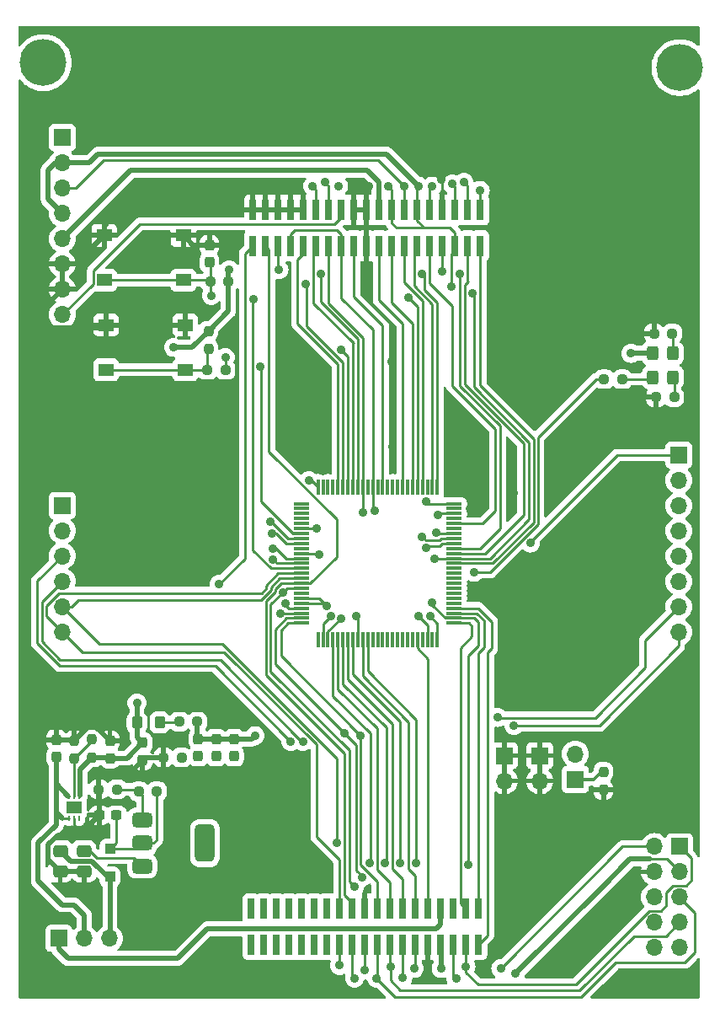
<source format=gbr>
%TF.GenerationSoftware,KiCad,Pcbnew,8.0.0*%
%TF.CreationDate,2024-11-20T18:05:04+03:00*%
%TF.ProjectId,box_side_MCU_green,626f785f-7369-4646-955f-4d43555f6772,rev?*%
%TF.SameCoordinates,Original*%
%TF.FileFunction,Copper,L1,Top*%
%TF.FilePolarity,Positive*%
%FSLAX46Y46*%
G04 Gerber Fmt 4.6, Leading zero omitted, Abs format (unit mm)*
G04 Created by KiCad (PCBNEW 8.0.0) date 2024-11-20 18:05:04*
%MOMM*%
%LPD*%
G01*
G04 APERTURE LIST*
G04 Aperture macros list*
%AMRoundRect*
0 Rectangle with rounded corners*
0 $1 Rounding radius*
0 $2 $3 $4 $5 $6 $7 $8 $9 X,Y pos of 4 corners*
0 Add a 4 corners polygon primitive as box body*
4,1,4,$2,$3,$4,$5,$6,$7,$8,$9,$2,$3,0*
0 Add four circle primitives for the rounded corners*
1,1,$1+$1,$2,$3*
1,1,$1+$1,$4,$5*
1,1,$1+$1,$6,$7*
1,1,$1+$1,$8,$9*
0 Add four rect primitives between the rounded corners*
20,1,$1+$1,$2,$3,$4,$5,0*
20,1,$1+$1,$4,$5,$6,$7,0*
20,1,$1+$1,$6,$7,$8,$9,0*
20,1,$1+$1,$8,$9,$2,$3,0*%
G04 Aperture macros list end*
%TA.AperFunction,SMDPad,CuDef*%
%ADD10RoundRect,0.250000X-0.475000X0.337500X-0.475000X-0.337500X0.475000X-0.337500X0.475000X0.337500X0*%
%TD*%
%TA.AperFunction,ComponentPad*%
%ADD11R,1.700000X1.700000*%
%TD*%
%TA.AperFunction,ComponentPad*%
%ADD12O,1.700000X1.700000*%
%TD*%
%TA.AperFunction,SMDPad,CuDef*%
%ADD13RoundRect,0.237500X0.237500X-0.250000X0.237500X0.250000X-0.237500X0.250000X-0.237500X-0.250000X0*%
%TD*%
%TA.AperFunction,SMDPad,CuDef*%
%ADD14RoundRect,0.075000X-0.725000X-0.075000X0.725000X-0.075000X0.725000X0.075000X-0.725000X0.075000X0*%
%TD*%
%TA.AperFunction,SMDPad,CuDef*%
%ADD15RoundRect,0.075000X-0.075000X-0.725000X0.075000X-0.725000X0.075000X0.725000X-0.075000X0.725000X0*%
%TD*%
%TA.AperFunction,SMDPad,CuDef*%
%ADD16RoundRect,0.237500X0.250000X0.237500X-0.250000X0.237500X-0.250000X-0.237500X0.250000X-0.237500X0*%
%TD*%
%TA.AperFunction,SMDPad,CuDef*%
%ADD17RoundRect,0.237500X-0.237500X0.250000X-0.237500X-0.250000X0.237500X-0.250000X0.237500X0.250000X0*%
%TD*%
%TA.AperFunction,SMDPad,CuDef*%
%ADD18RoundRect,0.250000X0.300000X-0.300000X0.300000X0.300000X-0.300000X0.300000X-0.300000X-0.300000X0*%
%TD*%
%TA.AperFunction,SMDPad,CuDef*%
%ADD19RoundRect,0.050000X0.050000X-0.225000X0.050000X0.225000X-0.050000X0.225000X-0.050000X-0.225000X0*%
%TD*%
%TA.AperFunction,HeatsinkPad*%
%ADD20R,1.600000X1.200000*%
%TD*%
%TA.AperFunction,SMDPad,CuDef*%
%ADD21RoundRect,0.237500X-0.250000X-0.237500X0.250000X-0.237500X0.250000X0.237500X-0.250000X0.237500X0*%
%TD*%
%TA.AperFunction,SMDPad,CuDef*%
%ADD22R,1.550000X1.300000*%
%TD*%
%TA.AperFunction,SMDPad,CuDef*%
%ADD23RoundRect,0.237500X-0.237500X0.300000X-0.237500X-0.300000X0.237500X-0.300000X0.237500X0.300000X0*%
%TD*%
%TA.AperFunction,SMDPad,CuDef*%
%ADD24RoundRect,0.237500X0.237500X-0.300000X0.237500X0.300000X-0.237500X0.300000X-0.237500X-0.300000X0*%
%TD*%
%TA.AperFunction,SMDPad,CuDef*%
%ADD25RoundRect,0.250000X0.325000X0.450000X-0.325000X0.450000X-0.325000X-0.450000X0.325000X-0.450000X0*%
%TD*%
%TA.AperFunction,SMDPad,CuDef*%
%ADD26R,0.750000X2.100000*%
%TD*%
%TA.AperFunction,SMDPad,CuDef*%
%ADD27RoundRect,0.237500X0.300000X0.237500X-0.300000X0.237500X-0.300000X-0.237500X0.300000X-0.237500X0*%
%TD*%
%TA.AperFunction,SMDPad,CuDef*%
%ADD28RoundRect,0.250000X-0.275000X-0.350000X0.275000X-0.350000X0.275000X0.350000X-0.275000X0.350000X0*%
%TD*%
%TA.AperFunction,SMDPad,CuDef*%
%ADD29RoundRect,0.375000X-0.625000X-0.375000X0.625000X-0.375000X0.625000X0.375000X-0.625000X0.375000X0*%
%TD*%
%TA.AperFunction,SMDPad,CuDef*%
%ADD30RoundRect,0.500000X-0.500000X-1.400000X0.500000X-1.400000X0.500000X1.400000X-0.500000X1.400000X0*%
%TD*%
%TA.AperFunction,ComponentPad*%
%ADD31C,3.100000*%
%TD*%
%TA.AperFunction,ConnectorPad*%
%ADD32C,4.700000*%
%TD*%
%TA.AperFunction,ViaPad*%
%ADD33C,0.900000*%
%TD*%
%TA.AperFunction,Conductor*%
%ADD34C,0.500000*%
%TD*%
%TA.AperFunction,Conductor*%
%ADD35C,0.250000*%
%TD*%
%TA.AperFunction,Conductor*%
%ADD36C,0.300000*%
%TD*%
G04 APERTURE END LIST*
D10*
%TO.P,C8,1,C1*%
%TO.N,VIN*%
X130606590Y-118178410D03*
%TO.P,C8,2,C2*%
%TO.N,PGND*%
X130606590Y-120253410D03*
%TD*%
D11*
%TO.P,X3,1*%
%TO.N,BOOT0*%
X180000000Y-111000000D03*
D12*
%TO.P,X3,2*%
%TO.N,VDD*%
X180000000Y-108460000D03*
%TD*%
D10*
%TO.P,C12,1,C1*%
%TO.N,E5V*%
X128206589Y-118178410D03*
%TO.P,C12,2,C2*%
%TO.N,PGND*%
X128206589Y-120253410D03*
%TD*%
D11*
%TO.P,X6,1*%
%TO.N,/PA0*%
X128400000Y-83475000D03*
D12*
%TO.P,X6,2*%
%TO.N,/PA1*%
X128400000Y-86015000D03*
%TO.P,X6,3*%
%TO.N,/PA4*%
X128400000Y-88554999D03*
%TO.P,X6,4*%
%TO.N,/PB0*%
X128400000Y-91095000D03*
%TO.P,X6,5*%
%TO.N,/PC1*%
X128400000Y-93635000D03*
%TO.P,X6,6*%
%TO.N,/PC0*%
X128400000Y-96175000D03*
%TD*%
D13*
%TO.P,R9,1,R1*%
%TO.N,Net-(R8-R2)*%
X129600000Y-108912500D03*
%TO.P,R9,2,R2*%
%TO.N,PGND*%
X129600000Y-107087500D03*
%TD*%
D14*
%TO.P,U1,1,PE2*%
%TO.N,unconnected-(U1-PE2-Pad1)*%
X152450000Y-83300000D03*
%TO.P,U1,2,PE3*%
%TO.N,unconnected-(U1-PE3-Pad2)*%
X152450000Y-83800000D03*
%TO.P,U1,3,PE4*%
%TO.N,unconnected-(U1-PE4-Pad3)*%
X152450000Y-84300001D03*
%TO.P,U1,4,PE5*%
%TO.N,unconnected-(U1-PE5-Pad4)*%
X152450000Y-84800000D03*
%TO.P,U1,5,PE6*%
%TO.N,unconnected-(U1-PE6-Pad5)*%
X152450000Y-85299999D03*
%TO.P,U1,6,VBAT*%
%TO.N,VBAT*%
X152450000Y-85800000D03*
%TO.P,U1,7,PC13*%
%TO.N,/PC13*%
X152450000Y-86300000D03*
%TO.P,U1,8,OSC32I/PC14*%
%TO.N,/PC14*%
X152450000Y-86800001D03*
%TO.P,U1,9,OSC32O/PC15*%
%TO.N,/PC15*%
X152450000Y-87300000D03*
%TO.P,U1,10,VSS*%
%TO.N,PGND*%
X152450000Y-87800000D03*
%TO.P,U1,11,VDD*%
%TO.N,VDD*%
X152450000Y-88300000D03*
%TO.P,U1,12,XI/PH0*%
%TO.N,/PH0*%
X152450000Y-88800000D03*
%TO.P,U1,13,XO/PH1*%
%TO.N,/PH1*%
X152449999Y-89300000D03*
%TO.P,U1,14,nRST*%
%TO.N,/nRST*%
X152450000Y-89800000D03*
%TO.P,U1,15,PC0*%
%TO.N,/PC0*%
X152450000Y-90300000D03*
%TO.P,U1,16,PC1*%
%TO.N,/PC1*%
X152450000Y-90800000D03*
%TO.P,U1,17,PC2_C*%
%TO.N,/PC2*%
X152450000Y-91300000D03*
%TO.P,U1,18,PC3_C*%
%TO.N,/PC3*%
X152450000Y-91799999D03*
%TO.P,U1,19,VSSA*%
%TO.N,AGND*%
X152450000Y-92300000D03*
%TO.P,U1,20,VREF+*%
%TO.N,VDDA*%
X152450000Y-92800000D03*
%TO.P,U1,21,VDDA*%
X152450000Y-93300001D03*
%TO.P,U1,22,PA0*%
%TO.N,/PA0*%
X152450000Y-93800000D03*
%TO.P,U1,23,PA1*%
%TO.N,/PA1*%
X152450000Y-94299999D03*
%TO.P,U1,24,PA2*%
%TO.N,/PA2*%
X152450000Y-94800000D03*
%TO.P,U1,25,PA3*%
%TO.N,/PA3*%
X152450000Y-95300000D03*
D15*
%TO.P,U1,26,VSS*%
%TO.N,PGND*%
X154125000Y-96975000D03*
%TO.P,U1,27,VDD*%
%TO.N,VDD*%
X154625000Y-96975000D03*
%TO.P,U1,28,PA4*%
%TO.N,/PA4*%
X155125001Y-96975000D03*
%TO.P,U1,29,PA5*%
%TO.N,/PA5*%
X155625000Y-96975000D03*
%TO.P,U1,30,PA6*%
%TO.N,/PA6*%
X156124999Y-96975000D03*
%TO.P,U1,31,PA7*%
%TO.N,/PA7*%
X156625000Y-96975000D03*
%TO.P,U1,32,PC4*%
%TO.N,/PC4*%
X157125000Y-96975000D03*
%TO.P,U1,33,PC5*%
%TO.N,/PC5*%
X157625001Y-96975000D03*
%TO.P,U1,34,PB0*%
%TO.N,/PB0*%
X158125000Y-96975000D03*
%TO.P,U1,35,PB1*%
%TO.N,/PB1*%
X158625000Y-96975000D03*
%TO.P,U1,36,PB2*%
%TO.N,/PB2*%
X159125000Y-96975000D03*
%TO.P,U1,37,PE7*%
%TO.N,unconnected-(U1-PE7-Pad37)*%
X159625000Y-96975000D03*
%TO.P,U1,38,PE8*%
%TO.N,unconnected-(U1-PE8-Pad38)*%
X160125000Y-96975001D03*
%TO.P,U1,39,PE9*%
%TO.N,unconnected-(U1-PE9-Pad39)*%
X160625000Y-96975000D03*
%TO.P,U1,40,PE10*%
%TO.N,unconnected-(U1-PE10-Pad40)*%
X161125000Y-96975000D03*
%TO.P,U1,41,PE11*%
%TO.N,unconnected-(U1-PE11-Pad41)*%
X161625000Y-96975000D03*
%TO.P,U1,42,PE12*%
%TO.N,unconnected-(U1-PE12-Pad42)*%
X162125000Y-96975000D03*
%TO.P,U1,43,PE13*%
%TO.N,unconnected-(U1-PE13-Pad43)*%
X162624999Y-96975000D03*
%TO.P,U1,44,PE14*%
%TO.N,unconnected-(U1-PE14-Pad44)*%
X163125000Y-96975000D03*
%TO.P,U1,45,PE15*%
%TO.N,unconnected-(U1-PE15-Pad45)*%
X163625000Y-96975000D03*
%TO.P,U1,46,PB10*%
%TO.N,/PB10*%
X164125001Y-96975000D03*
%TO.P,U1,47,PB11*%
%TO.N,/PB11*%
X164625000Y-96975000D03*
%TO.P,U1,48,VCAP*%
%TO.N,Net-(C6-C1)*%
X165124999Y-96975000D03*
%TO.P,U1,49,VSS*%
%TO.N,PGND*%
X165625000Y-96975000D03*
%TO.P,U1,50,VDD*%
%TO.N,VDD*%
X166125000Y-96975000D03*
D14*
%TO.P,U1,51,PB12*%
%TO.N,/PB12*%
X167800000Y-95300000D03*
%TO.P,U1,52,PB13*%
%TO.N,PB13*%
X167800000Y-94800000D03*
%TO.P,U1,53,PB14*%
%TO.N,/PB14*%
X167800000Y-94299999D03*
%TO.P,U1,54,PB15*%
%TO.N,/PB15*%
X167800000Y-93800000D03*
%TO.P,U1,55,PD8*%
%TO.N,unconnected-(U1-PD8-Pad55)*%
X167800000Y-93300001D03*
%TO.P,U1,56,PD9*%
%TO.N,unconnected-(U1-PD9-Pad56)*%
X167800000Y-92800000D03*
%TO.P,U1,57,PD10*%
%TO.N,unconnected-(U1-PD10-Pad57)*%
X167800000Y-92300000D03*
%TO.P,U1,58,PD11*%
%TO.N,unconnected-(U1-PD11-Pad58)*%
X167800000Y-91799999D03*
%TO.P,U1,59,PD12*%
%TO.N,unconnected-(U1-PD12-Pad59)*%
X167800000Y-91300000D03*
%TO.P,U1,60,PD13*%
%TO.N,unconnected-(U1-PD13-Pad60)*%
X167800000Y-90800000D03*
%TO.P,U1,61,PD14*%
%TO.N,unconnected-(U1-PD14-Pad61)*%
X167800000Y-90300000D03*
%TO.P,U1,62,PD15*%
%TO.N,unconnected-(U1-PD15-Pad62)*%
X167800000Y-89800000D03*
%TO.P,U1,63,PC6*%
%TO.N,/PC6*%
X167800001Y-89300000D03*
%TO.P,U1,64,PC7*%
%TO.N,/PC7*%
X167800000Y-88800000D03*
%TO.P,U1,65,PC8*%
%TO.N,/PC8*%
X167800000Y-88300000D03*
%TO.P,U1,66,PC9*%
%TO.N,/PC9*%
X167800000Y-87800000D03*
%TO.P,U1,67,PA8*%
%TO.N,/PA8*%
X167800000Y-87300000D03*
%TO.P,U1,68,PA9*%
%TO.N,/PA9*%
X167800000Y-86800001D03*
%TO.P,U1,69,PA10*%
%TO.N,/PA10*%
X167800000Y-86300000D03*
%TO.P,U1,70,PA11*%
%TO.N,/PA11*%
X167800000Y-85800000D03*
%TO.P,U1,71,PA12*%
%TO.N,/PA12*%
X167800000Y-85299999D03*
%TO.P,U1,72,PA13/SWDIO*%
%TO.N,/PA13*%
X167800000Y-84800000D03*
%TO.P,U1,73,VCAP*%
%TO.N,Net-(C7-C1)*%
X167800000Y-84300001D03*
%TO.P,U1,74,VSS*%
%TO.N,PGND*%
X167800000Y-83800000D03*
%TO.P,U1,75,VDD*%
%TO.N,VDD*%
X167800000Y-83300000D03*
D15*
%TO.P,U1,76,PA14/SWCLK*%
%TO.N,/PA14*%
X166125000Y-81625000D03*
%TO.P,U1,77,PA15/JTDI*%
%TO.N,/PA15*%
X165625000Y-81625000D03*
%TO.P,U1,78,PC10*%
%TO.N,/PC10*%
X165124999Y-81625000D03*
%TO.P,U1,79,PC11*%
%TO.N,/PC11*%
X164625000Y-81625000D03*
%TO.P,U1,80,PC12*%
%TO.N,/PC12*%
X164125001Y-81625000D03*
%TO.P,U1,81,PD0*%
%TO.N,/PD0*%
X163625000Y-81625000D03*
%TO.P,U1,82,PD1*%
%TO.N,/PD1*%
X163125000Y-81625000D03*
%TO.P,U1,83,PD2*%
%TO.N,/PD2*%
X162624999Y-81625000D03*
%TO.P,U1,84,PD3*%
%TO.N,/PD3*%
X162125000Y-81625000D03*
%TO.P,U1,85,PD4*%
%TO.N,/PD4*%
X161625000Y-81625000D03*
%TO.P,U1,86,PD5*%
%TO.N,/PD5*%
X161125000Y-81625000D03*
%TO.P,U1,87,PD6*%
%TO.N,/PD6*%
X160625000Y-81625000D03*
%TO.P,U1,88,PD7*%
%TO.N,/PD7*%
X160125000Y-81624999D03*
%TO.P,U1,89,PB3/JTDO*%
%TO.N,/PB3*%
X159625000Y-81625000D03*
%TO.P,U1,90,PB4/JTRST*%
%TO.N,/PB4*%
X159125000Y-81625000D03*
%TO.P,U1,91,PB5*%
%TO.N,/PB5*%
X158625000Y-81625000D03*
%TO.P,U1,92,PB6*%
%TO.N,/PB6*%
X158125000Y-81625000D03*
%TO.P,U1,93,PB7*%
%TO.N,/PB7*%
X157625001Y-81625000D03*
%TO.P,U1,94,BOOT0*%
%TO.N,BOOT0*%
X157125000Y-81625000D03*
%TO.P,U1,95,PB8*%
%TO.N,/PB8*%
X156625000Y-81625000D03*
%TO.P,U1,96,PB9*%
%TO.N,/PB9*%
X156124999Y-81625000D03*
%TO.P,U1,97,PE0*%
%TO.N,unconnected-(U1-PE0-Pad97)*%
X155625000Y-81625000D03*
%TO.P,U1,98,PE1*%
%TO.N,unconnected-(U1-PE1-Pad98)*%
X155125001Y-81625000D03*
%TO.P,U1,99,VSS*%
%TO.N,PGND*%
X154625000Y-81625000D03*
%TO.P,U1,100,VDD*%
%TO.N,VDD*%
X154125000Y-81625000D03*
%TD*%
D16*
%TO.P,R7,1,R1*%
%TO.N,Net-(R6-R2)*%
X133912500Y-111999999D03*
%TO.P,R7,2,R2*%
%TO.N,PGND*%
X132087500Y-111999999D03*
%TD*%
D17*
%TO.P,R4,1,R1*%
%TO.N,VDD*%
X143105000Y-65947500D03*
%TO.P,R4,2,R2*%
%TO.N,Net-(R4-R2)*%
X143105000Y-67772500D03*
%TD*%
D18*
%TO.P,D3,1,K*%
%TO.N,E5V*%
X133200000Y-120799999D03*
%TO.P,D3,2,A*%
%TO.N,Net-(C10-C1)*%
X133200000Y-118000001D03*
%TD*%
D19*
%TO.P,U3,1,EN*%
%TO.N,C5V*%
X129099999Y-114875000D03*
%TO.P,U3,2,GND*%
%TO.N,PGND*%
X129599999Y-114875000D03*
%TO.P,U3,3,PG*%
%TO.N,unconnected-(U3-PG-Pad3)*%
X130099999Y-114875000D03*
%TO.P,U3,4,VOUT*%
%TO.N,VDD*%
X130099999Y-112725000D03*
%TO.P,U3,5,ADJ/NC*%
%TO.N,Net-(R8-R2)*%
X129599999Y-112725000D03*
%TO.P,U3,6,VIN*%
%TO.N,C5V*%
X129099999Y-112725000D03*
D20*
%TO.P,U3,7*%
%TO.N,N/C*%
X129599999Y-113800000D03*
%TD*%
D21*
%TO.P,SB17,1,J1*%
%TO.N,Net-(L1-R2)*%
X140175000Y-105200000D03*
%TO.P,SB17,2,J2*%
%TO.N,VDDA*%
X142000000Y-105200000D03*
%TD*%
D22*
%TO.P,SW2,1,CMN*%
%TO.N,Net-(R4-R2)*%
X140780000Y-69850000D03*
X132820000Y-69850000D03*
%TO.P,SW2,2,NO*%
%TO.N,PGND*%
X140780000Y-65350000D03*
X132820000Y-65350000D03*
%TD*%
D23*
%TO.P,C16,1,C1*%
%TO.N,VDD*%
X136487499Y-107337499D03*
%TO.P,C16,2,C2*%
%TO.N,PGND*%
X136487499Y-109062501D03*
%TD*%
D24*
%TO.P,C3,1,C1*%
%TO.N,/nRST*%
X143200000Y-59062501D03*
%TO.P,C3,2,C2*%
%TO.N,PGND*%
X143200000Y-57337499D03*
%TD*%
%TO.P,C21,1,C1*%
%TO.N,VDD*%
X133200000Y-108862501D03*
%TO.P,C21,2,C2*%
%TO.N,PGND*%
X133200000Y-107137499D03*
%TD*%
D16*
%TO.P,SB1,1,J1*%
%TO.N,Net-(D1-A)*%
X184712500Y-70800000D03*
%TO.P,SB1,2,J2*%
%TO.N,PB13*%
X182887500Y-70800000D03*
%TD*%
D23*
%TO.P,C19,1,C1*%
%TO.N,VDDA*%
X143887500Y-106937499D03*
%TO.P,C19,2,C2*%
%TO.N,AGND*%
X143887500Y-108662501D03*
%TD*%
D25*
%TO.P,D2,1,K*%
%TO.N,Net-(D2-K)*%
X189792749Y-68205073D03*
%TO.P,D2,2,A*%
%TO.N,VDD*%
X187742751Y-68205073D03*
%TD*%
%TO.P,D1,1,K*%
%TO.N,Net-(D1-K)*%
X189824999Y-70600000D03*
%TO.P,D1,2,A*%
%TO.N,Net-(D1-A)*%
X187775001Y-70600000D03*
%TD*%
D16*
%TO.P,R6,1,R1*%
%TO.N,Net-(C10-C1)*%
X137912500Y-112200000D03*
%TO.P,R6,2,R2*%
%TO.N,Net-(R6-R2)*%
X136087500Y-112200000D03*
%TD*%
D26*
%TO.P,X10,1,PC9*%
%TO.N,/PB15*%
X170260000Y-127600000D03*
%TO.P,X10,2,PC8*%
%TO.N,/PB14*%
X170260000Y-124000000D03*
%TO.P,X10,3,PB8*%
%TO.N,PB13*%
X168990000Y-127600000D03*
%TO.P,X10,4,PC6*%
%TO.N,/PB12*%
X168990000Y-124000000D03*
%TO.P,X10,5,PB9*%
%TO.N,Net-(X10-PB9)*%
X167720000Y-127600000D03*
%TO.P,X10,6,PC5*%
%TO.N,/PC5*%
X167720000Y-124000000D03*
%TO.P,X10,7,AVDD*%
%TO.N,VDDA*%
X166450000Y-127600000D03*
%TO.P,X10,8,U5V*%
%TO.N,U5V*%
X166450000Y-124000000D03*
%TO.P,X10,9,GND*%
%TO.N,PGND*%
X165180000Y-127600000D03*
%TO.P,X10,10,10*%
%TO.N,/PB10*%
X165180000Y-124000000D03*
%TO.P,X10,11,PA5*%
%TO.N,/PB2*%
X163910000Y-127600000D03*
%TO.P,X10,12,PA12*%
%TO.N,/PB1*%
X163910000Y-124000000D03*
%TO.P,X10,13,PA6*%
%TO.N,/PC5*%
X162640000Y-127600000D03*
%TO.P,X10,14,PA11*%
%TO.N,/PC4*%
X162640000Y-124000000D03*
%TO.P,X10,15,PA7*%
%TO.N,/PA7*%
X161370000Y-127600000D03*
%TO.P,X10,16,PB12*%
%TO.N,/PA6*%
X161370000Y-124000000D03*
%TO.P,X10,17,PB6*%
%TO.N,/PA5*%
X160100000Y-127600000D03*
%TO.P,X10,18,18*%
%TO.N,/PA3*%
X160100000Y-124000000D03*
%TO.P,X10,19,PC7*%
%TO.N,/PA2*%
X158830000Y-127600000D03*
%TO.P,X10,20,GND*%
%TO.N,PGND*%
X158830000Y-124000000D03*
%TO.P,X10,21,PA9*%
%TO.N,/PC3*%
X157560000Y-127600000D03*
%TO.P,X10,22,PB2*%
%TO.N,/PC2*%
X157560000Y-124000000D03*
%TO.P,X10,23,PA8*%
%TO.N,/PC1*%
X156290000Y-127600000D03*
%TO.P,X10,24,PB1*%
%TO.N,/PC0*%
X156290000Y-124000000D03*
%TO.P,X10,25,PB10*%
%TO.N,unconnected-(X10-PB10-Pad25)*%
X155020000Y-127600000D03*
%TO.P,X10,26,PB15*%
%TO.N,unconnected-(X10-PB15-Pad26)*%
X155020000Y-124000000D03*
%TO.P,X10,27,PB4*%
%TO.N,unconnected-(X10-PB4-Pad27)*%
X153750000Y-127600000D03*
%TO.P,X10,28,PB14*%
%TO.N,unconnected-(X10-PB14-Pad28)*%
X153750000Y-124000000D03*
%TO.P,X10,29,PB5*%
%TO.N,unconnected-(X10-PB5-Pad29)*%
X152480000Y-127600000D03*
%TO.P,X10,30,PB13*%
%TO.N,unconnected-(X10-PB13-Pad30)*%
X152480000Y-124000000D03*
%TO.P,X10,31,PB3*%
%TO.N,unconnected-(X10-PB3-Pad31)*%
X151210000Y-127600000D03*
%TO.P,X10,32,AGND*%
%TO.N,AGND*%
X151210000Y-124000000D03*
%TO.P,X10,33,PA10*%
%TO.N,unconnected-(X10-PA10-Pad33)*%
X149940000Y-127600000D03*
%TO.P,X10,34,PC4*%
%TO.N,unconnected-(X10-PC4-Pad34)*%
X149940000Y-124000000D03*
%TO.P,X10,35,PA2*%
%TO.N,unconnected-(X10-PA2-Pad35)*%
X148670000Y-127600000D03*
%TO.P,X10,36,36*%
%TO.N,unconnected-(X10-Pad36)*%
X148670000Y-124000000D03*
%TO.P,X10,37,PA3*%
%TO.N,unconnected-(X10-PA3-Pad37)*%
X147400000Y-127600000D03*
%TO.P,X10,38,38*%
%TO.N,unconnected-(X10-Pad38)*%
X147400000Y-124000000D03*
%TD*%
D27*
%TO.P,C10,1,C1*%
%TO.N,Net-(C10-C1)*%
X133862501Y-114600000D03*
%TO.P,C10,2,C2*%
%TO.N,PGND*%
X132137499Y-114600000D03*
%TD*%
D11*
%TO.P,X8,1*%
%TO.N,PB13*%
X190489999Y-117749999D03*
D12*
%TO.P,X8,2*%
%TO.N,Net-(X10-PB9)*%
X187949999Y-117749999D03*
%TO.P,X8,3*%
%TO.N,VDDA*%
X190489999Y-120289999D03*
%TO.P,X8,4*%
%TO.N,PGND*%
X187949999Y-120289999D03*
%TO.P,X8,5*%
%TO.N,/PA5*%
X190489999Y-122829998D03*
%TO.P,X8,6*%
%TO.N,/PA6*%
X187949999Y-122829999D03*
%TO.P,X8,7*%
%TO.N,/PA7*%
X190489999Y-125369999D03*
%TO.P,X8,8*%
%TO.N,/PB6*%
X187949999Y-125369999D03*
%TO.P,X8,9*%
%TO.N,/PC7*%
X190489999Y-127909999D03*
%TO.P,X8,10*%
%TO.N,/PA9*%
X187949999Y-127909999D03*
%TD*%
D28*
%TO.P,L1,1,R1*%
%TO.N,VDD*%
X135912499Y-105289999D03*
%TO.P,L1,2,R2*%
%TO.N,Net-(L1-R2)*%
X138212499Y-105289999D03*
%TD*%
D29*
%TO.P,U2,1,ADJ*%
%TO.N,Net-(R6-R2)*%
X136450000Y-115100000D03*
%TO.P,U2,2,VOUT*%
%TO.N,Net-(C10-C1)*%
X136450001Y-117400000D03*
%TO.P,U2,3,VIN*%
%TO.N,VIN*%
X136450000Y-119700000D03*
D30*
%TO.P,U2,4*%
%TO.N,N/C*%
X142749999Y-117400000D03*
%TD*%
D31*
%TO.P,REF\u002A\u002A,1*%
%TO.N,PGND*%
X126500000Y-39000000D03*
D32*
%TO.N,N/C*%
X126500000Y-39000000D03*
%TD*%
D17*
%TO.P,R5,1,R1*%
%TO.N,BOOT0*%
X182825000Y-110237500D03*
%TO.P,R5,2,R2*%
%TO.N,PGND*%
X182825000Y-112062500D03*
%TD*%
D11*
%TO.P,X9,1*%
%TO.N,/PA8*%
X190400000Y-78420000D03*
D12*
%TO.P,X9,2*%
%TO.N,/PB10*%
X190400000Y-80960000D03*
%TO.P,X9,3*%
%TO.N,/PB4*%
X190400000Y-83500000D03*
%TO.P,X9,4*%
%TO.N,/PB5*%
X190400000Y-86040000D03*
%TO.P,X9,5*%
%TO.N,/PB3*%
X190400000Y-88580000D03*
%TO.P,X9,6*%
%TO.N,/PA10*%
X190400000Y-91120000D03*
%TO.P,X9,7*%
%TO.N,/PA2*%
X190400000Y-93660000D03*
%TO.P,X9,8*%
%TO.N,/PA3*%
X190400000Y-96200000D03*
%TD*%
D13*
%TO.P,R8,1,R1*%
%TO.N,VDD*%
X131400000Y-108800000D03*
%TO.P,R8,2,R2*%
%TO.N,Net-(R8-R2)*%
X131400000Y-106975000D03*
%TD*%
D26*
%TO.P,X4,1,PC10*%
%TO.N,/PC6*%
X170430000Y-57385000D03*
%TO.P,X4,2,PC11*%
%TO.N,/PC7*%
X170430000Y-53785000D03*
%TO.P,X4,3,PC12*%
%TO.N,/PC8*%
X169160000Y-57385000D03*
%TO.P,X4,4,PD2*%
%TO.N,/PC9*%
X169160000Y-53785000D03*
%TO.P,X4,5,VDD*%
%TO.N,VDD*%
X167890000Y-57385000D03*
%TO.P,X4,6,E5V*%
%TO.N,E5V*%
X167890000Y-53785000D03*
%TO.P,X4,7,BOOT0*%
%TO.N,BOOT0*%
X166620000Y-57385000D03*
%TO.P,X4,8,GND*%
%TO.N,PGND*%
X166620000Y-53785000D03*
%TO.P,X4,9,9*%
%TO.N,/PA12*%
X165350000Y-57385000D03*
%TO.P,X4,10,10*%
%TO.N,/PA14*%
X165350000Y-53785000D03*
%TO.P,X4,11,11*%
%TO.N,/PA15*%
X164080000Y-57385000D03*
%TO.P,X4,12,IOREF*%
%TO.N,VDD*%
X164080000Y-53785000D03*
%TO.P,X4,13,PA13*%
%TO.N,/PC11*%
X162810000Y-57385000D03*
%TO.P,X4,14,RESET*%
%TO.N,/PC12*%
X162810000Y-53785000D03*
%TO.P,X4,15,PA14*%
%TO.N,/PD0*%
X161540000Y-57385000D03*
%TO.P,X4,16,+3V3*%
%TO.N,VDD*%
X161540000Y-53785000D03*
%TO.P,X4,17,PA15*%
%TO.N,/PD2*%
X160270000Y-57385000D03*
%TO.P,X4,18,+5V*%
%TO.N,C5V*%
X160270000Y-53785000D03*
%TO.P,X4,19,GND*%
%TO.N,PGND*%
X159000000Y-57385000D03*
%TO.P,X4,20,GND*%
X159000000Y-53785000D03*
%TO.P,X4,21,PB7*%
%TO.N,/PD6*%
X157730000Y-57385000D03*
%TO.P,X4,22,GND*%
%TO.N,PGND*%
X157730000Y-53785000D03*
%TO.P,X4,23,PC13*%
%TO.N,/PB3*%
X156460000Y-57385000D03*
%TO.P,X4,24,VIN*%
%TO.N,VIN*%
X156460000Y-53785000D03*
%TO.P,X4,25,PC14*%
%TO.N,/PB5*%
X155190000Y-57385000D03*
%TO.P,X4,26,26*%
%TO.N,/PB6*%
X155190000Y-53785000D03*
%TO.P,X4,27,PC15*%
%TO.N,/PB7*%
X153920000Y-57385000D03*
%TO.P,X4,28,PA0*%
%TO.N,/PB8*%
X153920000Y-53785000D03*
%TO.P,X4,29,PH0*%
%TO.N,/PB9*%
X152650000Y-57385000D03*
%TO.P,X4,30,PA1*%
%TO.N,PGND*%
X152650000Y-53785000D03*
%TO.P,X4,31,PH1*%
%TO.N,/PB3*%
X151380000Y-57385000D03*
%TO.P,X4,32,PA4*%
%TO.N,PGND*%
X151380000Y-53785000D03*
%TO.P,X4,33,VBAT*%
%TO.N,VBAT*%
X150110000Y-57385000D03*
%TO.P,X4,34,PB0*%
%TO.N,PGND*%
X150110000Y-53785000D03*
%TO.P,X4,35,PC2*%
%TO.N,/PC2*%
X148840000Y-57385000D03*
%TO.P,X4,36,PC1/PB9*%
%TO.N,PGND*%
X148840000Y-53785000D03*
%TO.P,X4,37,PC3*%
%TO.N,/PC3*%
X147570000Y-57385000D03*
%TO.P,X4,38,PC0/PB8*%
%TO.N,PGND*%
X147570000Y-53785000D03*
%TD*%
D11*
%TO.P,X1,1*%
%TO.N,PGND*%
X172850000Y-108610000D03*
D12*
%TO.P,X1,2*%
X172850000Y-111150000D03*
%TD*%
D11*
%TO.P,X5,1*%
%TO.N,unconnected-(X5-Pad1)*%
X128425000Y-46525000D03*
D12*
%TO.P,X5,2*%
%TO.N,VDD*%
X128425000Y-49065000D03*
%TO.P,X5,3*%
%TO.N,/PC12*%
X128425000Y-51605000D03*
%TO.P,X5,4*%
%TO.N,VDD*%
X128425000Y-54145000D03*
%TO.P,X5,5*%
%TO.N,C5V*%
X128425000Y-56685000D03*
%TO.P,X5,6*%
%TO.N,PGND*%
X128425000Y-59225000D03*
%TO.P,X5,7*%
X128425000Y-61765000D03*
%TO.P,X5,8*%
%TO.N,VIN*%
X128425000Y-64305000D03*
%TD*%
D21*
%TO.P,SB10,1,J1*%
%TO.N,Net-(R4-R2)*%
X142992500Y-69860000D03*
%TO.P,SB10,2,J2*%
%TO.N,/PC13*%
X144817500Y-69860000D03*
%TD*%
D16*
%TO.P,R1,1,R1*%
%TO.N,Net-(D1-K)*%
X189937499Y-72600000D03*
%TO.P,R1,2,R2*%
%TO.N,PGND*%
X188112499Y-72600000D03*
%TD*%
D11*
%TO.P,X7,1*%
%TO.N,U5V*%
X128075000Y-126975000D03*
D12*
%TO.P,X7,2*%
%TO.N,C5V*%
X130615000Y-126975000D03*
%TO.P,X7,3*%
%TO.N,E5V*%
X133154999Y-126975000D03*
%TD*%
D24*
%TO.P,C14,1,C1*%
%TO.N,C5V*%
X127799999Y-108750001D03*
%TO.P,C14,2,C2*%
%TO.N,PGND*%
X127799999Y-107024999D03*
%TD*%
D22*
%TO.P,SW1,1,CMN*%
%TO.N,/nRST*%
X140580000Y-60850000D03*
X132620000Y-60850000D03*
%TO.P,SW1,2,NO*%
%TO.N,PGND*%
X140580000Y-56350000D03*
X132620000Y-56350000D03*
%TD*%
D23*
%TO.P,C18,1,C1*%
%TO.N,VDDA*%
X142087500Y-106937499D03*
%TO.P,C18,2,C2*%
%TO.N,AGND*%
X142087500Y-108662501D03*
%TD*%
D21*
%TO.P,SB16,1,J1*%
%TO.N,PGND*%
X138575000Y-108800000D03*
%TO.P,SB16,2,J2*%
%TO.N,AGND*%
X140400000Y-108800000D03*
%TD*%
D31*
%TO.P,REF\u002A\u002A,1*%
%TO.N,PGND*%
X190500000Y-39500000D03*
D32*
%TO.N,N/C*%
X190500000Y-39500000D03*
%TD*%
D23*
%TO.P,C20,1,C1*%
%TO.N,VDDA*%
X145687499Y-106937498D03*
%TO.P,C20,2,C2*%
%TO.N,AGND*%
X145687499Y-108662500D03*
%TD*%
D16*
%TO.P,R2,1,R1*%
%TO.N,Net-(D2-K)*%
X189737499Y-66200000D03*
%TO.P,R2,2,R2*%
%TO.N,PGND*%
X187912499Y-66200000D03*
%TD*%
%TO.P,R3,1,R1*%
%TO.N,VDD*%
X145112500Y-61000000D03*
%TO.P,R3,2,R2*%
%TO.N,/nRST*%
X143287500Y-61000000D03*
%TD*%
D11*
%TO.P,X2,1*%
%TO.N,PGND*%
X176425000Y-108610000D03*
D12*
%TO.P,X2,2*%
X176425000Y-111150000D03*
%TD*%
D33*
%TO.N,PGND*%
X161600000Y-77600000D03*
X151800000Y-77600000D03*
X152000000Y-51400000D03*
X166480002Y-50739998D03*
X189000000Y-131500000D03*
X169000000Y-77400000D03*
X169000000Y-79500000D03*
X157600000Y-51400000D03*
X150000000Y-51400000D03*
X183800000Y-52400000D03*
X159200000Y-51400000D03*
X141000000Y-125000000D03*
X133600000Y-54400000D03*
X173800000Y-82200000D03*
X183500000Y-94000000D03*
X140780000Y-63420000D03*
X188200000Y-74200000D03*
X132500000Y-79500000D03*
X161500000Y-69000000D03*
X179500000Y-98500000D03*
X132820000Y-63620000D03*
X148000000Y-51400000D03*
X141000000Y-130000000D03*
X175800000Y-37600000D03*
X173600000Y-84000000D03*
X177000000Y-57000000D03*
X185600000Y-66200000D03*
X138400000Y-56400000D03*
X187000000Y-111000000D03*
X180500000Y-119000000D03*
X149500000Y-116000000D03*
X186000000Y-131500000D03*
X128200000Y-76000000D03*
X138400000Y-78800000D03*
%TO.N,/nRST*%
X143400000Y-62400000D03*
X147600000Y-62800000D03*
%TO.N,Net-(C6-C1)*%
X164200000Y-94600000D03*
%TO.N,Net-(C7-C1)*%
X166200000Y-84400000D03*
%TO.N,VIN*%
X156200000Y-51400000D03*
%TO.N,VDD*%
X161200000Y-51400000D03*
X153200000Y-81000000D03*
X164200000Y-51400000D03*
X135912499Y-103312499D03*
X145200000Y-59800000D03*
X164982664Y-83072230D03*
X139600000Y-67600000D03*
X185600000Y-68200000D03*
X155400000Y-94600000D03*
X154200000Y-88400000D03*
X165400000Y-94600000D03*
X167500000Y-61500000D03*
%TO.N,E5V*%
X167600000Y-51200000D03*
%TO.N,VBAT*%
X150200000Y-59800000D03*
X154000000Y-85800000D03*
%TO.N,VDDA*%
X147800000Y-106600000D03*
X154991469Y-93578673D03*
X166500000Y-130000000D03*
X174000000Y-130500000D03*
%TO.N,BOOT0*%
X156400000Y-67800000D03*
X166600000Y-60000000D03*
%TO.N,PB13*%
X165600000Y-93200000D03*
X169800000Y-90200000D03*
X169200000Y-119600000D03*
X169000000Y-129800000D03*
%TO.N,/PC14*%
X149293110Y-85106890D03*
%TO.N,/PC15*%
X149498883Y-86298883D03*
%TO.N,/PH0*%
X149600000Y-87800000D03*
%TO.N,/PH1*%
X149600000Y-88900003D03*
%TO.N,/PC13*%
X148344246Y-69559737D03*
X144800000Y-68600000D03*
%TO.N,/PA14*%
X164575000Y-60200000D03*
X165600000Y-51400000D03*
%TO.N,/PB5*%
X158600000Y-84200000D03*
%TO.N,/PC5*%
X162400000Y-119400000D03*
X162640000Y-130960000D03*
%TO.N,/PB6*%
X154400000Y-60200000D03*
X154800000Y-51000000D03*
%TO.N,/PB3*%
X159800000Y-84000000D03*
%TO.N,/PB0*%
X158000000Y-94600000D03*
X152600000Y-107200000D03*
%TO.N,/PA1*%
X150333794Y-94333794D03*
%TO.N,/PC3*%
X150600000Y-92200000D03*
X157800000Y-121800000D03*
X157800000Y-131000000D03*
X144200000Y-91400000D03*
%TO.N,/PA10*%
X166000000Y-86200000D03*
%TO.N,/PA5*%
X160000000Y-131000000D03*
X159300000Y-119400000D03*
%TO.N,/PB2*%
X163800000Y-130000000D03*
X164000000Y-119400000D03*
%TO.N,/PB8*%
X152850000Y-61200000D03*
X153600000Y-51400000D03*
%TO.N,/PC7*%
X165800000Y-88800000D03*
X169655000Y-62200000D03*
X170430000Y-51830000D03*
%TO.N,/PC1*%
X156000000Y-117400000D03*
X156290000Y-129690000D03*
%TO.N,/PA0*%
X150825147Y-93349631D03*
%TO.N,/PA4*%
X151400000Y-107200000D03*
X156478642Y-94815728D03*
%TO.N,/PA2*%
X158830000Y-130170000D03*
X158551992Y-120848008D03*
X172191469Y-104778673D03*
X156800000Y-106400000D03*
%TO.N,/PC9*%
X168800000Y-51000000D03*
X168385000Y-60200000D03*
%TO.N,/PA8*%
X165000000Y-87750000D03*
X175466206Y-87266206D03*
%TO.N,/PA9*%
X164600000Y-86600000D03*
%TO.N,/PA7*%
X160850000Y-119400000D03*
X161400000Y-129800000D03*
%TO.N,/PC12*%
X162800000Y-51400000D03*
X163200000Y-62600000D03*
%TO.N,/PA3*%
X173825000Y-105600000D03*
X158400000Y-106600000D03*
%TO.N,Net-(X10-PB9)*%
X168000000Y-131000000D03*
X172500000Y-130000000D03*
%TD*%
D34*
%TO.N,PGND*%
X128425000Y-61765000D02*
X126600000Y-63590000D01*
X127799999Y-107024999D02*
X129537499Y-107024999D01*
X126600000Y-65200000D02*
X127005000Y-65605000D01*
X130137499Y-116600000D02*
X132137499Y-114600000D01*
X141567499Y-57337499D02*
X140580000Y-56350000D01*
X138575000Y-108800000D02*
X136750000Y-108800000D01*
X127005000Y-65605000D02*
X132565000Y-65605000D01*
X140780000Y-65350000D02*
X140780000Y-63420000D01*
X138450000Y-56350000D02*
X138400000Y-56400000D01*
D35*
X159000000Y-57385000D02*
X159000000Y-53785000D01*
D34*
X188200000Y-74200000D02*
X188112499Y-74112499D01*
X127000000Y-117575621D02*
X127975621Y-116600000D01*
X188112499Y-74112499D02*
X188112499Y-72600000D01*
X132087500Y-110712500D02*
X132087500Y-111999999D01*
X128206589Y-120253410D02*
X127000000Y-119046821D01*
X129745000Y-59225000D02*
X132620000Y-56350000D01*
X128425000Y-61765000D02*
X128425000Y-59225000D01*
X128206589Y-120253410D02*
X130606590Y-120253410D01*
X132820000Y-65350000D02*
X140780000Y-65350000D01*
X132620000Y-55380000D02*
X133600000Y-54400000D01*
X135150000Y-110400000D02*
X132400000Y-110400000D01*
X132137499Y-112049998D02*
X132087500Y-111999999D01*
X131662501Y-105600000D02*
X133200000Y-107137499D01*
X187912499Y-66200000D02*
X185600000Y-66200000D01*
X136750000Y-108800000D02*
X136487499Y-109062501D01*
X140800000Y-63400000D02*
X140780000Y-63420000D01*
X143200000Y-57337499D02*
X141567499Y-57337499D01*
X127000000Y-119046821D02*
X127000000Y-117575621D01*
X132820000Y-65350000D02*
X132820000Y-63620000D01*
D35*
X159000000Y-53785000D02*
X157730000Y-53785000D01*
D34*
X140580000Y-56350000D02*
X138450000Y-56350000D01*
X132565000Y-65605000D02*
X132820000Y-65350000D01*
D35*
X166460002Y-50739998D02*
X166480002Y-50739998D01*
D34*
X129600000Y-107087500D02*
X131087500Y-105600000D01*
X132620000Y-56350000D02*
X132620000Y-55380000D01*
D35*
X147570000Y-53785000D02*
X152650000Y-53785000D01*
X166400000Y-50800000D02*
X166460002Y-50739998D01*
X166620000Y-53785000D02*
X166620000Y-51020000D01*
D34*
X127975621Y-116600000D02*
X129600000Y-116600000D01*
D35*
X129599999Y-114875000D02*
X129600000Y-116600000D01*
D34*
X129537499Y-107024999D02*
X129600000Y-107087500D01*
X129600000Y-116600000D02*
X130137499Y-116600000D01*
X126600000Y-63590000D02*
X126600000Y-65200000D01*
X128425000Y-59225000D02*
X129745000Y-59225000D01*
X131087500Y-105600000D02*
X131662501Y-105600000D01*
X132400000Y-110400000D02*
X132087500Y-110712500D01*
X136487499Y-109062501D02*
X135150000Y-110400000D01*
D35*
X166620000Y-51020000D02*
X166400000Y-50800000D01*
D34*
X132800000Y-63600000D02*
X132820000Y-63620000D01*
X132137499Y-114600000D02*
X132137499Y-112049998D01*
D35*
%TO.N,/nRST*%
X143287500Y-62287500D02*
X143400000Y-62400000D01*
X140580000Y-60850000D02*
X143137500Y-60850000D01*
X149403981Y-89800000D02*
X147569246Y-87965265D01*
X147569246Y-62830754D02*
X147600000Y-62800000D01*
X143287500Y-59150001D02*
X143200000Y-59062501D01*
X143287500Y-61000000D02*
X143287500Y-62287500D01*
X143137500Y-60850000D02*
X143287500Y-61000000D01*
X132620000Y-60850000D02*
X140580000Y-60850000D01*
X147569246Y-87965265D02*
X147569246Y-62830754D01*
X152450000Y-89800000D02*
X149403981Y-89800000D01*
X143287500Y-61000000D02*
X143287500Y-59150001D01*
%TO.N,Net-(C6-C1)*%
X165124999Y-96975000D02*
X165124999Y-95524999D01*
X165124999Y-95524999D02*
X164200000Y-94600000D01*
%TO.N,Net-(C7-C1)*%
X166299999Y-84300001D02*
X166200000Y-84400000D01*
X167800000Y-84300001D02*
X166299999Y-84300001D01*
%TO.N,VIN*%
X130606590Y-118178410D02*
X131178410Y-118178410D01*
X156460000Y-54540000D02*
X156460000Y-53785000D01*
X131875001Y-118875001D02*
X135625001Y-118875001D01*
X131520000Y-61210000D02*
X131520000Y-59875000D01*
X131520000Y-59875000D02*
X136195000Y-55200000D01*
X131178410Y-118178410D02*
X131875001Y-118875001D01*
X128425000Y-64305000D02*
X131520000Y-61210000D01*
X135625001Y-118875001D02*
X136450000Y-119700000D01*
X155800000Y-55200000D02*
X156460000Y-54540000D01*
X136195000Y-55200000D02*
X155800000Y-55200000D01*
D34*
%TO.N,VDD*%
X133200000Y-108862501D02*
X134962497Y-108862501D01*
D35*
X166125000Y-96975000D02*
X166125000Y-95325000D01*
D34*
X135912499Y-105289999D02*
X135912499Y-103312499D01*
D35*
X164080000Y-51520000D02*
X164200000Y-51400000D01*
X164080000Y-54880000D02*
X164080000Y-53785000D01*
X161540000Y-55140000D02*
X162000000Y-55600000D01*
X167890000Y-57890000D02*
X167500000Y-58280000D01*
X166125000Y-95325000D02*
X165400000Y-94600000D01*
X164982664Y-83072230D02*
X165210434Y-83300000D01*
D34*
X185605073Y-68205073D02*
X185600000Y-68200000D01*
X135912499Y-105289999D02*
X135912499Y-106762499D01*
X127000000Y-49800000D02*
X127000000Y-52720000D01*
D35*
X167890000Y-57385000D02*
X167890000Y-57890000D01*
X164080000Y-53785000D02*
X164080000Y-51520000D01*
X164800000Y-55600000D02*
X164080000Y-54880000D01*
X161540000Y-53785000D02*
X161540000Y-55140000D01*
D34*
X143105000Y-65947500D02*
X141452500Y-67600000D01*
D35*
X161540000Y-51740000D02*
X161200000Y-51400000D01*
D34*
X131135000Y-49065000D02*
X132000000Y-48200000D01*
X135912499Y-106762499D02*
X136487499Y-107337499D01*
X145112500Y-59887500D02*
X145200000Y-59800000D01*
X127735000Y-49065000D02*
X127000000Y-49800000D01*
D35*
X167500000Y-58280000D02*
X167500000Y-61500000D01*
D34*
X134962497Y-108862501D02*
X136487499Y-107337499D01*
X143105000Y-65947500D02*
X145112500Y-63940000D01*
X187742751Y-68205073D02*
X185605073Y-68205073D01*
D35*
X167890000Y-57385000D02*
X167890000Y-56090000D01*
X162000000Y-55600000D02*
X164800000Y-55600000D01*
X153500000Y-81000000D02*
X153200000Y-81000000D01*
X154100000Y-88300000D02*
X154200000Y-88400000D01*
D34*
X127000000Y-52720000D02*
X128425000Y-54145000D01*
X145112500Y-63940000D02*
X145112500Y-61000000D01*
X161000000Y-48200000D02*
X164200000Y-51400000D01*
D35*
X167890000Y-56090000D02*
X167400000Y-55600000D01*
D34*
X128425000Y-49065000D02*
X131135000Y-49065000D01*
D35*
X161540000Y-53785000D02*
X161540000Y-51740000D01*
D34*
X141452500Y-67600000D02*
X139600000Y-67600000D01*
X128425000Y-49065000D02*
X127735000Y-49065000D01*
X131400000Y-108800000D02*
X133137499Y-108800000D01*
D35*
X154125000Y-81625000D02*
X153500000Y-81000000D01*
X165210434Y-83300000D02*
X167800000Y-83300000D01*
D34*
X131400000Y-108800000D02*
X130199999Y-110000001D01*
X145112500Y-61000000D02*
X145112500Y-59887500D01*
X135800000Y-103200000D02*
X135912499Y-103312499D01*
X130199999Y-110000001D02*
X130199999Y-112625000D01*
D35*
X167400000Y-55600000D02*
X164800000Y-55600000D01*
D34*
X133137499Y-108800000D02*
X133200000Y-108862501D01*
D35*
X154625000Y-96975000D02*
X154625000Y-95375000D01*
X154625000Y-95375000D02*
X155400000Y-94600000D01*
X152450000Y-88300000D02*
X154100000Y-88300000D01*
D34*
X132000000Y-48200000D02*
X161000000Y-48200000D01*
D35*
%TO.N,Net-(C10-C1)*%
X135850000Y-118000001D02*
X136450001Y-117400000D01*
X133200000Y-118000001D02*
X135850000Y-118000001D01*
X133862501Y-114600000D02*
X133862501Y-114537499D01*
X136450001Y-117400000D02*
X137600000Y-117400000D01*
X133862501Y-114600000D02*
X133862501Y-117337500D01*
X133862501Y-117337500D02*
X133200000Y-118000001D01*
X137912500Y-117087500D02*
X137912500Y-112200000D01*
X137600000Y-117400000D02*
X137912500Y-117087500D01*
D34*
%TO.N,E5V*%
X133200000Y-126929999D02*
X133154999Y-126975000D01*
X133200000Y-120799999D02*
X133200000Y-126929999D01*
X131612559Y-119450001D02*
X131378468Y-119215910D01*
D35*
X167890000Y-51490000D02*
X167600000Y-51200000D01*
D34*
X131378468Y-119215910D02*
X129244089Y-119215910D01*
X129244089Y-119215910D02*
X128206589Y-118178410D01*
X131650001Y-119450001D02*
X131612559Y-119450001D01*
D35*
X167890000Y-53785000D02*
X167890000Y-51490000D01*
D34*
X132999999Y-120799999D02*
X131650001Y-119450001D01*
X133200000Y-120799999D02*
X132999999Y-120799999D01*
%TO.N,C5V*%
X127799999Y-115600001D02*
X126000000Y-117400000D01*
D35*
X129099999Y-114875000D02*
X128374999Y-114875000D01*
D34*
X126000000Y-121200000D02*
X128400000Y-123600000D01*
X127799999Y-109400000D02*
X127799999Y-115600001D01*
X135310000Y-49800000D02*
X159072793Y-49800000D01*
X159072793Y-49800000D02*
X160270000Y-50997207D01*
X128400000Y-123600000D02*
X129600000Y-123600000D01*
X130615000Y-124615000D02*
X130615000Y-126975000D01*
X128425000Y-56685000D02*
X135310000Y-49800000D01*
X126000000Y-117400000D02*
X126000000Y-121200000D01*
X127799999Y-109400000D02*
X127799999Y-114300000D01*
X127799999Y-108750001D02*
X127799999Y-111475000D01*
X127799999Y-108750001D02*
X127799999Y-109400000D01*
X129600000Y-123600000D02*
X130615000Y-124615000D01*
X127799999Y-114300000D02*
X128374999Y-114875000D01*
X160270000Y-50997207D02*
X160270000Y-53785000D01*
X127799999Y-111475000D02*
X129049999Y-112725000D01*
D35*
%TO.N,VBAT*%
X150110000Y-57385000D02*
X150110000Y-59710000D01*
X150110000Y-59710000D02*
X150200000Y-59800000D01*
X154000000Y-85800000D02*
X152450000Y-85800000D01*
D34*
%TO.N,VDDA*%
X147462502Y-106937498D02*
X147800000Y-106600000D01*
X142000000Y-106849999D02*
X142087500Y-106937499D01*
D35*
X189200000Y-119000000D02*
X190489999Y-120289999D01*
D34*
X166450000Y-128450000D02*
X166500000Y-128500000D01*
X142000000Y-105200000D02*
X142000000Y-106849999D01*
X166500000Y-128500000D02*
X166500000Y-130000000D01*
X166450000Y-127600000D02*
X166450000Y-128450000D01*
D35*
X187500000Y-119000000D02*
X189200000Y-119000000D01*
X154212796Y-92800000D02*
X154991469Y-93578673D01*
D34*
X174000000Y-130500000D02*
X182910001Y-121589999D01*
X142087500Y-106937499D02*
X145687499Y-106937498D01*
X185500000Y-119000000D02*
X187500000Y-119000000D01*
D35*
X152450000Y-92800000D02*
X154212796Y-92800000D01*
D34*
X145687499Y-106937498D02*
X147462502Y-106937498D01*
D35*
X154712797Y-93300001D02*
X154991469Y-93578673D01*
D34*
X185000000Y-119500000D02*
X185500000Y-119000000D01*
X182910001Y-121589999D02*
X185000000Y-119500000D01*
D35*
X152450000Y-93300001D02*
X154712797Y-93300001D01*
%TO.N,Net-(D1-K)*%
X189937499Y-72600000D02*
X189937499Y-70712500D01*
X189937499Y-70712500D02*
X189824999Y-70600000D01*
%TO.N,Net-(D1-A)*%
X187575001Y-70800000D02*
X187775001Y-70600000D01*
X184712500Y-70800000D02*
X187575001Y-70800000D01*
%TO.N,Net-(D2-K)*%
X189792749Y-68205073D02*
X189792749Y-66255250D01*
X189792749Y-66255250D02*
X189737499Y-66200000D01*
%TO.N,Net-(L1-R2)*%
X138212499Y-105289999D02*
X140085001Y-105289999D01*
X140085001Y-105289999D02*
X140175000Y-105200000D01*
%TO.N,Net-(R4-R2)*%
X132820000Y-69850000D02*
X140780000Y-69850000D01*
X142992500Y-69860000D02*
X142992500Y-67885000D01*
X142992500Y-67885000D02*
X143105000Y-67772500D01*
X140780000Y-69850000D02*
X142982500Y-69850000D01*
X142982500Y-69850000D02*
X142992500Y-69860000D01*
D36*
%TO.N,BOOT0*%
X182562500Y-110237500D02*
X181800000Y-111000000D01*
X181800000Y-111000000D02*
X180000000Y-111000000D01*
D35*
X166620000Y-57385000D02*
X166620000Y-59980000D01*
X166620000Y-59980000D02*
X166600000Y-60000000D01*
X157125000Y-81625000D02*
X157125000Y-68525000D01*
X157125000Y-68525000D02*
X156400000Y-67800000D01*
D36*
X182825000Y-110237500D02*
X182562500Y-110237500D01*
D35*
%TO.N,Net-(R6-R2)*%
X135887499Y-111999999D02*
X136087500Y-112200000D01*
X136450000Y-115100000D02*
X136450000Y-112562500D01*
X133912500Y-111999999D02*
X135887499Y-111999999D01*
X136450000Y-112562500D02*
X136087500Y-112200000D01*
%TO.N,Net-(R8-R2)*%
X129600000Y-108912500D02*
X131400000Y-107112500D01*
X129624999Y-108937499D02*
X129624999Y-112725000D01*
X129600000Y-108912500D02*
X129624999Y-108937499D01*
X131400000Y-107112500D02*
X131400000Y-106975000D01*
%TO.N,PB13*%
X191664999Y-121135001D02*
X191145002Y-121654998D01*
X169200000Y-98600000D02*
X170200000Y-97600000D01*
X182887500Y-70800000D02*
X182063604Y-70800000D01*
X169200000Y-119600000D02*
X169200000Y-98600000D01*
X169000000Y-130400000D02*
X169000000Y-129800000D01*
X170200000Y-95200000D02*
X169800000Y-94800000D01*
X189124999Y-123675001D02*
X188605001Y-124194999D01*
X168990000Y-127600000D02*
X168990000Y-129790000D01*
X190489999Y-117749999D02*
X191664999Y-118924999D01*
X188605001Y-124194999D02*
X187463298Y-124194999D01*
X165600000Y-93467763D02*
X165600000Y-93200000D01*
X176250000Y-76613604D02*
X176250000Y-85386396D01*
X167800000Y-94800000D02*
X166932237Y-94800000D01*
X168990000Y-129790000D02*
X169000000Y-129800000D01*
X169800000Y-94800000D02*
X167800000Y-94800000D01*
X182063604Y-70800000D02*
X176250000Y-76613604D01*
X189124999Y-122343298D02*
X189124999Y-123675001D01*
X191145002Y-121654998D02*
X189813299Y-121654998D01*
X170200000Y-97600000D02*
X170200000Y-95200000D01*
X176250000Y-85386396D02*
X171436396Y-90200000D01*
X187463298Y-124194999D02*
X180058297Y-131600000D01*
X170200000Y-131600000D02*
X169000000Y-130400000D01*
X191664999Y-118924999D02*
X191664999Y-121135001D01*
X189813299Y-121654998D02*
X189124999Y-122343298D01*
X166932237Y-94800000D02*
X165600000Y-93467763D01*
X171436396Y-90200000D02*
X169800000Y-90200000D01*
X180058297Y-131600000D02*
X170200000Y-131600000D01*
%TO.N,/PC14*%
X149402906Y-85106890D02*
X151096017Y-86800001D01*
X149293110Y-85106890D02*
X149402906Y-85106890D01*
X151096017Y-86800001D02*
X152450000Y-86800001D01*
%TO.N,/PC15*%
X149498883Y-86298883D02*
X149898883Y-86298883D01*
X150900000Y-87300000D02*
X152450000Y-87300000D01*
X149898883Y-86298883D02*
X150900000Y-87300000D01*
%TO.N,/PH0*%
X149600000Y-87800000D02*
X149896016Y-87800000D01*
X149896016Y-87800000D02*
X150896016Y-88800000D01*
X150896016Y-88800000D02*
X152450000Y-88800000D01*
%TO.N,/PH1*%
X149600000Y-88900003D02*
X149600000Y-88903984D01*
X149600000Y-88903984D02*
X149996016Y-89300000D01*
X149996016Y-89300000D02*
X152449999Y-89300000D01*
%TO.N,/PC13*%
X152450000Y-86300000D02*
X151582236Y-86300000D01*
X144800000Y-68600000D02*
X144800000Y-69842500D01*
X144800000Y-69842500D02*
X144817500Y-69860000D01*
X148400000Y-69615491D02*
X148344246Y-69559737D01*
X151582236Y-86300000D02*
X148400000Y-83117764D01*
X148400000Y-83117764D02*
X148400000Y-69615491D01*
%TO.N,/PA14*%
X166125000Y-63125000D02*
X164800000Y-61800000D01*
X166125000Y-81625000D02*
X166125000Y-63125000D01*
X164800000Y-60200000D02*
X164575000Y-60200000D01*
X165350000Y-51650000D02*
X165600000Y-51400000D01*
X165350000Y-53785000D02*
X165350000Y-51650000D01*
X164800000Y-61800000D02*
X164800000Y-60200000D01*
%TO.N,/PA12*%
X170700001Y-85299999D02*
X171950000Y-84050000D01*
X167600000Y-71450000D02*
X167600000Y-63400000D01*
X165350000Y-61150000D02*
X165350000Y-57385000D01*
X167800000Y-85299999D02*
X170700001Y-85299999D01*
X171950000Y-75800000D02*
X167600000Y-71450000D01*
X167600000Y-63400000D02*
X165350000Y-61150000D01*
X171950000Y-84050000D02*
X171950000Y-75800000D01*
%TO.N,/PC2*%
X149825000Y-91878984D02*
X150403984Y-91300000D01*
X148900000Y-100500000D02*
X148900000Y-93100000D01*
X149200000Y-78096016D02*
X155975000Y-84871016D01*
X156800000Y-122625000D02*
X156800000Y-108400000D01*
X148840000Y-57385000D02*
X149200000Y-57745000D01*
X153317764Y-91300000D02*
X152450000Y-91300000D01*
X150403984Y-91300000D02*
X152450000Y-91300000D01*
X157560000Y-124000000D02*
X157560000Y-123385000D01*
X156800000Y-108400000D02*
X148900000Y-100500000D01*
X155975000Y-88642764D02*
X153317764Y-91300000D01*
X157560000Y-123385000D02*
X156800000Y-122625000D01*
X149200000Y-57745000D02*
X149200000Y-78096016D01*
X149825000Y-92175000D02*
X149825000Y-91878984D01*
X148900000Y-93100000D02*
X149825000Y-92175000D01*
X155975000Y-84871016D02*
X155975000Y-88642764D01*
%TO.N,/PC0*%
X154000000Y-116800000D02*
X154000000Y-107503984D01*
X144696016Y-98200000D02*
X130425000Y-98200000D01*
X148457208Y-92270000D02*
X148925000Y-91802208D01*
X126800000Y-94575000D02*
X126800000Y-93573299D01*
X128400000Y-96175000D02*
X126800000Y-94575000D01*
X128103299Y-92270000D02*
X148457208Y-92270000D01*
X154000000Y-107503984D02*
X144696016Y-98200000D01*
X130425000Y-98200000D02*
X128400000Y-96175000D01*
X156290000Y-124000000D02*
X156290000Y-119090000D01*
X156290000Y-119090000D02*
X154000000Y-116800000D01*
X150131192Y-90300000D02*
X152450000Y-90300000D01*
X148925000Y-91802208D02*
X148925000Y-91506192D01*
X126800000Y-93573299D02*
X128103299Y-92270000D01*
X148925000Y-91506192D02*
X150131192Y-90300000D01*
%TO.N,/PB5*%
X158625000Y-66625000D02*
X155190000Y-63190000D01*
X158625000Y-84175000D02*
X158600000Y-84200000D01*
X155190000Y-63190000D02*
X155190000Y-57385000D01*
X158625000Y-81625000D02*
X158625000Y-84175000D01*
X158625000Y-81625000D02*
X158625000Y-66625000D01*
%TO.N,/PC5*%
X162400000Y-119400000D02*
X162400000Y-105200000D01*
X162400000Y-105200000D02*
X157625001Y-100425001D01*
X162640000Y-127600000D02*
X162640000Y-130960000D01*
X162600000Y-131000000D02*
X162640000Y-130960000D01*
X157625001Y-100425001D02*
X157625001Y-96975000D01*
%TO.N,/PB6*%
X158125000Y-81625000D02*
X158125000Y-66761396D01*
X155190000Y-51390000D02*
X154800000Y-51000000D01*
X158125000Y-66761396D02*
X154400000Y-63036396D01*
X155190000Y-53785000D02*
X155190000Y-51390000D01*
X154400000Y-63036396D02*
X154400000Y-60200000D01*
%TO.N,/PB3*%
X156000000Y-55800000D02*
X156460000Y-56260000D01*
X159625000Y-81625000D02*
X159625000Y-83825000D01*
X151800000Y-55800000D02*
X156000000Y-55800000D01*
X159625000Y-65825000D02*
X156460000Y-62660000D01*
X151380000Y-57385000D02*
X151380000Y-56220000D01*
X159625000Y-81625000D02*
X159625000Y-65825000D01*
X156460000Y-56260000D02*
X156460000Y-57385000D01*
X151380000Y-56220000D02*
X151800000Y-55800000D01*
X159625000Y-83825000D02*
X159800000Y-84000000D01*
X156460000Y-62660000D02*
X156460000Y-57385000D01*
%TO.N,/PB0*%
X126350000Y-93145000D02*
X126350000Y-97150000D01*
X128400000Y-91095000D02*
X126350000Y-93145000D01*
X128200000Y-99000000D02*
X144296016Y-99000000D01*
X144296016Y-99000000D02*
X152496016Y-107200000D01*
X158125000Y-94725000D02*
X158000000Y-94600000D01*
X158125000Y-96975000D02*
X158125000Y-94725000D01*
X152496016Y-107200000D02*
X152600000Y-107200000D01*
X126350000Y-97150000D02*
X128200000Y-99000000D01*
%TO.N,/PA1*%
X152450000Y-94299999D02*
X150500001Y-94299999D01*
X150400000Y-94400000D02*
X150333794Y-94333794D01*
X150500001Y-94299999D02*
X150400000Y-94400000D01*
%TO.N,/PB7*%
X157675000Y-67200000D02*
X157625001Y-67249999D01*
X153625000Y-57680000D02*
X153625000Y-63150000D01*
X157625001Y-67249999D02*
X157625001Y-81625000D01*
X153920000Y-57385000D02*
X153625000Y-57680000D01*
X153625000Y-63150000D02*
X157675000Y-67200000D01*
%TO.N,/PC3*%
X149350000Y-93450000D02*
X151000001Y-91799999D01*
X157250000Y-108050000D02*
X149350000Y-100150000D01*
X151000001Y-91799999D02*
X152450000Y-91799999D01*
X157800000Y-121800000D02*
X157250000Y-121250000D01*
X146800000Y-88800000D02*
X144200000Y-91400000D01*
X157560000Y-127600000D02*
X157560000Y-130760000D01*
X157560000Y-130760000D02*
X157800000Y-131000000D01*
X149350000Y-100150000D02*
X149350000Y-93450000D01*
X147570000Y-57385000D02*
X146800000Y-58155000D01*
X146800000Y-58155000D02*
X146800000Y-88800000D01*
X157250000Y-121250000D02*
X157250000Y-108050000D01*
%TO.N,/PA10*%
X167800000Y-86300000D02*
X166100000Y-86300000D01*
X166100000Y-86300000D02*
X166000000Y-86200000D01*
%TO.N,/PB12*%
X167800000Y-95300000D02*
X169300000Y-95300000D01*
X169600000Y-96600000D02*
X168425000Y-97775000D01*
X169300000Y-95300000D02*
X169600000Y-95600000D01*
X168425000Y-123435000D02*
X168990000Y-124000000D01*
X168425000Y-97775000D02*
X168425000Y-123435000D01*
X169600000Y-95600000D02*
X169600000Y-96600000D01*
%TO.N,/PB1*%
X163910000Y-120710000D02*
X163910000Y-124000000D01*
X158625000Y-100625000D02*
X163225000Y-105225000D01*
X158625000Y-96975000D02*
X158625000Y-100625000D01*
X163225000Y-105225000D02*
X163225000Y-120025000D01*
X163225000Y-120025000D02*
X163910000Y-120710000D01*
%TO.N,/PA5*%
X155625000Y-96975000D02*
X155625000Y-102625000D01*
X161850000Y-132850000D02*
X160000000Y-131000000D01*
X192000000Y-124400000D02*
X192000000Y-128400000D01*
X160100000Y-130900000D02*
X160000000Y-131000000D01*
X192000000Y-128400000D02*
X191000000Y-129400000D01*
X190489999Y-122889999D02*
X192000000Y-124400000D01*
X190489999Y-122829998D02*
X190489999Y-122889999D01*
X155625000Y-102625000D02*
X159400000Y-106400000D01*
X184036396Y-129400000D02*
X180586396Y-132850000D01*
X159400000Y-106400000D02*
X159400000Y-119300000D01*
X180586396Y-132850000D02*
X161850000Y-132850000D01*
X159400000Y-119300000D02*
X159300000Y-119400000D01*
X191000000Y-129400000D02*
X184036396Y-129400000D01*
X160100000Y-127600000D02*
X160100000Y-130900000D01*
%TO.N,/PD2*%
X162624999Y-65224999D02*
X160270000Y-62870000D01*
X160270000Y-62870000D02*
X160270000Y-57385000D01*
X162624999Y-81625000D02*
X162624999Y-65224999D01*
%TO.N,/PB2*%
X163910000Y-127600000D02*
X163910000Y-129890000D01*
X164000000Y-119400000D02*
X164000000Y-105000000D01*
X164000000Y-105000000D02*
X159125000Y-100125000D01*
X163910000Y-129890000D02*
X163800000Y-130000000D01*
X159125000Y-100125000D02*
X159125000Y-96975000D01*
%TO.N,/PB8*%
X156625000Y-69121016D02*
X153000000Y-65496016D01*
X153920000Y-53785000D02*
X153920000Y-51720000D01*
X156625000Y-81625000D02*
X156625000Y-69121016D01*
X153000000Y-61200000D02*
X152850000Y-61200000D01*
X153000000Y-65496016D02*
X153000000Y-61200000D01*
X153920000Y-51720000D02*
X153600000Y-51400000D01*
%TO.N,/PC7*%
X170400000Y-51800000D02*
X170430000Y-51830000D01*
X175350000Y-84850000D02*
X175350000Y-77150000D01*
X167800000Y-88800000D02*
X171400000Y-88800000D01*
X167800000Y-88800000D02*
X165800000Y-88800000D01*
X171400000Y-88800000D02*
X175350000Y-84850000D01*
X169800000Y-62200000D02*
X169655000Y-62200000D01*
X170430000Y-53785000D02*
X170430000Y-51830000D01*
X175350000Y-77150000D02*
X169800000Y-71600000D01*
X169800000Y-71600000D02*
X169800000Y-62200000D01*
%TO.N,/PA15*%
X165625000Y-63261396D02*
X163800000Y-61436396D01*
X163800000Y-61436396D02*
X163800000Y-57665000D01*
X165625000Y-81625000D02*
X165625000Y-63261396D01*
X163800000Y-57665000D02*
X164080000Y-57385000D01*
%TO.N,/PC1*%
X156000000Y-108867588D02*
X144532412Y-97400000D01*
X148363604Y-93000000D02*
X149375000Y-91988604D01*
X156400000Y-129800000D02*
X156290000Y-129690000D01*
X144532412Y-97400000D02*
X132165000Y-97400000D01*
X149375000Y-91692588D02*
X150267588Y-90800000D01*
X128400000Y-93635000D02*
X129365000Y-93635000D01*
X149375000Y-91988604D02*
X149375000Y-91692588D01*
X150267588Y-90800000D02*
X152450000Y-90800000D01*
X156000000Y-117400000D02*
X156000000Y-108867588D01*
X129365000Y-93635000D02*
X130000000Y-93000000D01*
X132165000Y-97400000D02*
X128400000Y-93635000D01*
X156290000Y-127600000D02*
X156290000Y-129690000D01*
X130000000Y-93000000D02*
X148363604Y-93000000D01*
%TO.N,/PA0*%
X151200000Y-93800000D02*
X150800000Y-93400000D01*
X150800000Y-93400000D02*
X150825147Y-93374853D01*
X150825147Y-93374853D02*
X150825147Y-93349631D01*
X152450000Y-93800000D02*
X151200000Y-93800000D01*
%TO.N,/PB14*%
X170850000Y-97750000D02*
X170260000Y-98340000D01*
X170260000Y-98340000D02*
X170260000Y-124000000D01*
X167800000Y-94299999D02*
X170099999Y-94299999D01*
X170850000Y-95050000D02*
X170850000Y-97750000D01*
X170099999Y-94299999D02*
X170850000Y-95050000D01*
%TO.N,/PA4*%
X128163604Y-99600000D02*
X134200000Y-99600000D01*
X155125001Y-96107235D02*
X156416508Y-94815728D01*
X151200000Y-107000000D02*
X151400000Y-107200000D01*
X143800000Y-99600000D02*
X151200000Y-107000000D01*
X125900000Y-97336396D02*
X128163604Y-99600000D01*
X134200000Y-99600000D02*
X143800000Y-99600000D01*
X125900000Y-91054999D02*
X125900000Y-97000000D01*
X125900000Y-97000000D02*
X125900000Y-97336396D01*
X128400000Y-88554999D02*
X125900000Y-91054999D01*
X155125001Y-96975000D02*
X155125001Y-96107235D01*
X156416508Y-94815728D02*
X156478642Y-94815728D01*
%TO.N,/PA2*%
X182000000Y-104800000D02*
X172170142Y-104800000D01*
X187000000Y-97060000D02*
X187000000Y-99800000D01*
X187000000Y-99800000D02*
X182000000Y-104800000D01*
X157950000Y-107550000D02*
X157950000Y-120150000D01*
X158800000Y-130200000D02*
X158830000Y-130170000D01*
X157950000Y-120150000D02*
X158600000Y-120800000D01*
X149800000Y-95963604D02*
X149800000Y-99400000D01*
X158600000Y-120800000D02*
X158551992Y-120848008D01*
X150963604Y-94800000D02*
X149800000Y-95963604D01*
X190400000Y-93660000D02*
X187000000Y-97060000D01*
X158830000Y-127600000D02*
X158830000Y-130170000D01*
X149800000Y-99400000D02*
X157950000Y-107550000D01*
X172170142Y-104800000D02*
X172191469Y-104778673D01*
X152450000Y-94800000D02*
X150963604Y-94800000D01*
%TO.N,/PC9*%
X168400000Y-71472792D02*
X168400000Y-60200000D01*
X169160000Y-51360000D02*
X168800000Y-51000000D01*
X172400000Y-85800000D02*
X172400000Y-75472792D01*
X167800000Y-87800000D02*
X170400000Y-87800000D01*
X170400000Y-87800000D02*
X172400000Y-85800000D01*
X168400000Y-60200000D02*
X168385000Y-60200000D01*
X169160000Y-53785000D02*
X169160000Y-51360000D01*
X172400000Y-75472792D02*
X168400000Y-71472792D01*
%TO.N,/PA8*%
X167800000Y-87300000D02*
X166632412Y-87300000D01*
X184180000Y-78420000D02*
X175400000Y-87200000D01*
X165000000Y-87600000D02*
X165000000Y-87750000D01*
X175400000Y-87200000D02*
X175466206Y-87266206D01*
X166332412Y-87600000D02*
X165000000Y-87600000D01*
X190400000Y-78420000D02*
X184180000Y-78420000D01*
X166632412Y-87300000D02*
X166332412Y-87600000D01*
%TO.N,/PD0*%
X163625000Y-81625000D02*
X163625000Y-65225000D01*
X163625000Y-65225000D02*
X161540000Y-63140000D01*
X161540000Y-63140000D02*
X161540000Y-57385000D01*
%TO.N,/PB15*%
X171200000Y-98236396D02*
X171200000Y-126660000D01*
X171600000Y-97836396D02*
X171200000Y-98236396D01*
X170236396Y-93800000D02*
X171600000Y-95163604D01*
X167800000Y-93800000D02*
X170236396Y-93800000D01*
X171200000Y-126660000D02*
X170260000Y-127600000D01*
X171600000Y-95163604D02*
X171600000Y-97836396D01*
%TO.N,/PB9*%
X156124999Y-69257411D02*
X152075000Y-65207412D01*
X152075000Y-65207412D02*
X152075000Y-58760000D01*
X152650000Y-58185000D02*
X152650000Y-57385000D01*
X152075000Y-58760000D02*
X152650000Y-58185000D01*
X156124999Y-81625000D02*
X156124999Y-69257411D01*
%TO.N,/PC4*%
X157125000Y-96975000D02*
X157125000Y-100925000D01*
X161625000Y-120025000D02*
X162640000Y-121040000D01*
X157125000Y-100925000D02*
X161625000Y-105425000D01*
X162640000Y-121040000D02*
X162640000Y-124000000D01*
X161625000Y-105425000D02*
X161625000Y-120025000D01*
%TO.N,/PA9*%
X166321016Y-86975000D02*
X166496015Y-86800001D01*
X164600000Y-86600000D02*
X164975000Y-86975000D01*
X166496015Y-86800001D02*
X167800000Y-86800001D01*
X164975000Y-86975000D02*
X166321016Y-86975000D01*
%TO.N,/PC11*%
X164625000Y-81625000D02*
X164625000Y-62897792D01*
X162810000Y-61082792D02*
X162810000Y-57385000D01*
X164625000Y-62897792D02*
X162810000Y-61082792D01*
%TO.N,/PC8*%
X174800000Y-77236396D02*
X168880000Y-71316396D01*
X174800000Y-84400000D02*
X174800000Y-77236396D01*
X169160000Y-60960000D02*
X169160000Y-57385000D01*
X169200000Y-61000000D02*
X169160000Y-60960000D01*
X168880000Y-71316396D02*
X168880000Y-61320000D01*
X168880000Y-61320000D02*
X169200000Y-61000000D01*
X170900000Y-88300000D02*
X174800000Y-84400000D01*
X167800000Y-88300000D02*
X170900000Y-88300000D01*
%TO.N,/PD6*%
X160625000Y-81625000D02*
X160625000Y-65425000D01*
X157730000Y-62530000D02*
X157730000Y-57385000D01*
X160625000Y-65425000D02*
X157730000Y-62530000D01*
%TO.N,/PC6*%
X167800001Y-89300000D02*
X171700000Y-89300000D01*
X175800000Y-76800000D02*
X170430000Y-71430000D01*
X171700000Y-89300000D02*
X175800000Y-85200000D01*
X170430000Y-71430000D02*
X170430000Y-57385000D01*
X175800000Y-85200000D02*
X175800000Y-76800000D01*
%TO.N,/PB10*%
X164125001Y-97842765D02*
X165180000Y-98897764D01*
X164125001Y-96975000D02*
X164125001Y-97842765D01*
X165180000Y-98897764D02*
X165180000Y-124000000D01*
%TO.N,/PA7*%
X156625000Y-96975000D02*
X156625000Y-97175000D01*
X190489999Y-125369999D02*
X189124999Y-126734999D01*
X180400000Y-132200000D02*
X162400000Y-132200000D01*
X161000000Y-119250000D02*
X161000000Y-105800000D01*
X162400000Y-132200000D02*
X161400000Y-131200000D01*
X189124999Y-126734999D02*
X185865001Y-126734999D01*
X160850000Y-119400000D02*
X161000000Y-119250000D01*
X185865001Y-126734999D02*
X180400000Y-132200000D01*
X161370000Y-129770000D02*
X161400000Y-129800000D01*
X156625000Y-101425000D02*
X156625000Y-96975000D01*
X161000000Y-105800000D02*
X156625000Y-101425000D01*
X161370000Y-127600000D02*
X161370000Y-129770000D01*
X161400000Y-131200000D02*
X161400000Y-129800000D01*
X156625000Y-97175000D02*
X156600000Y-97200000D01*
%TO.N,/PC12*%
X132600000Y-48800000D02*
X160200000Y-48800000D01*
X162800000Y-51400000D02*
X162810000Y-51410000D01*
X162810000Y-51410000D02*
X162810000Y-53785000D01*
X164125001Y-81625000D02*
X164125001Y-63525001D01*
X160200000Y-48800000D02*
X162800000Y-51400000D01*
X128425000Y-51605000D02*
X129795000Y-51605000D01*
X129795000Y-51605000D02*
X132600000Y-48800000D01*
X164125001Y-63525001D02*
X163200000Y-62600000D01*
%TO.N,/PA6*%
X160075000Y-105875000D02*
X160075000Y-120075000D01*
X160075000Y-120075000D02*
X161370000Y-121370000D01*
X161370000Y-121370000D02*
X161370000Y-124000000D01*
X156124999Y-96975000D02*
X156124999Y-101924999D01*
X156124999Y-101924999D02*
X160075000Y-105875000D01*
%TO.N,/PA3*%
X151100000Y-95300000D02*
X150400000Y-96000000D01*
X190400000Y-97600000D02*
X190400000Y-96200000D01*
X182400000Y-105600000D02*
X190400000Y-97600000D01*
X150400000Y-96000000D02*
X150400000Y-98600000D01*
X158400000Y-119600000D02*
X160100000Y-121300000D01*
X152450000Y-95300000D02*
X151100000Y-95300000D01*
X160100000Y-121300000D02*
X160100000Y-124000000D01*
X173825000Y-105600000D02*
X182400000Y-105600000D01*
X158400000Y-106600000D02*
X158400000Y-119600000D01*
X150400000Y-98600000D02*
X158400000Y-106600000D01*
D34*
%TO.N,U5V*%
X129000000Y-129000000D02*
X140000000Y-129000000D01*
X140000000Y-129000000D02*
X143000000Y-126000000D01*
X128075000Y-126975000D02*
X128075000Y-128075000D01*
X143000000Y-126000000D02*
X166000000Y-126000000D01*
X166000000Y-126000000D02*
X166450000Y-125550000D01*
X128075000Y-128075000D02*
X129000000Y-129000000D01*
X166450000Y-125550000D02*
X166450000Y-124000000D01*
D35*
%TO.N,Net-(X10-PB9)*%
X187949999Y-117749999D02*
X184750001Y-117749999D01*
X167720000Y-130720000D02*
X168000000Y-131000000D01*
X184750001Y-117749999D02*
X172500000Y-130000000D01*
X167720000Y-127600000D02*
X167720000Y-130720000D01*
%TD*%
%TA.AperFunction,Conductor*%
%TO.N,PGND*%
G36*
X176675000Y-110716988D02*
G01*
X176617993Y-110684075D01*
X176490826Y-110650000D01*
X176359174Y-110650000D01*
X176232007Y-110684075D01*
X176175000Y-110716988D01*
X176175000Y-109043012D01*
X176232007Y-109075925D01*
X176359174Y-109110000D01*
X176490826Y-109110000D01*
X176617993Y-109075925D01*
X176675000Y-109043012D01*
X176675000Y-110716988D01*
G37*
%TD.AperFunction*%
%TA.AperFunction,Conductor*%
G36*
X192443039Y-35320185D02*
G01*
X192488794Y-35372989D01*
X192500000Y-35424500D01*
X192500000Y-37191216D01*
X192480315Y-37258255D01*
X192427511Y-37304010D01*
X192358353Y-37313954D01*
X192296295Y-37286206D01*
X192205085Y-37209673D01*
X192205079Y-37209668D01*
X191927669Y-37027212D01*
X191630946Y-36878192D01*
X191630940Y-36878189D01*
X191318930Y-36764627D01*
X191318909Y-36764620D01*
X190995838Y-36688050D01*
X190995823Y-36688048D01*
X190666023Y-36649500D01*
X190333977Y-36649500D01*
X190045402Y-36683229D01*
X190004176Y-36688048D01*
X190004161Y-36688050D01*
X189681090Y-36764620D01*
X189681069Y-36764627D01*
X189369059Y-36878189D01*
X189369053Y-36878192D01*
X189072330Y-37027212D01*
X188794920Y-37209668D01*
X188794912Y-37209674D01*
X188649527Y-37331667D01*
X188540553Y-37423107D01*
X188312690Y-37664629D01*
X188312687Y-37664632D01*
X188312685Y-37664635D01*
X188312678Y-37664643D01*
X188114406Y-37930968D01*
X187948385Y-38218525D01*
X187948379Y-38218538D01*
X187816866Y-38523419D01*
X187721634Y-38841518D01*
X187721631Y-38841532D01*
X187663977Y-39168504D01*
X187663976Y-39168515D01*
X187644669Y-39499996D01*
X187644669Y-39500003D01*
X187663976Y-39831484D01*
X187663977Y-39831495D01*
X187721631Y-40158467D01*
X187721634Y-40158481D01*
X187816866Y-40476580D01*
X187948379Y-40781461D01*
X187948385Y-40781474D01*
X188114406Y-41069031D01*
X188312678Y-41335356D01*
X188312683Y-41335362D01*
X188312690Y-41335371D01*
X188540553Y-41576893D01*
X188703706Y-41713794D01*
X188794912Y-41790325D01*
X188794920Y-41790331D01*
X189072330Y-41972787D01*
X189072334Y-41972789D01*
X189369061Y-42121811D01*
X189681082Y-42235377D01*
X189681088Y-42235378D01*
X189681090Y-42235379D01*
X190004161Y-42311949D01*
X190004168Y-42311950D01*
X190004177Y-42311952D01*
X190333977Y-42350500D01*
X190333984Y-42350500D01*
X190666016Y-42350500D01*
X190666023Y-42350500D01*
X190995823Y-42311952D01*
X190995832Y-42311949D01*
X190995838Y-42311949D01*
X191256445Y-42250183D01*
X191318918Y-42235377D01*
X191630939Y-42121811D01*
X191927666Y-41972789D01*
X192172207Y-41811951D01*
X192205079Y-41790331D01*
X192205079Y-41790330D01*
X192205085Y-41790327D01*
X192296294Y-41713794D01*
X192360302Y-41685781D01*
X192429294Y-41696820D01*
X192481366Y-41743407D01*
X192500000Y-41808783D01*
X192500000Y-118682968D01*
X192480315Y-118750007D01*
X192427511Y-118795762D01*
X192358353Y-118805706D01*
X192294797Y-118776681D01*
X192261439Y-118730421D01*
X192235876Y-118668707D01*
X192235876Y-118668706D01*
X192219313Y-118628719D01*
X192219311Y-118628714D01*
X192209071Y-118613389D01*
X192177353Y-118565919D01*
X192150857Y-118526266D01*
X192150852Y-118526260D01*
X192060636Y-118436044D01*
X192060605Y-118436015D01*
X191876817Y-118252227D01*
X191843332Y-118190904D01*
X191840498Y-118164546D01*
X191840498Y-116852128D01*
X191840497Y-116852122D01*
X191834090Y-116792515D01*
X191783796Y-116657670D01*
X191783792Y-116657663D01*
X191697546Y-116542454D01*
X191697543Y-116542451D01*
X191582334Y-116456205D01*
X191582327Y-116456201D01*
X191447481Y-116405907D01*
X191447482Y-116405907D01*
X191387882Y-116399500D01*
X191387880Y-116399499D01*
X191387872Y-116399499D01*
X191387863Y-116399499D01*
X189592128Y-116399499D01*
X189592122Y-116399500D01*
X189532515Y-116405907D01*
X189397670Y-116456201D01*
X189397663Y-116456205D01*
X189282454Y-116542451D01*
X189282451Y-116542454D01*
X189196205Y-116657663D01*
X189196202Y-116657668D01*
X189147188Y-116789082D01*
X189105316Y-116845015D01*
X189039852Y-116869432D01*
X188971579Y-116854580D01*
X188943325Y-116833429D01*
X188821401Y-116711505D01*
X188821394Y-116711500D01*
X188627833Y-116575966D01*
X188627829Y-116575964D01*
X188573659Y-116550704D01*
X188413662Y-116476096D01*
X188413658Y-116476095D01*
X188413654Y-116476093D01*
X188185412Y-116414937D01*
X188185402Y-116414935D01*
X187950000Y-116394340D01*
X187949998Y-116394340D01*
X187714595Y-116414935D01*
X187714585Y-116414937D01*
X187486343Y-116476093D01*
X187486334Y-116476097D01*
X187272170Y-116575963D01*
X187272168Y-116575964D01*
X187078596Y-116711504D01*
X186911504Y-116878596D01*
X186776347Y-117071622D01*
X186721770Y-117115247D01*
X186674772Y-117124499D01*
X184817742Y-117124499D01*
X184817722Y-117124498D01*
X184811608Y-117124498D01*
X184688395Y-117124498D01*
X184587598Y-117144547D01*
X184587593Y-117144547D01*
X184567554Y-117148534D01*
X184567547Y-117148536D01*
X184549296Y-117156095D01*
X184549297Y-117156096D01*
X184453718Y-117195685D01*
X184453709Y-117195690D01*
X184351268Y-117264140D01*
X184351264Y-117264143D01*
X172605656Y-129009752D01*
X172544333Y-129043237D01*
X172505827Y-129045474D01*
X172500006Y-129044901D01*
X172500000Y-129044901D01*
X172313668Y-129063252D01*
X172313666Y-129063253D01*
X172134497Y-129117604D01*
X171969376Y-129205862D01*
X171969373Y-129205864D01*
X171824642Y-129324642D01*
X171705864Y-129469373D01*
X171705862Y-129469376D01*
X171617604Y-129634497D01*
X171563253Y-129813666D01*
X171563252Y-129813668D01*
X171544901Y-130000000D01*
X171563252Y-130186331D01*
X171563253Y-130186333D01*
X171617604Y-130365502D01*
X171705862Y-130530623D01*
X171705864Y-130530626D01*
X171824642Y-130675357D01*
X171921257Y-130754647D01*
X171960591Y-130812393D01*
X171962462Y-130882237D01*
X171926274Y-130942006D01*
X171863518Y-130972721D01*
X171842592Y-130974500D01*
X170510452Y-130974500D01*
X170443413Y-130954815D01*
X170422771Y-130938181D01*
X169866506Y-130381916D01*
X169833021Y-130320593D01*
X169838005Y-130250901D01*
X169844823Y-130235793D01*
X169882396Y-130165501D01*
X169936747Y-129986331D01*
X169955099Y-129800000D01*
X169938392Y-129630374D01*
X169936747Y-129613668D01*
X169936746Y-129613666D01*
X169919408Y-129556511D01*
X169882396Y-129434499D01*
X169862848Y-129397927D01*
X169828119Y-129332952D01*
X169813877Y-129264549D01*
X169838877Y-129199305D01*
X169895182Y-129157935D01*
X169937471Y-129150499D01*
X170682872Y-129150499D01*
X170742483Y-129144091D01*
X170877331Y-129093796D01*
X170992546Y-129007546D01*
X171078796Y-128892331D01*
X171129091Y-128757483D01*
X171135500Y-128697873D01*
X171135499Y-127660450D01*
X171155183Y-127593412D01*
X171171813Y-127572775D01*
X171598729Y-127145860D01*
X171598733Y-127145858D01*
X171685858Y-127058733D01*
X171754311Y-126956286D01*
X171754312Y-126956285D01*
X171754313Y-126956282D01*
X171754315Y-126956279D01*
X171754315Y-126956277D01*
X171795816Y-126856085D01*
X171795817Y-126856081D01*
X171801463Y-126842452D01*
X171819753Y-126750500D01*
X171825500Y-126721607D01*
X171825500Y-126598393D01*
X171825500Y-112318884D01*
X171845185Y-112251845D01*
X171897989Y-112206090D01*
X171967147Y-112196146D01*
X172020624Y-112217310D01*
X172172414Y-112323595D01*
X172172420Y-112323599D01*
X172386507Y-112423429D01*
X172386516Y-112423433D01*
X172600000Y-112480634D01*
X172600000Y-111583012D01*
X172657007Y-111615925D01*
X172784174Y-111650000D01*
X172915826Y-111650000D01*
X173042993Y-111615925D01*
X173100000Y-111583012D01*
X173100000Y-112480633D01*
X173313483Y-112423433D01*
X173313492Y-112423429D01*
X173527578Y-112323600D01*
X173721082Y-112188105D01*
X173888105Y-112021082D01*
X174023600Y-111827578D01*
X174123429Y-111613492D01*
X174123432Y-111613486D01*
X174180636Y-111400000D01*
X173283012Y-111400000D01*
X173315925Y-111342993D01*
X173350000Y-111215826D01*
X173350000Y-111084174D01*
X173315925Y-110957007D01*
X173283012Y-110900000D01*
X174180636Y-110900000D01*
X174180635Y-110899999D01*
X174123432Y-110686513D01*
X174123429Y-110686507D01*
X174023600Y-110472422D01*
X174023599Y-110472420D01*
X173888113Y-110278926D01*
X173888108Y-110278920D01*
X173765665Y-110156477D01*
X173732180Y-110095154D01*
X173737164Y-110025462D01*
X173779036Y-109969529D01*
X173810013Y-109952614D01*
X173942086Y-109903354D01*
X173942093Y-109903350D01*
X174057187Y-109817190D01*
X174057190Y-109817187D01*
X174143350Y-109702093D01*
X174143354Y-109702086D01*
X174193596Y-109567379D01*
X174193598Y-109567372D01*
X174199999Y-109507844D01*
X175075000Y-109507844D01*
X175081401Y-109567372D01*
X175081403Y-109567379D01*
X175131645Y-109702086D01*
X175131649Y-109702093D01*
X175217809Y-109817187D01*
X175217812Y-109817190D01*
X175332906Y-109903350D01*
X175332913Y-109903354D01*
X175464986Y-109952614D01*
X175520920Y-109994485D01*
X175545337Y-110059949D01*
X175530486Y-110128222D01*
X175509335Y-110156477D01*
X175386886Y-110278926D01*
X175251400Y-110472420D01*
X175251399Y-110472422D01*
X175151570Y-110686507D01*
X175151567Y-110686513D01*
X175094364Y-110899999D01*
X175094364Y-110900000D01*
X175991988Y-110900000D01*
X175959075Y-110957007D01*
X175925000Y-111084174D01*
X175925000Y-111215826D01*
X175959075Y-111342993D01*
X175991988Y-111400000D01*
X175094364Y-111400000D01*
X175151567Y-111613486D01*
X175151570Y-111613492D01*
X175251399Y-111827578D01*
X175386894Y-112021082D01*
X175553917Y-112188105D01*
X175747421Y-112323600D01*
X175961507Y-112423429D01*
X175961516Y-112423433D01*
X176175000Y-112480634D01*
X176175000Y-111583012D01*
X176232007Y-111615925D01*
X176359174Y-111650000D01*
X176490826Y-111650000D01*
X176617993Y-111615925D01*
X176675000Y-111583012D01*
X176675000Y-112480633D01*
X176888483Y-112423433D01*
X176888492Y-112423429D01*
X177102578Y-112323600D01*
X177296082Y-112188105D01*
X177463105Y-112021082D01*
X177598600Y-111827578D01*
X177698429Y-111613492D01*
X177698432Y-111613486D01*
X177755636Y-111400000D01*
X176858012Y-111400000D01*
X176890925Y-111342993D01*
X176925000Y-111215826D01*
X176925000Y-111084174D01*
X176890925Y-110957007D01*
X176858012Y-110900000D01*
X177755636Y-110900000D01*
X177755635Y-110899999D01*
X177698432Y-110686513D01*
X177698429Y-110686507D01*
X177598600Y-110472422D01*
X177598599Y-110472420D01*
X177463113Y-110278926D01*
X177463108Y-110278920D01*
X177340665Y-110156477D01*
X177307180Y-110095154D01*
X177312164Y-110025462D01*
X177354036Y-109969529D01*
X177385013Y-109952614D01*
X177517086Y-109903354D01*
X177517093Y-109903350D01*
X177632187Y-109817190D01*
X177632190Y-109817187D01*
X177718350Y-109702093D01*
X177718354Y-109702086D01*
X177768596Y-109567379D01*
X177768598Y-109567372D01*
X177774999Y-109507844D01*
X177775000Y-109507827D01*
X177775000Y-108860000D01*
X176858012Y-108860000D01*
X176890925Y-108802993D01*
X176925000Y-108675826D01*
X176925000Y-108544174D01*
X176902445Y-108460000D01*
X178644341Y-108460000D01*
X178664936Y-108695403D01*
X178664938Y-108695413D01*
X178726094Y-108923655D01*
X178726096Y-108923659D01*
X178726097Y-108923663D01*
X178807941Y-109099177D01*
X178825965Y-109137830D01*
X178825967Y-109137834D01*
X178923072Y-109276513D01*
X178961501Y-109331396D01*
X178961506Y-109331402D01*
X179083430Y-109453326D01*
X179116915Y-109514649D01*
X179111931Y-109584341D01*
X179070059Y-109640274D01*
X179039083Y-109657189D01*
X178907669Y-109706203D01*
X178907664Y-109706206D01*
X178792455Y-109792452D01*
X178792452Y-109792455D01*
X178706206Y-109907664D01*
X178706202Y-109907671D01*
X178655908Y-110042517D01*
X178649501Y-110102116D01*
X178649501Y-110102123D01*
X178649500Y-110102135D01*
X178649500Y-111897870D01*
X178649501Y-111897876D01*
X178655908Y-111957483D01*
X178706202Y-112092328D01*
X178706206Y-112092335D01*
X178792452Y-112207544D01*
X178792455Y-112207547D01*
X178907664Y-112293793D01*
X178907671Y-112293797D01*
X179042517Y-112344091D01*
X179042516Y-112344091D01*
X179049444Y-112344835D01*
X179102127Y-112350500D01*
X180897872Y-112350499D01*
X180957483Y-112344091D01*
X181042183Y-112312500D01*
X181850001Y-112312500D01*
X181850001Y-112361654D01*
X181860319Y-112462652D01*
X181914546Y-112626300D01*
X181914551Y-112626311D01*
X182005052Y-112773034D01*
X182005055Y-112773038D01*
X182126961Y-112894944D01*
X182126965Y-112894947D01*
X182273688Y-112985448D01*
X182273699Y-112985453D01*
X182437347Y-113039680D01*
X182538352Y-113049999D01*
X182575000Y-113049999D01*
X182575000Y-112312500D01*
X183075000Y-112312500D01*
X183075000Y-113049999D01*
X183111640Y-113049999D01*
X183111654Y-113049998D01*
X183212652Y-113039680D01*
X183376300Y-112985453D01*
X183376311Y-112985448D01*
X183523034Y-112894947D01*
X183523038Y-112894944D01*
X183644944Y-112773038D01*
X183644947Y-112773034D01*
X183735448Y-112626311D01*
X183735453Y-112626300D01*
X183789680Y-112462652D01*
X183799999Y-112361654D01*
X183800000Y-112361641D01*
X183800000Y-112312500D01*
X183075000Y-112312500D01*
X182575000Y-112312500D01*
X181850001Y-112312500D01*
X181042183Y-112312500D01*
X181092331Y-112293796D01*
X181207546Y-112207546D01*
X181293796Y-112092331D01*
X181344091Y-111957483D01*
X181350500Y-111897873D01*
X181350500Y-111774500D01*
X181370185Y-111707461D01*
X181422989Y-111661706D01*
X181474500Y-111650500D01*
X181726000Y-111650500D01*
X181793039Y-111670185D01*
X181838794Y-111722989D01*
X181850000Y-111774500D01*
X181850000Y-111812500D01*
X183799999Y-111812500D01*
X183799999Y-111763360D01*
X183799998Y-111763345D01*
X183789680Y-111662347D01*
X183735453Y-111498699D01*
X183735448Y-111498688D01*
X183644947Y-111351965D01*
X183644944Y-111351961D01*
X183531017Y-111238034D01*
X183497532Y-111176711D01*
X183502516Y-111107019D01*
X183531013Y-111062676D01*
X183645340Y-110948350D01*
X183735908Y-110801516D01*
X183790174Y-110637753D01*
X183800500Y-110536677D01*
X183800499Y-109938324D01*
X183796926Y-109903350D01*
X183790174Y-109837247D01*
X183785466Y-109823039D01*
X183735908Y-109673484D01*
X183645340Y-109526650D01*
X183523350Y-109404660D01*
X183404580Y-109331402D01*
X183376518Y-109314093D01*
X183376513Y-109314091D01*
X183316489Y-109294201D01*
X183212753Y-109259826D01*
X183212751Y-109259825D01*
X183111678Y-109249500D01*
X182538330Y-109249500D01*
X182538312Y-109249501D01*
X182437247Y-109259825D01*
X182273484Y-109314092D01*
X182273481Y-109314093D01*
X182126648Y-109404661D01*
X182004661Y-109526648D01*
X181914093Y-109673481D01*
X181914091Y-109673486D01*
X181901691Y-109710907D01*
X181859826Y-109837247D01*
X181859826Y-109837248D01*
X181859825Y-109837248D01*
X181849500Y-109938315D01*
X181849500Y-109979191D01*
X181829815Y-110046230D01*
X181813181Y-110066872D01*
X181566873Y-110313181D01*
X181505550Y-110346666D01*
X181479192Y-110349500D01*
X181474499Y-110349500D01*
X181407460Y-110329815D01*
X181361705Y-110277011D01*
X181350499Y-110225500D01*
X181350499Y-110102129D01*
X181350498Y-110102123D01*
X181350497Y-110102116D01*
X181344091Y-110042517D01*
X181326176Y-109994485D01*
X181293797Y-109907671D01*
X181293793Y-109907664D01*
X181207547Y-109792455D01*
X181207544Y-109792452D01*
X181092335Y-109706206D01*
X181092328Y-109706202D01*
X180960917Y-109657189D01*
X180904983Y-109615318D01*
X180880566Y-109549853D01*
X180895418Y-109481580D01*
X180916563Y-109453332D01*
X181038495Y-109331401D01*
X181174035Y-109137830D01*
X181273903Y-108923663D01*
X181335063Y-108695408D01*
X181355659Y-108460000D01*
X181354942Y-108451810D01*
X181348266Y-108375498D01*
X181335063Y-108224592D01*
X181273903Y-107996337D01*
X181174035Y-107782171D01*
X181170130Y-107776593D01*
X181038494Y-107588597D01*
X180871402Y-107421506D01*
X180871395Y-107421501D01*
X180677834Y-107285967D01*
X180677830Y-107285965D01*
X180654313Y-107274999D01*
X180463663Y-107186097D01*
X180463659Y-107186096D01*
X180463655Y-107186094D01*
X180235413Y-107124938D01*
X180235403Y-107124936D01*
X180000001Y-107104341D01*
X179999999Y-107104341D01*
X179764596Y-107124936D01*
X179764586Y-107124938D01*
X179536344Y-107186094D01*
X179536335Y-107186098D01*
X179322171Y-107285964D01*
X179322169Y-107285965D01*
X179128597Y-107421505D01*
X178961505Y-107588597D01*
X178825965Y-107782169D01*
X178825964Y-107782171D01*
X178726098Y-107996335D01*
X178726094Y-107996344D01*
X178664938Y-108224586D01*
X178664936Y-108224596D01*
X178644341Y-108459999D01*
X178644341Y-108460000D01*
X176902445Y-108460000D01*
X176890925Y-108417007D01*
X176858012Y-108360000D01*
X177775000Y-108360000D01*
X177775000Y-107712172D01*
X177774999Y-107712155D01*
X177768598Y-107652627D01*
X177768596Y-107652620D01*
X177718354Y-107517913D01*
X177718350Y-107517906D01*
X177632190Y-107402812D01*
X177632187Y-107402809D01*
X177517093Y-107316649D01*
X177517086Y-107316645D01*
X177382379Y-107266403D01*
X177382372Y-107266401D01*
X177322844Y-107260000D01*
X176675000Y-107260000D01*
X176675000Y-108176988D01*
X176617993Y-108144075D01*
X176490826Y-108110000D01*
X176359174Y-108110000D01*
X176232007Y-108144075D01*
X176175000Y-108176988D01*
X176175000Y-107260000D01*
X175527155Y-107260000D01*
X175467627Y-107266401D01*
X175467620Y-107266403D01*
X175332913Y-107316645D01*
X175332906Y-107316649D01*
X175217812Y-107402809D01*
X175217809Y-107402812D01*
X175131649Y-107517906D01*
X175131645Y-107517913D01*
X175081403Y-107652620D01*
X175081401Y-107652627D01*
X175075000Y-107712155D01*
X175075000Y-108360000D01*
X175991988Y-108360000D01*
X175959075Y-108417007D01*
X175925000Y-108544174D01*
X175925000Y-108675826D01*
X175959075Y-108802993D01*
X175991988Y-108860000D01*
X175075000Y-108860000D01*
X175075000Y-109507844D01*
X174199999Y-109507844D01*
X174200000Y-109507827D01*
X174200000Y-108860000D01*
X173283012Y-108860000D01*
X173315925Y-108802993D01*
X173350000Y-108675826D01*
X173350000Y-108544174D01*
X173315925Y-108417007D01*
X173283012Y-108360000D01*
X174200000Y-108360000D01*
X174200000Y-107712172D01*
X174199999Y-107712155D01*
X174193598Y-107652627D01*
X174193596Y-107652620D01*
X174143354Y-107517913D01*
X174143350Y-107517906D01*
X174057190Y-107402812D01*
X174057187Y-107402809D01*
X173942093Y-107316649D01*
X173942086Y-107316645D01*
X173807379Y-107266403D01*
X173807372Y-107266401D01*
X173747844Y-107260000D01*
X173100000Y-107260000D01*
X173100000Y-108176988D01*
X173042993Y-108144075D01*
X172915826Y-108110000D01*
X172784174Y-108110000D01*
X172657007Y-108144075D01*
X172600000Y-108176988D01*
X172600000Y-107260000D01*
X171949500Y-107260000D01*
X171882461Y-107240315D01*
X171836706Y-107187511D01*
X171825500Y-107136000D01*
X171825500Y-105828122D01*
X171845185Y-105761083D01*
X171897989Y-105715328D01*
X171967147Y-105705384D01*
X171985496Y-105709462D01*
X172005135Y-105715419D01*
X172005137Y-105715420D01*
X172021843Y-105717065D01*
X172191469Y-105733772D01*
X172377800Y-105715420D01*
X172556970Y-105661069D01*
X172696298Y-105586596D01*
X172764700Y-105572355D01*
X172829944Y-105597355D01*
X172871315Y-105653660D01*
X172878154Y-105683800D01*
X172888253Y-105786332D01*
X172888253Y-105786333D01*
X172942604Y-105965502D01*
X173030862Y-106130623D01*
X173030864Y-106130626D01*
X173149642Y-106275357D01*
X173294373Y-106394135D01*
X173294376Y-106394137D01*
X173407606Y-106454659D01*
X173459499Y-106482396D01*
X173595653Y-106523698D01*
X173638666Y-106536746D01*
X173638668Y-106536747D01*
X173655374Y-106538392D01*
X173825000Y-106555099D01*
X174011331Y-106536747D01*
X174190501Y-106482396D01*
X174355625Y-106394136D01*
X174500357Y-106275357D01*
X174504070Y-106270831D01*
X174561816Y-106231500D01*
X174599921Y-106225500D01*
X182461608Y-106225500D01*
X182461608Y-106225499D01*
X182525978Y-106212696D01*
X182525979Y-106212696D01*
X182540193Y-106209868D01*
X182582452Y-106201463D01*
X182622402Y-106184915D01*
X182696286Y-106154312D01*
X182761243Y-106110908D01*
X182798733Y-106085858D01*
X182885858Y-105998733D01*
X182885858Y-105998731D01*
X182896066Y-105988524D01*
X182896067Y-105988521D01*
X190885857Y-97998734D01*
X190891538Y-97990233D01*
X190954311Y-97896286D01*
X191001463Y-97782452D01*
X191005891Y-97760187D01*
X191010360Y-97737724D01*
X191010360Y-97737720D01*
X191025500Y-97661607D01*
X191025500Y-97538394D01*
X191025500Y-97538393D01*
X191025500Y-97475226D01*
X191045185Y-97408187D01*
X191078374Y-97373654D01*
X191271401Y-97238495D01*
X191438495Y-97071401D01*
X191574035Y-96877830D01*
X191673903Y-96663663D01*
X191735063Y-96435408D01*
X191755659Y-96200000D01*
X191735063Y-95964592D01*
X191673903Y-95736337D01*
X191574035Y-95522171D01*
X191552269Y-95491085D01*
X191438494Y-95328597D01*
X191271402Y-95161506D01*
X191271396Y-95161501D01*
X191085842Y-95031575D01*
X191042217Y-94976998D01*
X191035023Y-94907500D01*
X191066546Y-94845145D01*
X191085842Y-94828425D01*
X191261175Y-94705655D01*
X191271401Y-94698495D01*
X191438495Y-94531401D01*
X191574035Y-94337830D01*
X191673903Y-94123663D01*
X191735063Y-93895408D01*
X191755659Y-93660000D01*
X191735063Y-93424592D01*
X191678193Y-93212347D01*
X191673905Y-93196344D01*
X191673904Y-93196343D01*
X191673903Y-93196337D01*
X191574035Y-92982171D01*
X191525412Y-92912729D01*
X191438494Y-92788597D01*
X191271402Y-92621506D01*
X191271396Y-92621501D01*
X191085842Y-92491575D01*
X191042217Y-92436998D01*
X191035023Y-92367500D01*
X191066546Y-92305145D01*
X191085842Y-92288425D01*
X191121793Y-92263252D01*
X191271401Y-92158495D01*
X191438495Y-91991401D01*
X191574035Y-91797830D01*
X191673903Y-91583663D01*
X191735063Y-91355408D01*
X191755659Y-91120000D01*
X191735063Y-90884592D01*
X191673903Y-90656337D01*
X191574035Y-90442171D01*
X191563543Y-90427186D01*
X191438494Y-90248597D01*
X191271402Y-90081506D01*
X191271396Y-90081501D01*
X191085842Y-89951575D01*
X191042217Y-89896998D01*
X191035023Y-89827500D01*
X191066546Y-89765145D01*
X191085842Y-89748425D01*
X191200049Y-89668456D01*
X191271401Y-89618495D01*
X191438495Y-89451401D01*
X191574035Y-89257830D01*
X191673903Y-89043663D01*
X191735063Y-88815408D01*
X191755659Y-88580000D01*
X191755416Y-88577228D01*
X191742129Y-88425357D01*
X191735063Y-88344592D01*
X191673903Y-88116337D01*
X191574035Y-87902171D01*
X191568089Y-87893678D01*
X191438494Y-87708597D01*
X191271402Y-87541506D01*
X191271396Y-87541501D01*
X191085842Y-87411575D01*
X191042217Y-87356998D01*
X191035023Y-87287500D01*
X191066546Y-87225145D01*
X191085842Y-87208425D01*
X191162405Y-87154815D01*
X191271401Y-87078495D01*
X191438495Y-86911401D01*
X191574035Y-86717830D01*
X191673903Y-86503663D01*
X191735063Y-86275408D01*
X191755659Y-86040000D01*
X191735063Y-85804592D01*
X191673903Y-85576337D01*
X191574035Y-85362171D01*
X191556529Y-85337169D01*
X191438494Y-85168597D01*
X191271402Y-85001506D01*
X191271396Y-85001501D01*
X191085842Y-84871575D01*
X191042217Y-84816998D01*
X191035023Y-84747500D01*
X191066546Y-84685145D01*
X191085842Y-84668425D01*
X191143249Y-84628228D01*
X191271401Y-84538495D01*
X191438495Y-84371401D01*
X191574035Y-84177830D01*
X191673903Y-83963663D01*
X191735063Y-83735408D01*
X191755659Y-83500000D01*
X191735063Y-83264592D01*
X191687937Y-83088713D01*
X191673905Y-83036344D01*
X191673904Y-83036343D01*
X191673903Y-83036337D01*
X191574035Y-82822171D01*
X191504107Y-82722302D01*
X191438494Y-82628597D01*
X191271402Y-82461506D01*
X191271396Y-82461501D01*
X191085842Y-82331575D01*
X191042217Y-82276998D01*
X191035023Y-82207500D01*
X191066546Y-82145145D01*
X191085842Y-82128425D01*
X191108026Y-82112891D01*
X191271401Y-81998495D01*
X191438495Y-81831401D01*
X191574035Y-81637830D01*
X191673903Y-81423663D01*
X191735063Y-81195408D01*
X191755659Y-80960000D01*
X191735063Y-80724592D01*
X191673903Y-80496337D01*
X191574035Y-80282171D01*
X191543104Y-80237997D01*
X191438496Y-80088600D01*
X191394797Y-80044901D01*
X191316567Y-79966671D01*
X191283084Y-79905351D01*
X191288068Y-79835659D01*
X191329939Y-79779725D01*
X191360915Y-79762810D01*
X191492331Y-79713796D01*
X191607546Y-79627546D01*
X191693796Y-79512331D01*
X191744091Y-79377483D01*
X191750500Y-79317873D01*
X191750499Y-77522128D01*
X191744091Y-77462517D01*
X191693796Y-77327669D01*
X191693795Y-77327668D01*
X191693793Y-77327664D01*
X191607547Y-77212455D01*
X191607544Y-77212452D01*
X191492335Y-77126206D01*
X191492328Y-77126202D01*
X191357482Y-77075908D01*
X191357483Y-77075908D01*
X191297883Y-77069501D01*
X191297881Y-77069500D01*
X191297873Y-77069500D01*
X191297864Y-77069500D01*
X189502129Y-77069500D01*
X189502123Y-77069501D01*
X189442516Y-77075908D01*
X189307671Y-77126202D01*
X189307664Y-77126206D01*
X189192455Y-77212452D01*
X189192452Y-77212455D01*
X189106206Y-77327664D01*
X189106202Y-77327671D01*
X189055908Y-77462517D01*
X189052364Y-77495486D01*
X189049501Y-77522123D01*
X189049500Y-77522135D01*
X189049500Y-77670500D01*
X189029815Y-77737539D01*
X188977011Y-77783294D01*
X188925500Y-77794500D01*
X184118393Y-77794500D01*
X184092099Y-77799730D01*
X184092098Y-77799729D01*
X183997554Y-77818535D01*
X183997545Y-77818537D01*
X183977543Y-77826823D01*
X183964207Y-77832347D01*
X183883719Y-77865684D01*
X183883705Y-77865692D01*
X183781272Y-77934138D01*
X183781264Y-77934144D01*
X177087181Y-84628228D01*
X177025858Y-84661713D01*
X176956166Y-84656729D01*
X176900233Y-84614857D01*
X176875816Y-84549393D01*
X176875500Y-84540547D01*
X176875500Y-76924056D01*
X176895185Y-76857017D01*
X176911819Y-76836375D01*
X177788664Y-75959530D01*
X180898193Y-72850000D01*
X187125000Y-72850000D01*
X187125000Y-72886654D01*
X187135318Y-72987652D01*
X187189545Y-73151300D01*
X187189550Y-73151311D01*
X187280051Y-73298034D01*
X187280054Y-73298038D01*
X187401960Y-73419944D01*
X187401964Y-73419947D01*
X187548687Y-73510448D01*
X187548698Y-73510453D01*
X187712346Y-73564680D01*
X187813350Y-73574999D01*
X187862498Y-73574998D01*
X187862499Y-73574998D01*
X187862499Y-72850000D01*
X187125000Y-72850000D01*
X180898193Y-72850000D01*
X182077142Y-71671051D01*
X182138463Y-71637568D01*
X182208155Y-71642552D01*
X182229918Y-71653196D01*
X182323475Y-71710903D01*
X182323478Y-71710904D01*
X182323484Y-71710908D01*
X182487247Y-71765174D01*
X182588323Y-71775500D01*
X183186676Y-71775499D01*
X183186684Y-71775498D01*
X183186687Y-71775498D01*
X183242030Y-71769844D01*
X183287753Y-71765174D01*
X183451516Y-71710908D01*
X183598350Y-71620340D01*
X183712319Y-71506371D01*
X183773642Y-71472886D01*
X183843334Y-71477870D01*
X183887681Y-71506371D01*
X184001650Y-71620340D01*
X184148484Y-71710908D01*
X184312247Y-71765174D01*
X184413323Y-71775500D01*
X185011676Y-71775499D01*
X185011684Y-71775498D01*
X185011687Y-71775498D01*
X185067030Y-71769844D01*
X185112753Y-71765174D01*
X185276516Y-71710908D01*
X185423350Y-71620340D01*
X185545340Y-71498350D01*
X185553943Y-71484403D01*
X185605890Y-71437679D01*
X185659481Y-71425500D01*
X186730623Y-71425500D01*
X186797662Y-71445185D01*
X186836160Y-71484401D01*
X186857289Y-71518656D01*
X186981345Y-71642712D01*
X187130667Y-71734814D01*
X187191442Y-71754953D01*
X187248886Y-71794724D01*
X187275709Y-71859240D01*
X187263394Y-71928016D01*
X187257976Y-71937755D01*
X187189547Y-72048694D01*
X187189545Y-72048699D01*
X187135318Y-72212347D01*
X187124999Y-72313345D01*
X187124999Y-72350000D01*
X188238499Y-72350000D01*
X188305538Y-72369685D01*
X188351293Y-72422489D01*
X188362499Y-72474000D01*
X188362499Y-73574999D01*
X188411639Y-73574999D01*
X188411653Y-73574998D01*
X188512651Y-73564680D01*
X188676299Y-73510453D01*
X188676310Y-73510448D01*
X188823032Y-73419948D01*
X188936963Y-73306017D01*
X188998286Y-73272532D01*
X189067978Y-73277516D01*
X189112326Y-73306017D01*
X189226649Y-73420340D01*
X189373483Y-73510908D01*
X189537246Y-73565174D01*
X189638322Y-73575500D01*
X190236675Y-73575499D01*
X190236683Y-73575498D01*
X190236686Y-73575498D01*
X190292029Y-73569844D01*
X190337752Y-73565174D01*
X190501515Y-73510908D01*
X190648349Y-73420340D01*
X190770339Y-73298350D01*
X190860907Y-73151516D01*
X190915173Y-72987753D01*
X190925499Y-72886677D01*
X190925498Y-72313324D01*
X190915173Y-72212247D01*
X190860907Y-72048484D01*
X190770339Y-71901650D01*
X190652709Y-71784020D01*
X190619224Y-71722697D01*
X190624208Y-71653005D01*
X190652709Y-71608658D01*
X190683928Y-71577439D01*
X190742711Y-71518656D01*
X190834813Y-71369334D01*
X190889998Y-71202797D01*
X190900499Y-71100009D01*
X190900498Y-70099992D01*
X190889998Y-69997203D01*
X190834813Y-69830666D01*
X190742711Y-69681344D01*
X190618655Y-69557288D01*
X190522741Y-69498128D01*
X190476018Y-69446181D01*
X190464795Y-69377218D01*
X190492639Y-69313136D01*
X190522739Y-69287053D01*
X190586405Y-69247785D01*
X190710461Y-69123729D01*
X190802563Y-68974407D01*
X190857748Y-68807870D01*
X190868249Y-68705082D01*
X190868248Y-67705065D01*
X190857748Y-67602276D01*
X190802563Y-67435739D01*
X190710461Y-67286417D01*
X190586405Y-67162361D01*
X190546650Y-67137840D01*
X190499927Y-67085893D01*
X190488704Y-67016930D01*
X190516548Y-66952848D01*
X190524057Y-66944631D01*
X190570339Y-66898350D01*
X190660907Y-66751516D01*
X190715173Y-66587753D01*
X190725499Y-66486677D01*
X190725498Y-65913324D01*
X190715173Y-65812247D01*
X190660907Y-65648484D01*
X190570339Y-65501650D01*
X190448349Y-65379660D01*
X190310755Y-65294791D01*
X190301517Y-65289093D01*
X190301512Y-65289091D01*
X190253692Y-65273245D01*
X190137752Y-65234826D01*
X190137750Y-65234825D01*
X190036677Y-65224500D01*
X189438329Y-65224500D01*
X189438311Y-65224501D01*
X189337246Y-65234825D01*
X189173483Y-65289092D01*
X189173480Y-65289093D01*
X189026650Y-65379659D01*
X188912326Y-65493983D01*
X188851003Y-65527467D01*
X188781311Y-65522483D01*
X188736964Y-65493982D01*
X188623037Y-65380055D01*
X188623033Y-65380052D01*
X188476310Y-65289551D01*
X188476299Y-65289546D01*
X188312651Y-65235319D01*
X188211653Y-65225000D01*
X188162499Y-65225000D01*
X188162499Y-66326000D01*
X188142814Y-66393039D01*
X188090010Y-66438794D01*
X188038499Y-66450000D01*
X186925000Y-66450000D01*
X186925000Y-66486654D01*
X186935318Y-66587652D01*
X186989545Y-66751300D01*
X186989550Y-66751311D01*
X187080051Y-66898034D01*
X187080054Y-66898038D01*
X187082687Y-66900671D01*
X187083916Y-66902922D01*
X187084532Y-66903701D01*
X187084398Y-66903806D01*
X187116172Y-66961994D01*
X187111188Y-67031686D01*
X187069316Y-67087619D01*
X187060103Y-67093891D01*
X186949093Y-67162362D01*
X186825040Y-67286415D01*
X186757652Y-67395670D01*
X186705704Y-67442394D01*
X186652113Y-67454573D01*
X186234345Y-67454573D01*
X186167306Y-67434888D01*
X186155680Y-67426426D01*
X186130626Y-67405864D01*
X186130623Y-67405862D01*
X185965502Y-67317604D01*
X185786333Y-67263253D01*
X185786331Y-67263252D01*
X185600000Y-67244901D01*
X185413668Y-67263252D01*
X185413666Y-67263253D01*
X185234497Y-67317604D01*
X185069376Y-67405862D01*
X185069373Y-67405864D01*
X184924642Y-67524642D01*
X184805864Y-67669373D01*
X184805862Y-67669376D01*
X184717604Y-67834497D01*
X184663253Y-68013666D01*
X184663252Y-68013668D01*
X184644901Y-68200000D01*
X184663252Y-68386331D01*
X184663253Y-68386333D01*
X184717604Y-68565502D01*
X184805862Y-68730623D01*
X184805864Y-68730626D01*
X184924642Y-68875357D01*
X185069373Y-68994135D01*
X185069376Y-68994137D01*
X185219109Y-69074170D01*
X185234499Y-69082396D01*
X185393488Y-69130625D01*
X185413666Y-69136746D01*
X185413668Y-69136747D01*
X185430374Y-69138392D01*
X185600000Y-69155099D01*
X185786331Y-69136747D01*
X185965501Y-69082396D01*
X186130625Y-68994136D01*
X186143316Y-68983721D01*
X186207626Y-68956407D01*
X186221982Y-68955573D01*
X186652113Y-68955573D01*
X186719152Y-68975258D01*
X186757650Y-69014474D01*
X186825039Y-69123729D01*
X186825040Y-69123730D01*
X186949095Y-69247785D01*
X187045006Y-69306943D01*
X187091731Y-69358891D01*
X187102954Y-69427853D01*
X187075110Y-69491936D01*
X187045007Y-69518020D01*
X186981348Y-69557285D01*
X186981344Y-69557288D01*
X186857290Y-69681342D01*
X186765188Y-69830663D01*
X186765186Y-69830668D01*
X186710002Y-69997204D01*
X186710001Y-69997205D01*
X186703269Y-70063103D01*
X186676872Y-70127795D01*
X186619691Y-70167946D01*
X186579911Y-70174500D01*
X185659481Y-70174500D01*
X185592442Y-70154815D01*
X185553942Y-70115596D01*
X185552908Y-70113920D01*
X185545340Y-70101650D01*
X185423350Y-69979660D01*
X185276516Y-69889092D01*
X185112753Y-69834826D01*
X185112751Y-69834825D01*
X185011678Y-69824500D01*
X184413330Y-69824500D01*
X184413312Y-69824501D01*
X184312247Y-69834825D01*
X184148484Y-69889092D01*
X184148481Y-69889093D01*
X184001648Y-69979661D01*
X183887681Y-70093629D01*
X183826358Y-70127114D01*
X183756666Y-70122130D01*
X183712319Y-70093629D01*
X183598351Y-69979661D01*
X183598350Y-69979660D01*
X183451516Y-69889092D01*
X183287753Y-69834826D01*
X183287751Y-69834825D01*
X183186678Y-69824500D01*
X182588330Y-69824500D01*
X182588312Y-69824501D01*
X182487247Y-69834825D01*
X182323484Y-69889092D01*
X182323481Y-69889093D01*
X182176648Y-69979661D01*
X182054659Y-70101650D01*
X182039168Y-70126766D01*
X181987220Y-70173490D01*
X181957821Y-70183285D01*
X181901203Y-70194546D01*
X181901204Y-70194547D01*
X181881155Y-70198535D01*
X181862894Y-70206099D01*
X181852906Y-70210237D01*
X181852905Y-70210237D01*
X181767325Y-70245684D01*
X181767312Y-70245691D01*
X181664871Y-70314141D01*
X181664867Y-70314144D01*
X176019482Y-75959530D01*
X175958159Y-75993015D01*
X175888467Y-75988031D01*
X175844120Y-75959530D01*
X171091819Y-71207229D01*
X171058334Y-71145906D01*
X171055500Y-71119548D01*
X171055500Y-65950000D01*
X186924999Y-65950000D01*
X187662499Y-65950000D01*
X187662499Y-65225000D01*
X187662498Y-65224999D01*
X187613360Y-65225000D01*
X187613342Y-65225001D01*
X187512346Y-65235319D01*
X187348698Y-65289546D01*
X187348687Y-65289551D01*
X187201964Y-65380052D01*
X187201960Y-65380055D01*
X187080054Y-65501961D01*
X187080051Y-65501965D01*
X186989550Y-65648688D01*
X186989545Y-65648699D01*
X186935318Y-65812347D01*
X186924999Y-65913345D01*
X186924999Y-65950000D01*
X171055500Y-65950000D01*
X171055500Y-58934749D01*
X171075185Y-58867710D01*
X171105190Y-58835482D01*
X171162546Y-58792546D01*
X171248796Y-58677331D01*
X171299091Y-58542483D01*
X171305500Y-58482873D01*
X171305499Y-56287128D01*
X171299091Y-56227517D01*
X171296785Y-56221335D01*
X171248797Y-56092671D01*
X171248793Y-56092664D01*
X171162547Y-55977455D01*
X171162544Y-55977452D01*
X171047335Y-55891206D01*
X171047328Y-55891202D01*
X170912482Y-55840908D01*
X170912483Y-55840908D01*
X170852883Y-55834501D01*
X170852881Y-55834500D01*
X170852873Y-55834500D01*
X170852864Y-55834500D01*
X170007129Y-55834500D01*
X170007123Y-55834501D01*
X169947515Y-55840909D01*
X169838332Y-55881631D01*
X169768641Y-55886615D01*
X169751668Y-55881631D01*
X169642485Y-55840909D01*
X169642483Y-55840908D01*
X169582883Y-55834501D01*
X169582881Y-55834500D01*
X169582873Y-55834500D01*
X169582864Y-55834500D01*
X168737129Y-55834500D01*
X168737123Y-55834501D01*
X168677514Y-55840909D01*
X168604556Y-55868120D01*
X168534864Y-55873104D01*
X168473541Y-55839618D01*
X168446663Y-55799392D01*
X168444312Y-55793715D01*
X168375858Y-55691267D01*
X168231604Y-55547013D01*
X168198120Y-55485692D01*
X168203104Y-55416000D01*
X168244975Y-55360066D01*
X168309583Y-55335968D01*
X168309571Y-55335854D01*
X168310019Y-55335805D01*
X168310440Y-55335649D01*
X168312671Y-55335510D01*
X168312869Y-55335499D01*
X168312872Y-55335499D01*
X168372483Y-55329091D01*
X168481670Y-55288366D01*
X168551358Y-55283383D01*
X168568316Y-55288361D01*
X168677517Y-55329091D01*
X168737127Y-55335500D01*
X169582872Y-55335499D01*
X169642483Y-55329091D01*
X169751670Y-55288366D01*
X169821358Y-55283383D01*
X169838316Y-55288361D01*
X169947517Y-55329091D01*
X170007127Y-55335500D01*
X170852872Y-55335499D01*
X170912483Y-55329091D01*
X171047331Y-55278796D01*
X171162546Y-55192546D01*
X171248796Y-55077331D01*
X171299091Y-54942483D01*
X171305500Y-54882873D01*
X171305499Y-52687128D01*
X171299091Y-52627517D01*
X171248884Y-52492906D01*
X171248797Y-52492671D01*
X171248795Y-52492668D01*
X171240521Y-52481615D01*
X171216104Y-52416150D01*
X171230430Y-52348851D01*
X171288125Y-52240909D01*
X171312396Y-52195501D01*
X171366747Y-52016331D01*
X171385099Y-51830000D01*
X171366747Y-51643669D01*
X171312396Y-51464499D01*
X171224136Y-51299375D01*
X171224135Y-51299373D01*
X171105357Y-51154642D01*
X170960626Y-51035864D01*
X170960623Y-51035862D01*
X170795502Y-50947604D01*
X170616333Y-50893253D01*
X170616331Y-50893252D01*
X170430000Y-50874901D01*
X170243668Y-50893252D01*
X170243666Y-50893253D01*
X170064497Y-50947604D01*
X169929336Y-51019849D01*
X169860933Y-51034091D01*
X169795689Y-51009091D01*
X169754319Y-50952786D01*
X169747480Y-50922645D01*
X169747300Y-50920821D01*
X169736747Y-50813669D01*
X169682396Y-50634499D01*
X169667091Y-50605865D01*
X169594137Y-50469376D01*
X169594135Y-50469373D01*
X169475357Y-50324642D01*
X169330626Y-50205864D01*
X169330623Y-50205862D01*
X169165502Y-50117604D01*
X168986333Y-50063253D01*
X168986331Y-50063252D01*
X168800000Y-50044901D01*
X168613668Y-50063252D01*
X168613666Y-50063253D01*
X168434497Y-50117604D01*
X168269378Y-50205861D01*
X168131115Y-50319331D01*
X168066804Y-50346643D01*
X167997937Y-50334852D01*
X167993998Y-50332836D01*
X167965499Y-50317603D01*
X167965497Y-50317602D01*
X167786333Y-50263253D01*
X167786331Y-50263252D01*
X167600000Y-50244901D01*
X167413668Y-50263252D01*
X167413666Y-50263253D01*
X167234497Y-50317604D01*
X167069376Y-50405862D01*
X167069373Y-50405864D01*
X166924642Y-50524642D01*
X166805864Y-50669373D01*
X166805862Y-50669376D01*
X166717604Y-50834497D01*
X166680642Y-50956342D01*
X166642344Y-51014781D01*
X166578532Y-51043237D01*
X166509465Y-51032676D01*
X166457072Y-50986451D01*
X166452634Y-50978818D01*
X166394136Y-50869375D01*
X166394133Y-50869371D01*
X166275357Y-50724642D01*
X166130626Y-50605864D01*
X166130623Y-50605862D01*
X165965502Y-50517604D01*
X165786333Y-50463253D01*
X165786331Y-50463252D01*
X165600000Y-50444901D01*
X165413668Y-50463252D01*
X165413666Y-50463253D01*
X165234497Y-50517604D01*
X165069376Y-50605862D01*
X165069373Y-50605865D01*
X164978665Y-50680307D01*
X164914355Y-50707620D01*
X164845487Y-50695829D01*
X164821335Y-50680307D01*
X164730626Y-50605865D01*
X164730623Y-50605862D01*
X164565502Y-50517604D01*
X164386336Y-50463254D01*
X164386328Y-50463252D01*
X164362030Y-50460859D01*
X164297243Y-50434697D01*
X164286505Y-50425137D01*
X161478421Y-47617052D01*
X161478414Y-47617046D01*
X161404729Y-47567812D01*
X161404729Y-47567813D01*
X161355491Y-47534913D01*
X161218917Y-47478343D01*
X161218907Y-47478340D01*
X161073920Y-47449500D01*
X161073918Y-47449500D01*
X131926082Y-47449500D01*
X131926076Y-47449500D01*
X131897242Y-47455234D01*
X131897243Y-47455235D01*
X131781093Y-47478339D01*
X131781083Y-47478342D01*
X131701081Y-47511479D01*
X131701082Y-47511480D01*
X131644502Y-47534917D01*
X131595269Y-47567813D01*
X131521588Y-47617044D01*
X131521580Y-47617050D01*
X130860451Y-48278181D01*
X130799128Y-48311666D01*
X130772770Y-48314500D01*
X129612701Y-48314500D01*
X129545662Y-48294815D01*
X129511126Y-48261623D01*
X129463496Y-48193600D01*
X129463495Y-48193599D01*
X129341567Y-48071671D01*
X129308084Y-48010351D01*
X129313068Y-47940659D01*
X129354939Y-47884725D01*
X129385915Y-47867810D01*
X129517331Y-47818796D01*
X129632546Y-47732546D01*
X129718796Y-47617331D01*
X129769091Y-47482483D01*
X129775500Y-47422873D01*
X129775499Y-45627128D01*
X129769091Y-45567517D01*
X129718796Y-45432669D01*
X129718795Y-45432668D01*
X129718793Y-45432664D01*
X129632547Y-45317455D01*
X129632544Y-45317452D01*
X129517335Y-45231206D01*
X129517328Y-45231202D01*
X129382482Y-45180908D01*
X129382483Y-45180908D01*
X129322883Y-45174501D01*
X129322881Y-45174500D01*
X129322873Y-45174500D01*
X129322864Y-45174500D01*
X127527129Y-45174500D01*
X127527123Y-45174501D01*
X127467516Y-45180908D01*
X127332671Y-45231202D01*
X127332664Y-45231206D01*
X127217455Y-45317452D01*
X127217452Y-45317455D01*
X127131206Y-45432664D01*
X127131202Y-45432671D01*
X127080908Y-45567517D01*
X127074501Y-45627116D01*
X127074501Y-45627123D01*
X127074500Y-45627135D01*
X127074500Y-47422870D01*
X127074501Y-47422876D01*
X127080908Y-47482483D01*
X127131202Y-47617328D01*
X127131206Y-47617335D01*
X127217452Y-47732544D01*
X127217455Y-47732547D01*
X127332664Y-47818793D01*
X127332671Y-47818797D01*
X127464081Y-47867810D01*
X127520015Y-47909681D01*
X127544432Y-47975145D01*
X127529580Y-48043418D01*
X127508430Y-48071673D01*
X127386503Y-48193600D01*
X127250965Y-48387169D01*
X127250964Y-48387171D01*
X127172396Y-48555660D01*
X127147695Y-48590936D01*
X126417049Y-49321582D01*
X126417049Y-49321583D01*
X126393494Y-49356836D01*
X126334913Y-49444508D01*
X126278343Y-49581082D01*
X126278340Y-49581092D01*
X126249500Y-49726079D01*
X126249500Y-49726082D01*
X126249500Y-52793918D01*
X126249500Y-52793920D01*
X126249499Y-52793920D01*
X126278340Y-52938907D01*
X126278343Y-52938917D01*
X126291618Y-52970965D01*
X126334916Y-53075495D01*
X126355636Y-53106505D01*
X126355635Y-53106505D01*
X126417046Y-53198414D01*
X126417052Y-53198421D01*
X127052130Y-53833497D01*
X127085615Y-53894820D01*
X127087977Y-53931985D01*
X127069341Y-54144997D01*
X127069341Y-54145000D01*
X127089936Y-54380403D01*
X127089938Y-54380413D01*
X127151094Y-54608655D01*
X127151096Y-54608659D01*
X127151097Y-54608663D01*
X127200285Y-54714147D01*
X127250965Y-54822830D01*
X127250967Y-54822834D01*
X127386501Y-55016395D01*
X127386506Y-55016402D01*
X127553597Y-55183493D01*
X127553603Y-55183498D01*
X127739158Y-55313425D01*
X127782783Y-55368002D01*
X127789977Y-55437500D01*
X127758454Y-55499855D01*
X127739158Y-55516575D01*
X127553597Y-55646505D01*
X127386505Y-55813597D01*
X127250965Y-56007169D01*
X127250964Y-56007171D01*
X127151098Y-56221335D01*
X127151094Y-56221344D01*
X127089938Y-56449586D01*
X127089936Y-56449596D01*
X127069341Y-56684999D01*
X127069341Y-56685000D01*
X127089936Y-56920403D01*
X127089938Y-56920413D01*
X127151094Y-57148655D01*
X127151096Y-57148659D01*
X127151097Y-57148663D01*
X127233113Y-57324547D01*
X127250965Y-57362830D01*
X127250967Y-57362834D01*
X127386501Y-57556395D01*
X127386506Y-57556402D01*
X127553597Y-57723493D01*
X127553603Y-57723498D01*
X127739594Y-57853730D01*
X127783219Y-57908307D01*
X127790413Y-57977805D01*
X127758890Y-58040160D01*
X127739595Y-58056880D01*
X127553922Y-58186890D01*
X127553920Y-58186891D01*
X127386891Y-58353920D01*
X127386886Y-58353926D01*
X127251400Y-58547420D01*
X127251399Y-58547422D01*
X127151570Y-58761507D01*
X127151567Y-58761513D01*
X127094364Y-58974999D01*
X127094364Y-58975000D01*
X127991988Y-58975000D01*
X127959075Y-59032007D01*
X127925000Y-59159174D01*
X127925000Y-59290826D01*
X127959075Y-59417993D01*
X127991988Y-59475000D01*
X127094364Y-59475000D01*
X127151567Y-59688486D01*
X127151570Y-59688492D01*
X127251399Y-59902578D01*
X127386894Y-60096082D01*
X127553917Y-60263105D01*
X127740031Y-60393425D01*
X127783656Y-60448003D01*
X127790848Y-60517501D01*
X127759326Y-60579856D01*
X127740031Y-60596575D01*
X127553922Y-60726890D01*
X127553920Y-60726891D01*
X127386891Y-60893920D01*
X127386886Y-60893926D01*
X127251400Y-61087420D01*
X127251399Y-61087422D01*
X127151570Y-61301507D01*
X127151567Y-61301513D01*
X127094364Y-61514999D01*
X127094364Y-61515000D01*
X127991988Y-61515000D01*
X127959075Y-61572007D01*
X127925000Y-61699174D01*
X127925000Y-61830826D01*
X127959075Y-61957993D01*
X127991988Y-62015000D01*
X127094364Y-62015000D01*
X127151567Y-62228486D01*
X127151570Y-62228492D01*
X127251399Y-62442578D01*
X127386894Y-62636082D01*
X127553917Y-62803105D01*
X127739595Y-62933119D01*
X127783219Y-62987696D01*
X127790412Y-63057195D01*
X127758890Y-63119549D01*
X127739595Y-63136269D01*
X127553594Y-63266508D01*
X127386505Y-63433597D01*
X127250965Y-63627169D01*
X127250964Y-63627171D01*
X127151098Y-63841335D01*
X127151094Y-63841344D01*
X127089938Y-64069586D01*
X127089936Y-64069596D01*
X127069341Y-64304999D01*
X127069341Y-64305000D01*
X127089936Y-64540403D01*
X127089938Y-64540413D01*
X127151094Y-64768655D01*
X127151096Y-64768659D01*
X127151097Y-64768663D01*
X127244901Y-64969825D01*
X127250965Y-64982830D01*
X127250967Y-64982834D01*
X127333008Y-65100000D01*
X127386505Y-65176401D01*
X127553599Y-65343495D01*
X127619824Y-65389866D01*
X127747165Y-65479032D01*
X127747167Y-65479033D01*
X127747170Y-65479035D01*
X127961337Y-65578903D01*
X128189592Y-65640063D01*
X128377918Y-65656539D01*
X128424999Y-65660659D01*
X128425000Y-65660659D01*
X128425001Y-65660659D01*
X128464234Y-65657226D01*
X128660408Y-65640063D01*
X128809927Y-65600000D01*
X131545000Y-65600000D01*
X131545000Y-66047844D01*
X131551401Y-66107372D01*
X131551403Y-66107379D01*
X131601645Y-66242086D01*
X131601649Y-66242093D01*
X131687809Y-66357187D01*
X131687812Y-66357190D01*
X131802906Y-66443350D01*
X131802913Y-66443354D01*
X131937620Y-66493596D01*
X131937627Y-66493598D01*
X131997155Y-66499999D01*
X131997172Y-66500000D01*
X132570000Y-66500000D01*
X132570000Y-65600000D01*
X133070000Y-65600000D01*
X133070000Y-66500000D01*
X133642828Y-66500000D01*
X133642844Y-66499999D01*
X133702372Y-66493598D01*
X133702379Y-66493596D01*
X133837086Y-66443354D01*
X133837093Y-66443350D01*
X133952187Y-66357190D01*
X133952190Y-66357187D01*
X134038350Y-66242093D01*
X134038354Y-66242086D01*
X134088596Y-66107379D01*
X134088598Y-66107372D01*
X134094999Y-66047844D01*
X134095000Y-66047827D01*
X134095000Y-65600000D01*
X133070000Y-65600000D01*
X132570000Y-65600000D01*
X131545000Y-65600000D01*
X128809927Y-65600000D01*
X128888663Y-65578903D01*
X129102830Y-65479035D01*
X129296401Y-65343495D01*
X129463495Y-65176401D01*
X129516992Y-65100000D01*
X131545000Y-65100000D01*
X132570000Y-65100000D01*
X132570000Y-64200000D01*
X133070000Y-64200000D01*
X133070000Y-65100000D01*
X134095000Y-65100000D01*
X139505000Y-65100000D01*
X140530000Y-65100000D01*
X140530000Y-64200000D01*
X139957155Y-64200000D01*
X139897627Y-64206401D01*
X139897620Y-64206403D01*
X139762913Y-64256645D01*
X139762906Y-64256649D01*
X139647812Y-64342809D01*
X139647809Y-64342812D01*
X139561649Y-64457906D01*
X139561645Y-64457913D01*
X139511403Y-64592620D01*
X139511401Y-64592627D01*
X139505000Y-64652155D01*
X139505000Y-65100000D01*
X134095000Y-65100000D01*
X134095000Y-64652172D01*
X134094999Y-64652155D01*
X134088598Y-64592627D01*
X134088596Y-64592620D01*
X134038354Y-64457913D01*
X134038350Y-64457906D01*
X133952190Y-64342812D01*
X133952187Y-64342809D01*
X133837093Y-64256649D01*
X133837086Y-64256645D01*
X133702379Y-64206403D01*
X133702372Y-64206401D01*
X133642844Y-64200000D01*
X133070000Y-64200000D01*
X132570000Y-64200000D01*
X131997155Y-64200000D01*
X131937627Y-64206401D01*
X131937620Y-64206403D01*
X131802913Y-64256645D01*
X131802906Y-64256649D01*
X131687812Y-64342809D01*
X131687809Y-64342812D01*
X131601649Y-64457906D01*
X131601645Y-64457913D01*
X131551403Y-64592620D01*
X131551401Y-64592627D01*
X131545000Y-64652155D01*
X131545000Y-65100000D01*
X129516992Y-65100000D01*
X129599035Y-64982830D01*
X129698903Y-64768663D01*
X129760063Y-64540408D01*
X129780659Y-64305000D01*
X129777370Y-64267413D01*
X129776428Y-64256645D01*
X129760063Y-64069592D01*
X129733143Y-63969125D01*
X129734806Y-63899276D01*
X129765235Y-63849353D01*
X131595939Y-62018649D01*
X131657260Y-61985166D01*
X131726950Y-61990149D01*
X131726953Y-61990151D01*
X131726955Y-61990152D01*
X131737510Y-61994089D01*
X131737514Y-61994089D01*
X131737517Y-61994091D01*
X131797127Y-62000500D01*
X133442872Y-62000499D01*
X133502483Y-61994091D01*
X133637331Y-61943796D01*
X133752546Y-61857546D01*
X133838796Y-61742331D01*
X133889091Y-61607483D01*
X133891375Y-61586243D01*
X133918114Y-61521692D01*
X133975507Y-61481845D01*
X134014664Y-61475500D01*
X139185336Y-61475500D01*
X139252375Y-61495185D01*
X139298130Y-61547989D01*
X139308626Y-61586246D01*
X139310909Y-61607483D01*
X139361202Y-61742328D01*
X139361206Y-61742335D01*
X139447452Y-61857544D01*
X139447455Y-61857547D01*
X139562664Y-61943793D01*
X139562671Y-61943797D01*
X139697517Y-61994091D01*
X139697516Y-61994091D01*
X139704444Y-61994835D01*
X139757127Y-62000500D01*
X141402872Y-62000499D01*
X141462483Y-61994091D01*
X141597331Y-61943796D01*
X141712546Y-61857546D01*
X141798796Y-61742331D01*
X141849091Y-61607483D01*
X141851375Y-61586243D01*
X141878114Y-61521692D01*
X141935507Y-61481845D01*
X141974664Y-61475500D01*
X142249649Y-61475500D01*
X142316688Y-61495185D01*
X142362033Y-61547100D01*
X142364090Y-61551512D01*
X142364091Y-61551514D01*
X142364092Y-61551516D01*
X142385512Y-61586243D01*
X142454661Y-61698351D01*
X142547739Y-61791429D01*
X142581224Y-61852752D01*
X142576240Y-61922444D01*
X142569417Y-61937563D01*
X142517603Y-62034501D01*
X142463253Y-62213666D01*
X142463252Y-62213668D01*
X142444901Y-62400000D01*
X142463252Y-62586331D01*
X142463253Y-62586333D01*
X142517604Y-62765502D01*
X142605862Y-62930623D01*
X142605864Y-62930626D01*
X142724642Y-63075357D01*
X142869373Y-63194135D01*
X142869376Y-63194137D01*
X143004769Y-63266505D01*
X143034499Y-63282396D01*
X143193488Y-63330625D01*
X143213666Y-63336746D01*
X143213668Y-63336747D01*
X143230374Y-63338392D01*
X143400000Y-63355099D01*
X143586331Y-63336747D01*
X143765501Y-63282396D01*
X143930625Y-63194136D01*
X144075357Y-63075357D01*
X144094762Y-63051712D01*
X144142147Y-62993974D01*
X144199893Y-62954640D01*
X144269737Y-62952769D01*
X144329505Y-62988957D01*
X144360221Y-63051712D01*
X144362000Y-63072639D01*
X144362000Y-63577769D01*
X144342315Y-63644808D01*
X144325681Y-63665450D01*
X143067949Y-64923181D01*
X143006626Y-64956666D01*
X142980269Y-64959500D01*
X142818331Y-64959500D01*
X142818312Y-64959501D01*
X142717247Y-64969825D01*
X142553484Y-65024092D01*
X142553481Y-65024093D01*
X142406648Y-65114661D01*
X142284660Y-65236649D01*
X142284656Y-65236654D01*
X142284534Y-65236853D01*
X142284414Y-65236960D01*
X142280179Y-65242317D01*
X142279263Y-65241593D01*
X142232583Y-65283574D01*
X142163620Y-65294791D01*
X142099540Y-65266944D01*
X142060687Y-65208872D01*
X142055000Y-65171749D01*
X142055000Y-64652172D01*
X142054999Y-64652155D01*
X142048598Y-64592627D01*
X142048596Y-64592620D01*
X141998354Y-64457913D01*
X141998350Y-64457906D01*
X141912190Y-64342812D01*
X141912187Y-64342809D01*
X141797093Y-64256649D01*
X141797086Y-64256645D01*
X141662379Y-64206403D01*
X141662372Y-64206401D01*
X141602844Y-64200000D01*
X141030000Y-64200000D01*
X141030000Y-66500000D01*
X141191770Y-66500000D01*
X141258809Y-66519685D01*
X141304564Y-66572489D01*
X141314508Y-66641647D01*
X141285483Y-66705203D01*
X141279451Y-66711681D01*
X141177951Y-66813181D01*
X141116628Y-66846666D01*
X141090270Y-66849500D01*
X140228163Y-66849500D01*
X140161124Y-66829815D01*
X140149504Y-66821358D01*
X140130625Y-66805864D01*
X140130624Y-66805863D01*
X140028946Y-66751516D01*
X139994975Y-66733358D01*
X139945132Y-66684396D01*
X139929671Y-66616259D01*
X139953502Y-66550579D01*
X140009060Y-66508210D01*
X140053429Y-66500000D01*
X140530000Y-66500000D01*
X140530000Y-65600000D01*
X139505000Y-65600000D01*
X139505000Y-66047844D01*
X139511401Y-66107372D01*
X139511403Y-66107379D01*
X139561645Y-66242086D01*
X139561649Y-66242093D01*
X139647809Y-66357186D01*
X139742002Y-66427700D01*
X139783873Y-66483634D01*
X139788857Y-66553326D01*
X139755372Y-66614649D01*
X139694048Y-66648133D01*
X139655539Y-66650370D01*
X139600002Y-66644901D01*
X139600000Y-66644901D01*
X139413668Y-66663252D01*
X139413666Y-66663253D01*
X139234497Y-66717604D01*
X139069376Y-66805862D01*
X139069373Y-66805864D01*
X138924642Y-66924642D01*
X138805864Y-67069373D01*
X138805862Y-67069376D01*
X138717604Y-67234497D01*
X138663253Y-67413666D01*
X138663252Y-67413668D01*
X138644901Y-67600000D01*
X138663252Y-67786331D01*
X138663253Y-67786333D01*
X138717604Y-67965502D01*
X138805862Y-68130623D01*
X138805864Y-68130626D01*
X138924642Y-68275357D01*
X139069373Y-68394135D01*
X139069376Y-68394137D01*
X139204088Y-68466141D01*
X139234499Y-68482396D01*
X139389354Y-68529371D01*
X139413666Y-68536746D01*
X139413668Y-68536747D01*
X139432020Y-68538554D01*
X139600000Y-68555099D01*
X139654578Y-68549723D01*
X139723222Y-68562741D01*
X139773933Y-68610806D01*
X139790608Y-68678656D01*
X139767953Y-68744751D01*
X139741043Y-68772392D01*
X139647452Y-68842455D01*
X139561206Y-68957664D01*
X139561202Y-68957671D01*
X139510908Y-69092516D01*
X139508625Y-69113757D01*
X139481886Y-69178308D01*
X139424493Y-69218155D01*
X139385336Y-69224500D01*
X134214664Y-69224500D01*
X134147625Y-69204815D01*
X134101870Y-69152011D01*
X134091374Y-69113754D01*
X134091170Y-69111857D01*
X134089091Y-69092517D01*
X134038796Y-68957669D01*
X134038795Y-68957668D01*
X134038793Y-68957664D01*
X133952547Y-68842455D01*
X133952544Y-68842452D01*
X133837335Y-68756206D01*
X133837328Y-68756202D01*
X133702482Y-68705908D01*
X133702483Y-68705908D01*
X133642883Y-68699501D01*
X133642881Y-68699500D01*
X133642873Y-68699500D01*
X133642864Y-68699500D01*
X131997129Y-68699500D01*
X131997123Y-68699501D01*
X131937516Y-68705908D01*
X131802671Y-68756202D01*
X131802664Y-68756206D01*
X131687455Y-68842452D01*
X131687452Y-68842455D01*
X131601206Y-68957664D01*
X131601202Y-68957671D01*
X131550908Y-69092517D01*
X131544501Y-69152116D01*
X131544500Y-69152135D01*
X131544500Y-70547870D01*
X131544501Y-70547876D01*
X131550908Y-70607483D01*
X131601202Y-70742328D01*
X131601206Y-70742335D01*
X131687452Y-70857544D01*
X131687455Y-70857547D01*
X131802664Y-70943793D01*
X131802671Y-70943797D01*
X131937517Y-70994091D01*
X131937516Y-70994091D01*
X131944444Y-70994835D01*
X131997127Y-71000500D01*
X133642872Y-71000499D01*
X133702483Y-70994091D01*
X133837331Y-70943796D01*
X133952546Y-70857546D01*
X134038796Y-70742331D01*
X134089091Y-70607483D01*
X134090799Y-70591597D01*
X134091375Y-70586243D01*
X134118114Y-70521692D01*
X134175507Y-70481845D01*
X134214664Y-70475500D01*
X139385336Y-70475500D01*
X139452375Y-70495185D01*
X139498130Y-70547989D01*
X139508626Y-70586246D01*
X139510909Y-70607483D01*
X139561202Y-70742328D01*
X139561206Y-70742335D01*
X139647452Y-70857544D01*
X139647455Y-70857547D01*
X139762664Y-70943793D01*
X139762671Y-70943797D01*
X139897517Y-70994091D01*
X139897516Y-70994091D01*
X139904444Y-70994835D01*
X139957127Y-71000500D01*
X141602872Y-71000499D01*
X141662483Y-70994091D01*
X141797331Y-70943796D01*
X141912546Y-70857546D01*
X141998796Y-70742331D01*
X142025047Y-70671949D01*
X142066917Y-70616015D01*
X142132382Y-70591597D01*
X142200655Y-70606448D01*
X142228910Y-70627600D01*
X142281650Y-70680340D01*
X142428484Y-70770908D01*
X142592247Y-70825174D01*
X142693323Y-70835500D01*
X143291676Y-70835499D01*
X143291684Y-70835498D01*
X143291687Y-70835498D01*
X143347030Y-70829844D01*
X143392753Y-70825174D01*
X143556516Y-70770908D01*
X143703350Y-70680340D01*
X143817319Y-70566371D01*
X143878642Y-70532886D01*
X143948334Y-70537870D01*
X143992681Y-70566371D01*
X144106650Y-70680340D01*
X144253484Y-70770908D01*
X144417247Y-70825174D01*
X144518323Y-70835500D01*
X145116676Y-70835499D01*
X145116684Y-70835498D01*
X145116687Y-70835498D01*
X145172030Y-70829844D01*
X145217753Y-70825174D01*
X145381516Y-70770908D01*
X145528350Y-70680340D01*
X145650340Y-70558350D01*
X145740908Y-70411516D01*
X145795174Y-70247753D01*
X145805500Y-70146677D01*
X145805499Y-69573324D01*
X145795174Y-69472247D01*
X145740908Y-69308484D01*
X145650340Y-69161650D01*
X145650339Y-69161649D01*
X145648770Y-69159105D01*
X145630330Y-69091712D01*
X145644950Y-69035556D01*
X145682396Y-68965501D01*
X145736747Y-68786331D01*
X145755099Y-68600000D01*
X145736747Y-68413669D01*
X145682396Y-68234499D01*
X145652742Y-68179020D01*
X145594137Y-68069376D01*
X145594135Y-68069373D01*
X145475357Y-67924642D01*
X145330626Y-67805864D01*
X145330623Y-67805862D01*
X145165502Y-67717604D01*
X144986333Y-67663253D01*
X144986331Y-67663252D01*
X144800000Y-67644901D01*
X144613668Y-67663252D01*
X144613666Y-67663253D01*
X144434497Y-67717604D01*
X144264003Y-67808735D01*
X144262807Y-67806498D01*
X144206691Y-67824060D01*
X144139314Y-67805563D01*
X144092633Y-67753577D01*
X144080499Y-67700079D01*
X144080499Y-67473330D01*
X144080498Y-67473313D01*
X144070174Y-67372247D01*
X144052067Y-67317604D01*
X144015908Y-67208484D01*
X143925340Y-67061650D01*
X143811371Y-66947681D01*
X143777886Y-66886358D01*
X143782870Y-66816666D01*
X143811371Y-66772319D01*
X143866086Y-66717604D01*
X143925340Y-66658350D01*
X144015908Y-66511516D01*
X144070174Y-66347753D01*
X144080500Y-66246677D01*
X144080499Y-66084729D01*
X144100183Y-66017690D01*
X144116813Y-65997053D01*
X145695452Y-64418416D01*
X145744686Y-64344729D01*
X145777584Y-64295495D01*
X145802170Y-64236137D01*
X145814464Y-64206460D01*
X145834157Y-64158916D01*
X145834159Y-64158912D01*
X145863000Y-64013917D01*
X145863000Y-63866082D01*
X145863000Y-61832052D01*
X145882685Y-61765013D01*
X145899319Y-61744371D01*
X145918416Y-61725274D01*
X145945340Y-61698350D01*
X145945343Y-61698344D01*
X145949821Y-61692683D01*
X145950951Y-61693577D01*
X145996903Y-61652241D01*
X146065865Y-61641016D01*
X146129949Y-61668856D01*
X146168808Y-61726922D01*
X146174500Y-61764060D01*
X146174500Y-88489547D01*
X146154815Y-88556586D01*
X146138181Y-88577228D01*
X144305656Y-90409752D01*
X144244333Y-90443237D01*
X144205827Y-90445474D01*
X144200006Y-90444901D01*
X144200000Y-90444901D01*
X144013668Y-90463252D01*
X144013666Y-90463253D01*
X143834497Y-90517604D01*
X143669376Y-90605862D01*
X143669373Y-90605864D01*
X143524642Y-90724642D01*
X143405864Y-90869373D01*
X143405862Y-90869376D01*
X143317604Y-91034497D01*
X143263253Y-91213666D01*
X143263252Y-91213668D01*
X143244901Y-91400000D01*
X143255572Y-91508346D01*
X143242553Y-91576992D01*
X143194488Y-91627702D01*
X143132169Y-91644500D01*
X129812503Y-91644500D01*
X129745464Y-91624815D01*
X129699709Y-91572011D01*
X129689765Y-91502853D01*
X129692728Y-91488407D01*
X129713008Y-91412720D01*
X129735063Y-91330408D01*
X129755659Y-91095000D01*
X129735063Y-90859592D01*
X129673903Y-90631337D01*
X129574035Y-90417171D01*
X129570924Y-90412727D01*
X129438494Y-90223597D01*
X129271402Y-90056506D01*
X129271401Y-90056505D01*
X129181105Y-89993279D01*
X129085839Y-89926573D01*
X129042216Y-89871997D01*
X129035023Y-89802498D01*
X129066545Y-89740144D01*
X129085837Y-89723427D01*
X129271401Y-89593494D01*
X129438495Y-89426400D01*
X129574035Y-89232829D01*
X129673903Y-89018662D01*
X129735063Y-88790407D01*
X129755659Y-88554999D01*
X129735063Y-88319591D01*
X129673903Y-88091336D01*
X129574035Y-87877170D01*
X129520001Y-87800000D01*
X129438494Y-87683596D01*
X129271402Y-87516505D01*
X129271401Y-87516504D01*
X129085842Y-87386574D01*
X129042218Y-87331997D01*
X129035025Y-87262498D01*
X129066547Y-87200144D01*
X129085843Y-87183424D01*
X129157452Y-87133283D01*
X129271401Y-87053495D01*
X129438495Y-86886401D01*
X129574035Y-86692830D01*
X129673903Y-86478663D01*
X129735063Y-86250408D01*
X129755659Y-86015000D01*
X129735063Y-85779592D01*
X129673903Y-85551337D01*
X129574035Y-85337171D01*
X129563251Y-85321770D01*
X129438496Y-85143600D01*
X129388683Y-85093787D01*
X129316567Y-85021671D01*
X129283084Y-84960351D01*
X129288068Y-84890659D01*
X129329939Y-84834725D01*
X129360915Y-84817810D01*
X129492331Y-84768796D01*
X129607546Y-84682546D01*
X129693796Y-84567331D01*
X129744091Y-84432483D01*
X129750500Y-84372873D01*
X129750499Y-82577128D01*
X129744091Y-82517517D01*
X129723200Y-82461506D01*
X129693797Y-82382671D01*
X129693793Y-82382664D01*
X129607547Y-82267455D01*
X129607544Y-82267452D01*
X129492335Y-82181206D01*
X129492328Y-82181202D01*
X129357482Y-82130908D01*
X129357483Y-82130908D01*
X129297883Y-82124501D01*
X129297881Y-82124500D01*
X129297873Y-82124500D01*
X129297864Y-82124500D01*
X127502129Y-82124500D01*
X127502123Y-82124501D01*
X127442516Y-82130908D01*
X127307671Y-82181202D01*
X127307664Y-82181206D01*
X127192455Y-82267452D01*
X127192452Y-82267455D01*
X127106206Y-82382664D01*
X127106202Y-82382671D01*
X127055908Y-82517517D01*
X127049501Y-82577116D01*
X127049501Y-82577123D01*
X127049500Y-82577135D01*
X127049500Y-84372870D01*
X127049501Y-84372876D01*
X127055908Y-84432483D01*
X127106202Y-84567328D01*
X127106206Y-84567335D01*
X127192452Y-84682544D01*
X127192455Y-84682547D01*
X127307664Y-84768793D01*
X127307671Y-84768797D01*
X127439081Y-84817810D01*
X127495015Y-84859681D01*
X127519432Y-84925145D01*
X127504580Y-84993418D01*
X127483430Y-85021673D01*
X127361503Y-85143600D01*
X127225965Y-85337169D01*
X127225964Y-85337171D01*
X127126098Y-85551335D01*
X127126094Y-85551344D01*
X127064938Y-85779586D01*
X127064936Y-85779596D01*
X127044341Y-86014999D01*
X127044341Y-86015000D01*
X127064936Y-86250403D01*
X127064938Y-86250413D01*
X127126094Y-86478655D01*
X127126096Y-86478659D01*
X127126097Y-86478663D01*
X127179943Y-86594135D01*
X127225965Y-86692830D01*
X127225967Y-86692834D01*
X127361501Y-86886395D01*
X127361506Y-86886402D01*
X127528597Y-87053493D01*
X127528603Y-87053498D01*
X127714157Y-87183424D01*
X127757782Y-87238001D01*
X127764976Y-87307499D01*
X127733453Y-87369854D01*
X127714158Y-87386574D01*
X127528594Y-87516507D01*
X127361505Y-87683596D01*
X127225965Y-87877168D01*
X127225964Y-87877170D01*
X127126098Y-88091334D01*
X127126094Y-88091343D01*
X127064938Y-88319585D01*
X127064936Y-88319595D01*
X127044341Y-88554998D01*
X127044341Y-88554999D01*
X127064936Y-88790402D01*
X127064938Y-88790412D01*
X127091856Y-88890871D01*
X127090193Y-88960721D01*
X127059762Y-89010645D01*
X125501270Y-90569138D01*
X125414144Y-90656263D01*
X125414138Y-90656271D01*
X125345690Y-90758707D01*
X125345688Y-90758712D01*
X125318025Y-90825498D01*
X125318025Y-90825499D01*
X125298537Y-90872545D01*
X125274500Y-90993395D01*
X125274500Y-97398006D01*
X125279125Y-97421256D01*
X125285581Y-97453714D01*
X125290554Y-97478714D01*
X125298536Y-97518847D01*
X125305253Y-97535061D01*
X125305253Y-97535063D01*
X125345686Y-97632679D01*
X125345687Y-97632681D01*
X125345688Y-97632682D01*
X125365013Y-97661603D01*
X125365014Y-97661606D01*
X125365015Y-97661606D01*
X125414140Y-97735127D01*
X125414141Y-97735128D01*
X125414142Y-97735129D01*
X125501267Y-97822254D01*
X125501268Y-97822254D01*
X125508335Y-97829321D01*
X125508334Y-97829321D01*
X125508337Y-97829323D01*
X127677745Y-99998732D01*
X127677746Y-99998733D01*
X127724829Y-100045816D01*
X127764873Y-100085860D01*
X127764875Y-100085861D01*
X127829010Y-100128715D01*
X127867315Y-100154309D01*
X127867318Y-100154311D01*
X127981152Y-100201463D01*
X128101992Y-100225499D01*
X128101996Y-100225500D01*
X128101997Y-100225500D01*
X128101998Y-100225500D01*
X134138394Y-100225500D01*
X143489548Y-100225500D01*
X143556587Y-100245185D01*
X143577229Y-100261819D01*
X150409752Y-107094343D01*
X150443237Y-107155666D01*
X150445475Y-107194171D01*
X150444901Y-107200000D01*
X150463252Y-107386331D01*
X150463253Y-107386333D01*
X150517604Y-107565502D01*
X150605862Y-107730623D01*
X150605864Y-107730626D01*
X150724642Y-107875357D01*
X150869373Y-107994135D01*
X150869376Y-107994137D01*
X151021938Y-108075682D01*
X151034499Y-108082396D01*
X151211147Y-108135982D01*
X151213666Y-108136746D01*
X151213668Y-108136747D01*
X151230374Y-108138392D01*
X151400000Y-108155099D01*
X151586331Y-108136747D01*
X151765501Y-108082396D01*
X151930625Y-107994136D01*
X151930635Y-107994127D01*
X151931101Y-107993817D01*
X151931394Y-107993725D01*
X151935997Y-107991265D01*
X151936463Y-107992137D01*
X151997777Y-107972934D01*
X152065159Y-107991414D01*
X152068899Y-107993817D01*
X152069368Y-107994130D01*
X152069375Y-107994136D01*
X152069382Y-107994140D01*
X152069384Y-107994141D01*
X152221938Y-108075682D01*
X152234499Y-108082396D01*
X152411147Y-108135982D01*
X152413666Y-108136746D01*
X152413668Y-108136747D01*
X152430374Y-108138392D01*
X152600000Y-108155099D01*
X152786331Y-108136747D01*
X152965501Y-108082396D01*
X153130625Y-107994136D01*
X153171835Y-107960315D01*
X153236143Y-107933002D01*
X153305011Y-107944792D01*
X153356572Y-107991944D01*
X153374500Y-108056168D01*
X153374500Y-116861610D01*
X153398535Y-116982446D01*
X153398536Y-116982449D01*
X153398537Y-116982452D01*
X153412096Y-117015186D01*
X153412096Y-117015187D01*
X153445685Y-117096281D01*
X153445688Y-117096286D01*
X153464538Y-117124496D01*
X153464539Y-117124499D01*
X153464540Y-117124499D01*
X153514141Y-117198732D01*
X153514144Y-117198736D01*
X153605586Y-117290178D01*
X153605608Y-117290198D01*
X155628181Y-119312771D01*
X155661666Y-119374094D01*
X155664500Y-119400452D01*
X155664500Y-122337744D01*
X155644815Y-122404783D01*
X155592011Y-122450538D01*
X155522853Y-122460482D01*
X155510142Y-122457238D01*
X155510035Y-122457693D01*
X155502483Y-122455908D01*
X155442883Y-122449501D01*
X155442881Y-122449500D01*
X155442873Y-122449500D01*
X155442864Y-122449500D01*
X154597129Y-122449500D01*
X154597123Y-122449501D01*
X154537515Y-122455909D01*
X154428332Y-122496631D01*
X154358641Y-122501615D01*
X154341668Y-122496631D01*
X154232485Y-122455909D01*
X154232483Y-122455908D01*
X154172883Y-122449501D01*
X154172881Y-122449500D01*
X154172873Y-122449500D01*
X154172864Y-122449500D01*
X153327129Y-122449500D01*
X153327123Y-122449501D01*
X153267515Y-122455909D01*
X153158332Y-122496631D01*
X153088641Y-122501615D01*
X153071668Y-122496631D01*
X152962485Y-122455909D01*
X152962483Y-122455908D01*
X152902883Y-122449501D01*
X152902881Y-122449500D01*
X152902873Y-122449500D01*
X152902864Y-122449500D01*
X152057129Y-122449500D01*
X152057123Y-122449501D01*
X151997515Y-122455909D01*
X151888332Y-122496631D01*
X151818641Y-122501615D01*
X151801668Y-122496631D01*
X151692485Y-122455909D01*
X151692483Y-122455908D01*
X151632883Y-122449501D01*
X151632881Y-122449500D01*
X151632873Y-122449500D01*
X151632864Y-122449500D01*
X150787129Y-122449500D01*
X150787123Y-122449501D01*
X150727515Y-122455909D01*
X150618332Y-122496631D01*
X150548641Y-122501615D01*
X150531668Y-122496631D01*
X150422485Y-122455909D01*
X150422483Y-122455908D01*
X150362883Y-122449501D01*
X150362881Y-122449500D01*
X150362873Y-122449500D01*
X150362864Y-122449500D01*
X149517129Y-122449500D01*
X149517123Y-122449501D01*
X149457515Y-122455909D01*
X149348332Y-122496631D01*
X149278641Y-122501615D01*
X149261668Y-122496631D01*
X149152485Y-122455909D01*
X149152483Y-122455908D01*
X149092883Y-122449501D01*
X149092881Y-122449500D01*
X149092873Y-122449500D01*
X149092864Y-122449500D01*
X148247129Y-122449500D01*
X148247123Y-122449501D01*
X148187515Y-122455909D01*
X148078332Y-122496631D01*
X148008641Y-122501615D01*
X147991668Y-122496631D01*
X147882485Y-122455909D01*
X147882483Y-122455908D01*
X147822883Y-122449501D01*
X147822881Y-122449500D01*
X147822873Y-122449500D01*
X147822864Y-122449500D01*
X146977129Y-122449500D01*
X146977123Y-122449501D01*
X146917516Y-122455908D01*
X146782671Y-122506202D01*
X146782664Y-122506206D01*
X146667455Y-122592452D01*
X146667452Y-122592455D01*
X146581206Y-122707664D01*
X146581202Y-122707671D01*
X146530908Y-122842517D01*
X146524501Y-122902116D01*
X146524500Y-122902135D01*
X146524500Y-125097870D01*
X146524501Y-125097878D01*
X146526046Y-125112248D01*
X146513639Y-125181007D01*
X146466027Y-125232143D01*
X146402756Y-125249500D01*
X142926076Y-125249500D01*
X142897242Y-125255234D01*
X142897243Y-125255235D01*
X142781092Y-125278339D01*
X142781086Y-125278341D01*
X142747313Y-125292331D01*
X142644506Y-125334914D01*
X142562372Y-125389795D01*
X142521585Y-125417047D01*
X142521581Y-125417050D01*
X139725451Y-128213181D01*
X139664128Y-128246666D01*
X139637770Y-128249500D01*
X134082628Y-128249500D01*
X134015589Y-128229815D01*
X133969834Y-128177011D01*
X133959890Y-128107853D01*
X133988915Y-128044297D01*
X134011505Y-128023925D01*
X134018105Y-128019302D01*
X134026400Y-128013495D01*
X134193494Y-127846401D01*
X134329034Y-127652830D01*
X134428902Y-127438663D01*
X134490062Y-127210408D01*
X134510658Y-126975000D01*
X134490062Y-126739592D01*
X134428902Y-126511337D01*
X134329034Y-126297171D01*
X134323424Y-126289158D01*
X134193493Y-126103597D01*
X134026402Y-125936507D01*
X134026400Y-125936505D01*
X134003374Y-125920382D01*
X133959751Y-125865805D01*
X133950500Y-125818809D01*
X133950500Y-121762229D01*
X133970185Y-121695190D01*
X133986819Y-121674548D01*
X134033443Y-121627924D01*
X134092712Y-121568655D01*
X134184814Y-121419333D01*
X134239999Y-121252796D01*
X134250500Y-121150008D01*
X134250499Y-120449991D01*
X134239999Y-120347202D01*
X134184814Y-120180665D01*
X134092712Y-120031343D01*
X133968656Y-119907287D01*
X133851129Y-119834796D01*
X133819336Y-119815186D01*
X133819331Y-119815184D01*
X133817862Y-119814697D01*
X133652797Y-119760000D01*
X133652795Y-119759999D01*
X133550016Y-119749499D01*
X133550009Y-119749499D01*
X133062229Y-119749499D01*
X132995190Y-119729814D01*
X132974548Y-119713180D01*
X132973550Y-119712182D01*
X132940065Y-119650859D01*
X132945049Y-119581167D01*
X132986921Y-119525234D01*
X133052385Y-119500817D01*
X133061231Y-119500501D01*
X134825500Y-119500501D01*
X134892539Y-119520186D01*
X134938294Y-119572990D01*
X134949500Y-119624501D01*
X134949500Y-120151122D01*
X134949501Y-120151125D01*
X134952399Y-120193886D01*
X134952399Y-120193887D01*
X134952461Y-120194136D01*
X134990527Y-120347202D01*
X134998360Y-120378696D01*
X135082967Y-120549292D01*
X135082969Y-120549295D01*
X135202277Y-120697721D01*
X135202278Y-120697722D01*
X135350704Y-120817030D01*
X135350707Y-120817032D01*
X135521302Y-120901639D01*
X135521303Y-120901639D01*
X135521307Y-120901641D01*
X135706111Y-120947600D01*
X135748877Y-120950500D01*
X137151122Y-120950499D01*
X137193889Y-120947600D01*
X137378693Y-120901641D01*
X137549296Y-120817030D01*
X137697722Y-120697722D01*
X137817030Y-120549296D01*
X137901641Y-120378693D01*
X137947600Y-120193889D01*
X137950500Y-120151123D01*
X137950499Y-119248878D01*
X137947600Y-119206111D01*
X137901641Y-119021307D01*
X137879872Y-118977413D01*
X137820663Y-118858028D01*
X141249499Y-118858028D01*
X141249500Y-118858034D01*
X141260112Y-118977415D01*
X141316088Y-119173045D01*
X141316089Y-119173048D01*
X141316090Y-119173049D01*
X141410301Y-119353407D01*
X141410303Y-119353409D01*
X141538889Y-119511109D01*
X141614781Y-119572990D01*
X141696592Y-119639698D01*
X141876950Y-119733909D01*
X142072581Y-119789886D01*
X142191962Y-119800500D01*
X143308035Y-119800499D01*
X143427417Y-119789886D01*
X143623048Y-119733909D01*
X143803406Y-119639698D01*
X143961108Y-119511109D01*
X144089697Y-119353407D01*
X144183908Y-119173049D01*
X144239885Y-118977418D01*
X144250499Y-118858037D01*
X144250498Y-115941964D01*
X144239885Y-115822582D01*
X144184941Y-115630560D01*
X144183909Y-115626954D01*
X144183908Y-115626953D01*
X144183908Y-115626951D01*
X144089697Y-115446593D01*
X143990920Y-115325452D01*
X143961108Y-115288890D01*
X143803408Y-115160304D01*
X143803409Y-115160304D01*
X143803406Y-115160302D01*
X143623048Y-115066091D01*
X143623047Y-115066090D01*
X143623044Y-115066089D01*
X143505828Y-115032550D01*
X143427417Y-115010114D01*
X143427414Y-115010113D01*
X143427412Y-115010113D01*
X143361101Y-115004217D01*
X143308036Y-114999500D01*
X143308031Y-114999500D01*
X142191970Y-114999500D01*
X142191964Y-114999500D01*
X142191963Y-114999501D01*
X142180315Y-115000536D01*
X142072583Y-115010113D01*
X141876953Y-115066089D01*
X141786771Y-115113196D01*
X141696592Y-115160302D01*
X141696590Y-115160303D01*
X141696589Y-115160304D01*
X141538889Y-115288890D01*
X141410303Y-115446590D01*
X141410301Y-115446593D01*
X141372250Y-115519438D01*
X141316088Y-115626954D01*
X141302535Y-115674322D01*
X141261162Y-115818918D01*
X141260113Y-115822583D01*
X141260112Y-115822586D01*
X141249499Y-115941966D01*
X141249499Y-118858028D01*
X137820663Y-118858028D01*
X137817032Y-118850707D01*
X137817030Y-118850704D01*
X137697722Y-118702278D01*
X137697721Y-118702277D01*
X137628514Y-118646647D01*
X137588595Y-118589304D01*
X137586015Y-118519482D01*
X137621594Y-118459349D01*
X137628487Y-118453375D01*
X137697723Y-118397722D01*
X137817031Y-118249296D01*
X137901642Y-118078693D01*
X137928233Y-117971764D01*
X137963515Y-117911459D01*
X137979679Y-117898589D01*
X137998733Y-117885858D01*
X138085858Y-117798733D01*
X138085859Y-117798731D01*
X138092925Y-117791665D01*
X138092928Y-117791661D01*
X138311229Y-117573360D01*
X138311233Y-117573358D01*
X138398358Y-117486233D01*
X138456574Y-117399107D01*
X138466812Y-117383785D01*
X138507374Y-117285858D01*
X138513963Y-117269952D01*
X138538000Y-117149106D01*
X138538000Y-113142191D01*
X138557685Y-113075152D01*
X138596904Y-113036652D01*
X138599599Y-113034989D01*
X138623350Y-113020340D01*
X138745340Y-112898350D01*
X138835908Y-112751516D01*
X138890174Y-112587753D01*
X138900500Y-112486677D01*
X138900499Y-111913324D01*
X138898920Y-111897870D01*
X138890174Y-111812247D01*
X138873969Y-111763345D01*
X138835908Y-111648484D01*
X138745340Y-111501650D01*
X138623350Y-111379660D01*
X138497385Y-111301964D01*
X138476518Y-111289093D01*
X138476513Y-111289091D01*
X138475069Y-111288612D01*
X138312753Y-111234826D01*
X138312751Y-111234825D01*
X138211678Y-111224500D01*
X137613330Y-111224500D01*
X137613312Y-111224501D01*
X137512247Y-111234825D01*
X137348484Y-111289092D01*
X137348481Y-111289093D01*
X137201648Y-111379661D01*
X137087681Y-111493629D01*
X137026358Y-111527114D01*
X136956666Y-111522130D01*
X136912319Y-111493629D01*
X136798351Y-111379661D01*
X136798350Y-111379660D01*
X136672385Y-111301964D01*
X136651518Y-111289093D01*
X136651513Y-111289091D01*
X136650069Y-111288612D01*
X136487753Y-111234826D01*
X136487751Y-111234825D01*
X136386678Y-111224500D01*
X135788330Y-111224500D01*
X135788312Y-111224501D01*
X135687247Y-111234825D01*
X135523484Y-111289092D01*
X135523477Y-111289095D01*
X135414946Y-111356038D01*
X135349850Y-111374499D01*
X134859481Y-111374499D01*
X134792442Y-111354814D01*
X134753942Y-111315595D01*
X134745534Y-111301964D01*
X134745340Y-111301649D01*
X134623350Y-111179659D01*
X134505582Y-111107019D01*
X134476518Y-111089092D01*
X134476513Y-111089090D01*
X134475069Y-111088611D01*
X134312753Y-111034825D01*
X134312751Y-111034824D01*
X134211678Y-111024499D01*
X133613330Y-111024499D01*
X133613312Y-111024500D01*
X133512247Y-111034824D01*
X133348484Y-111089091D01*
X133348481Y-111089092D01*
X133201651Y-111179658D01*
X133087327Y-111293982D01*
X133026004Y-111327466D01*
X132956312Y-111322482D01*
X132911965Y-111293981D01*
X132798038Y-111180054D01*
X132798034Y-111180051D01*
X132651311Y-111089550D01*
X132651300Y-111089545D01*
X132487652Y-111035318D01*
X132386654Y-111024999D01*
X132337500Y-111024999D01*
X132337500Y-112974998D01*
X132386640Y-112974998D01*
X132386654Y-112974997D01*
X132487652Y-112964679D01*
X132651300Y-112910452D01*
X132651311Y-112910447D01*
X132798033Y-112819947D01*
X132911964Y-112706016D01*
X132973287Y-112672531D01*
X133042979Y-112677515D01*
X133087327Y-112706016D01*
X133201650Y-112820339D01*
X133348484Y-112910907D01*
X133512247Y-112965173D01*
X133613323Y-112975499D01*
X134211676Y-112975498D01*
X134211684Y-112975497D01*
X134211687Y-112975497D01*
X134267030Y-112969843D01*
X134312753Y-112965173D01*
X134476516Y-112910907D01*
X134623350Y-112820339D01*
X134745340Y-112698349D01*
X134753942Y-112684403D01*
X134805890Y-112637678D01*
X134859481Y-112625499D01*
X135032793Y-112625499D01*
X135099832Y-112645184D01*
X135145587Y-112697988D01*
X135150496Y-112710487D01*
X135164092Y-112751516D01*
X135254660Y-112898350D01*
X135376650Y-113020340D01*
X135523484Y-113110908D01*
X135687247Y-113165174D01*
X135713101Y-113167815D01*
X135777793Y-113194210D01*
X135817945Y-113251390D01*
X135824500Y-113291173D01*
X135824500Y-113728495D01*
X135804815Y-113795534D01*
X135752011Y-113841289D01*
X135711505Y-113851549D01*
X135711506Y-113851553D01*
X135711468Y-113851558D01*
X135708894Y-113852211D01*
X135706112Y-113852399D01*
X135521303Y-113898360D01*
X135350707Y-113982967D01*
X135350704Y-113982969D01*
X135202278Y-114102277D01*
X135202277Y-114102278D01*
X135098182Y-114231779D01*
X135040839Y-114271698D01*
X134971017Y-114274278D01*
X134910884Y-114238699D01*
X134883829Y-114193096D01*
X134866410Y-114140529D01*
X134835909Y-114048484D01*
X134745341Y-113901650D01*
X134623351Y-113779660D01*
X134532130Y-113723395D01*
X134476519Y-113689093D01*
X134476514Y-113689091D01*
X134475070Y-113688612D01*
X134312754Y-113634826D01*
X134312752Y-113634825D01*
X134211679Y-113624500D01*
X133513331Y-113624500D01*
X133513313Y-113624501D01*
X133412248Y-113634825D01*
X133248485Y-113689092D01*
X133248482Y-113689093D01*
X133101649Y-113779661D01*
X133087325Y-113793985D01*
X133026001Y-113827469D01*
X132956309Y-113822483D01*
X132911965Y-113793983D01*
X132898037Y-113780055D01*
X132898033Y-113780052D01*
X132751310Y-113689551D01*
X132751299Y-113689546D01*
X132587651Y-113635319D01*
X132486653Y-113625000D01*
X132387499Y-113625000D01*
X132387499Y-115574999D01*
X132486639Y-115574999D01*
X132486653Y-115574998D01*
X132587651Y-115564680D01*
X132751299Y-115510453D01*
X132751310Y-115510448D01*
X132898034Y-115419947D01*
X132911960Y-115406020D01*
X132973282Y-115372532D01*
X133042973Y-115377513D01*
X133087327Y-115406016D01*
X133101650Y-115420339D01*
X133101655Y-115420343D01*
X133144209Y-115446590D01*
X133178096Y-115467491D01*
X133224822Y-115519438D01*
X133237001Y-115573030D01*
X133237001Y-116825501D01*
X133217316Y-116892540D01*
X133164512Y-116938295D01*
X133113001Y-116949501D01*
X132849999Y-116949501D01*
X132849980Y-116949502D01*
X132747203Y-116960001D01*
X132747200Y-116960002D01*
X132580668Y-117015186D01*
X132580663Y-117015188D01*
X132431342Y-117107290D01*
X132307289Y-117231343D01*
X132215187Y-117380664D01*
X132215185Y-117380669D01*
X132203603Y-117415622D01*
X132160001Y-117547204D01*
X132160001Y-117547205D01*
X132160000Y-117547205D01*
X132149500Y-117649984D01*
X132149500Y-117965547D01*
X132129815Y-118032586D01*
X132077011Y-118078341D01*
X132007853Y-118088285D01*
X131944297Y-118059260D01*
X131937819Y-118053228D01*
X131868408Y-117983817D01*
X131834923Y-117922494D01*
X131832089Y-117896136D01*
X131832089Y-117790908D01*
X131832088Y-117790891D01*
X131821589Y-117688113D01*
X131821588Y-117688110D01*
X131806590Y-117642850D01*
X131766404Y-117521576D01*
X131674302Y-117372254D01*
X131550246Y-117248198D01*
X131400924Y-117156096D01*
X131234387Y-117100911D01*
X131234385Y-117100910D01*
X131131600Y-117090410D01*
X130081588Y-117090410D01*
X130081570Y-117090411D01*
X129978793Y-117100910D01*
X129978790Y-117100911D01*
X129812258Y-117156095D01*
X129812253Y-117156097D01*
X129662932Y-117248199D01*
X129538877Y-117372254D01*
X129512127Y-117415623D01*
X129460178Y-117462347D01*
X129391216Y-117473568D01*
X129327134Y-117445724D01*
X129301050Y-117415622D01*
X129274301Y-117372254D01*
X129150245Y-117248198D01*
X129000923Y-117156096D01*
X128834386Y-117100911D01*
X128834384Y-117100910D01*
X128731599Y-117090410D01*
X127681587Y-117090410D01*
X127678426Y-117090572D01*
X127678376Y-117089597D01*
X127613642Y-117077550D01*
X127562768Y-117029658D01*
X127545861Y-116961865D01*
X127568291Y-116895693D01*
X127582069Y-116879298D01*
X128382951Y-116078417D01*
X128432185Y-116004730D01*
X128465083Y-115955496D01*
X128521657Y-115818914D01*
X128550419Y-115674322D01*
X128582804Y-115612411D01*
X128624577Y-115583955D01*
X128657526Y-115570307D01*
X128726992Y-115562838D01*
X128769531Y-115581511D01*
X128770266Y-115580205D01*
X128777655Y-115584360D01*
X128777656Y-115584360D01*
X128777657Y-115584361D01*
X128918435Y-115639877D01*
X129006897Y-115650500D01*
X129006902Y-115650500D01*
X129193096Y-115650500D01*
X129193101Y-115650500D01*
X129281563Y-115639877D01*
X129305190Y-115630559D01*
X129374772Y-115624276D01*
X129396171Y-115630559D01*
X129418553Y-115639385D01*
X129506945Y-115650000D01*
X129693053Y-115650000D01*
X129781442Y-115639386D01*
X129803822Y-115630560D01*
X129873409Y-115624276D01*
X129894804Y-115630558D01*
X129918435Y-115639877D01*
X130006897Y-115650500D01*
X130006902Y-115650500D01*
X130193096Y-115650500D01*
X130193101Y-115650500D01*
X130281563Y-115639877D01*
X130422341Y-115584361D01*
X130542921Y-115492922D01*
X130634360Y-115372342D01*
X130689876Y-115231564D01*
X130700499Y-115143102D01*
X130700499Y-114862320D01*
X130704117Y-114850000D01*
X131100000Y-114850000D01*
X131100000Y-114886654D01*
X131110318Y-114987652D01*
X131164545Y-115151300D01*
X131164550Y-115151311D01*
X131255051Y-115298034D01*
X131255054Y-115298038D01*
X131376960Y-115419944D01*
X131376964Y-115419947D01*
X131523687Y-115510448D01*
X131523698Y-115510453D01*
X131687346Y-115564680D01*
X131788350Y-115574999D01*
X131887499Y-115574998D01*
X131887499Y-114850000D01*
X131100000Y-114850000D01*
X130704117Y-114850000D01*
X130720184Y-114795281D01*
X130750191Y-114763051D01*
X130757545Y-114757546D01*
X130843795Y-114642331D01*
X130894090Y-114507483D01*
X130900499Y-114447873D01*
X130900498Y-114447845D01*
X130900677Y-114444548D01*
X130902059Y-114444622D01*
X130920132Y-114382900D01*
X130972902Y-114337105D01*
X131042053Y-114327110D01*
X131092275Y-114350000D01*
X131887499Y-114350000D01*
X131887499Y-113624999D01*
X131788359Y-113625000D01*
X131788343Y-113625001D01*
X131687346Y-113635319D01*
X131523698Y-113689546D01*
X131523687Y-113689551D01*
X131376964Y-113780052D01*
X131376960Y-113780055D01*
X131255054Y-113901961D01*
X131255051Y-113901965D01*
X131164550Y-114048688D01*
X131164546Y-114048697D01*
X131142204Y-114116121D01*
X131102431Y-114173565D01*
X131037915Y-114200388D01*
X130969139Y-114188073D01*
X130917939Y-114140529D01*
X130900498Y-114077118D01*
X130900498Y-113152128D01*
X130894090Y-113092517D01*
X130875409Y-113042433D01*
X130870426Y-112972743D01*
X130877028Y-112951655D01*
X130921657Y-112843913D01*
X130940036Y-112751518D01*
X130950499Y-112698920D01*
X130950499Y-112641512D01*
X130970184Y-112574473D01*
X131022988Y-112528718D01*
X131092146Y-112518774D01*
X131155702Y-112547799D01*
X131180038Y-112576415D01*
X131255056Y-112698038D01*
X131376961Y-112819943D01*
X131376965Y-112819946D01*
X131523688Y-112910447D01*
X131523699Y-112910452D01*
X131687347Y-112964679D01*
X131788351Y-112974998D01*
X131837499Y-112974997D01*
X131837500Y-112974997D01*
X131837500Y-111024999D01*
X131837499Y-111024998D01*
X131788361Y-111024999D01*
X131788343Y-111025000D01*
X131687347Y-111035318D01*
X131523699Y-111089545D01*
X131523688Y-111089550D01*
X131376965Y-111180051D01*
X131376961Y-111180054D01*
X131255055Y-111301960D01*
X131255052Y-111301964D01*
X131180037Y-111423582D01*
X131128089Y-111470307D01*
X131059126Y-111481528D01*
X130995045Y-111453685D01*
X130956189Y-111395616D01*
X130950499Y-111358485D01*
X130950499Y-110362230D01*
X130970184Y-110295191D01*
X130986814Y-110274553D01*
X131437049Y-109824317D01*
X131498372Y-109790833D01*
X131524730Y-109787999D01*
X131686670Y-109787999D01*
X131686676Y-109787999D01*
X131787753Y-109777674D01*
X131951516Y-109723408D01*
X132098350Y-109632840D01*
X132144371Y-109586819D01*
X132205694Y-109553334D01*
X132232052Y-109550500D01*
X132265518Y-109550500D01*
X132332557Y-109570185D01*
X132371056Y-109609402D01*
X132377802Y-109620340D01*
X132379660Y-109623351D01*
X132501650Y-109745341D01*
X132648484Y-109835909D01*
X132812247Y-109890175D01*
X132913323Y-109900501D01*
X133486676Y-109900500D01*
X133486684Y-109900499D01*
X133486687Y-109900499D01*
X133542030Y-109894845D01*
X133587753Y-109890175D01*
X133751516Y-109835909D01*
X133898350Y-109745341D01*
X133994371Y-109649320D01*
X134055694Y-109615835D01*
X134082052Y-109613001D01*
X135036417Y-109613001D01*
X135133959Y-109593597D01*
X135181410Y-109584159D01*
X135317992Y-109527585D01*
X135354357Y-109503286D01*
X135421033Y-109482408D01*
X135488414Y-109500892D01*
X135535104Y-109552870D01*
X135540954Y-109567384D01*
X135577045Y-109676301D01*
X135577050Y-109676312D01*
X135667551Y-109823035D01*
X135667554Y-109823039D01*
X135789460Y-109944945D01*
X135789464Y-109944948D01*
X135936187Y-110035449D01*
X135936198Y-110035454D01*
X136099846Y-110089681D01*
X136200851Y-110100000D01*
X136237499Y-110100000D01*
X136237499Y-108936501D01*
X136257184Y-108869462D01*
X136309988Y-108823707D01*
X136361499Y-108812501D01*
X136613499Y-108812501D01*
X136680538Y-108832186D01*
X136726293Y-108884990D01*
X136737499Y-108936501D01*
X136737499Y-110100000D01*
X136774139Y-110100000D01*
X136774153Y-110099999D01*
X136875151Y-110089681D01*
X137038799Y-110035454D01*
X137038810Y-110035449D01*
X137185533Y-109944948D01*
X137185537Y-109944945D01*
X137307443Y-109823039D01*
X137307446Y-109823035D01*
X137397947Y-109676312D01*
X137397952Y-109676301D01*
X137452180Y-109512652D01*
X137457595Y-109459643D01*
X137483990Y-109394951D01*
X137541170Y-109354799D01*
X137610981Y-109351935D01*
X137671259Y-109387268D01*
X137686491Y-109407146D01*
X137742554Y-109498037D01*
X137864461Y-109619944D01*
X137864465Y-109619947D01*
X138011188Y-109710448D01*
X138011199Y-109710453D01*
X138174847Y-109764680D01*
X138275851Y-109774999D01*
X138324999Y-109774998D01*
X138325000Y-109774998D01*
X138325000Y-107825000D01*
X138324999Y-107824999D01*
X138275861Y-107825000D01*
X138275843Y-107825001D01*
X138174847Y-107835319D01*
X138011199Y-107889546D01*
X138011188Y-107889551D01*
X137864465Y-107980052D01*
X137864461Y-107980055D01*
X137742555Y-108101961D01*
X137742552Y-108101965D01*
X137652051Y-108248688D01*
X137652047Y-108248697D01*
X137603777Y-108394366D01*
X137564004Y-108451810D01*
X137499488Y-108478633D01*
X137430712Y-108466318D01*
X137380532Y-108420458D01*
X137307442Y-108301961D01*
X137293515Y-108288034D01*
X137260030Y-108226711D01*
X137265014Y-108157019D01*
X137293515Y-108112672D01*
X137307839Y-108098349D01*
X137398407Y-107951515D01*
X137452673Y-107787752D01*
X137462999Y-107686676D01*
X137462998Y-106988323D01*
X137462292Y-106981416D01*
X137452673Y-106887246D01*
X137398407Y-106723483D01*
X137307839Y-106576649D01*
X137185849Y-106454659D01*
X137081826Y-106390497D01*
X137039017Y-106364092D01*
X137039012Y-106364090D01*
X137013590Y-106355666D01*
X136875252Y-106309825D01*
X136875248Y-106309824D01*
X136875242Y-106309823D01*
X136864986Y-106308775D01*
X136800295Y-106282377D01*
X136760146Y-106225195D01*
X136757285Y-106155384D01*
X136777045Y-106115188D01*
X136776419Y-106114802D01*
X136780209Y-106108656D01*
X136780211Y-106108655D01*
X136872313Y-105959333D01*
X136927498Y-105792796D01*
X136937999Y-105690008D01*
X136937999Y-105690000D01*
X137186999Y-105690000D01*
X137187000Y-105690018D01*
X137197499Y-105792795D01*
X137197500Y-105792798D01*
X137252684Y-105959330D01*
X137252686Y-105959335D01*
X137287568Y-106015887D01*
X137344787Y-106108655D01*
X137468843Y-106232711D01*
X137618165Y-106324813D01*
X137784702Y-106379998D01*
X137887490Y-106390499D01*
X138537507Y-106390498D01*
X138537515Y-106390497D01*
X138537518Y-106390497D01*
X138593801Y-106384747D01*
X138640296Y-106379998D01*
X138806833Y-106324813D01*
X138956155Y-106232711D01*
X139080211Y-106108655D01*
X139163018Y-105974401D01*
X139214966Y-105927678D01*
X139268557Y-105915499D01*
X139307947Y-105915499D01*
X139374986Y-105935184D01*
X139395628Y-105951818D01*
X139464150Y-106020340D01*
X139610984Y-106110908D01*
X139774747Y-106165174D01*
X139875823Y-106175500D01*
X140474176Y-106175499D01*
X140474184Y-106175498D01*
X140474187Y-106175498D01*
X140554313Y-106167313D01*
X140575253Y-106165174D01*
X140739016Y-106110908D01*
X140885850Y-106020340D01*
X140999819Y-105906371D01*
X141061142Y-105872886D01*
X141130834Y-105877870D01*
X141175181Y-105906371D01*
X141213181Y-105944371D01*
X141246666Y-106005694D01*
X141249500Y-106032052D01*
X141249500Y-106170113D01*
X141231039Y-106235209D01*
X141176595Y-106323476D01*
X141176591Y-106323485D01*
X141165426Y-106357179D01*
X141122326Y-106487246D01*
X141122326Y-106487247D01*
X141122325Y-106487247D01*
X141112000Y-106588314D01*
X141112000Y-107286668D01*
X141112001Y-107286686D01*
X141122325Y-107387751D01*
X141133511Y-107421506D01*
X141171698Y-107536747D01*
X141176592Y-107551514D01*
X141176593Y-107551517D01*
X141185219Y-107565502D01*
X141267159Y-107698348D01*
X141267161Y-107698350D01*
X141281130Y-107712319D01*
X141314615Y-107773642D01*
X141309631Y-107843334D01*
X141281130Y-107887681D01*
X141267160Y-107901650D01*
X141267157Y-107901654D01*
X141254320Y-107922466D01*
X141202371Y-107969190D01*
X141133408Y-107980410D01*
X141083686Y-107962905D01*
X140964024Y-107889096D01*
X140964018Y-107889093D01*
X140964016Y-107889092D01*
X140800253Y-107834826D01*
X140800251Y-107834825D01*
X140699178Y-107824500D01*
X140100830Y-107824500D01*
X140100812Y-107824501D01*
X139999747Y-107834825D01*
X139835984Y-107889092D01*
X139835981Y-107889093D01*
X139689151Y-107979659D01*
X139574827Y-108093983D01*
X139513504Y-108127467D01*
X139443812Y-108122483D01*
X139399465Y-108093982D01*
X139285538Y-107980055D01*
X139285534Y-107980052D01*
X139138811Y-107889551D01*
X139138800Y-107889546D01*
X138975152Y-107835319D01*
X138874154Y-107825000D01*
X138825000Y-107825000D01*
X138825000Y-109774999D01*
X138874140Y-109774999D01*
X138874154Y-109774998D01*
X138975152Y-109764680D01*
X139138800Y-109710453D01*
X139138811Y-109710448D01*
X139285533Y-109619948D01*
X139399464Y-109506017D01*
X139460787Y-109472532D01*
X139530479Y-109477516D01*
X139574827Y-109506017D01*
X139689150Y-109620340D01*
X139835984Y-109710908D01*
X139999747Y-109765174D01*
X140100823Y-109775500D01*
X140699176Y-109775499D01*
X140699184Y-109775498D01*
X140699187Y-109775498D01*
X140759284Y-109769359D01*
X140800253Y-109765174D01*
X140964016Y-109710908D01*
X141110850Y-109620340D01*
X141199821Y-109531368D01*
X141261140Y-109497886D01*
X141330832Y-109502870D01*
X141375180Y-109531371D01*
X141389150Y-109545341D01*
X141535984Y-109635909D01*
X141699747Y-109690175D01*
X141800823Y-109700501D01*
X142374176Y-109700500D01*
X142374184Y-109700499D01*
X142374187Y-109700499D01*
X142429530Y-109694845D01*
X142475253Y-109690175D01*
X142639016Y-109635909D01*
X142785850Y-109545341D01*
X142899819Y-109431372D01*
X142961142Y-109397887D01*
X143030834Y-109402871D01*
X143075181Y-109431372D01*
X143189150Y-109545341D01*
X143335984Y-109635909D01*
X143499747Y-109690175D01*
X143600823Y-109700501D01*
X144174176Y-109700500D01*
X144174184Y-109700499D01*
X144174187Y-109700499D01*
X144229530Y-109694845D01*
X144275253Y-109690175D01*
X144439016Y-109635909D01*
X144585850Y-109545341D01*
X144699819Y-109431372D01*
X144761142Y-109397887D01*
X144830834Y-109402871D01*
X144875181Y-109431372D01*
X144989149Y-109545340D01*
X145135983Y-109635908D01*
X145299746Y-109690174D01*
X145400822Y-109700500D01*
X145974175Y-109700499D01*
X145974183Y-109700498D01*
X145974186Y-109700498D01*
X146029529Y-109694844D01*
X146075252Y-109690174D01*
X146239015Y-109635908D01*
X146385849Y-109545340D01*
X146507839Y-109423350D01*
X146598407Y-109276516D01*
X146652673Y-109112753D01*
X146662999Y-109011677D01*
X146662998Y-108313324D01*
X146661611Y-108299749D01*
X146652673Y-108212247D01*
X146633736Y-108155099D01*
X146598407Y-108048484D01*
X146507839Y-107901650D01*
X146505868Y-107899679D01*
X146504947Y-107897993D01*
X146503361Y-107895987D01*
X146503703Y-107895715D01*
X146472383Y-107838356D01*
X146477367Y-107768664D01*
X146519239Y-107712731D01*
X146584703Y-107688314D01*
X146593549Y-107687998D01*
X147536422Y-107687998D01*
X147633964Y-107668594D01*
X147681415Y-107659156D01*
X147817997Y-107602582D01*
X147873493Y-107565501D01*
X147875529Y-107564141D01*
X147876652Y-107563390D01*
X147878604Y-107562085D01*
X147935371Y-107541765D01*
X147976930Y-107537672D01*
X147986332Y-107536747D01*
X148048441Y-107517906D01*
X148165501Y-107482396D01*
X148330625Y-107394136D01*
X148475357Y-107275357D01*
X148594136Y-107130625D01*
X148682396Y-106965501D01*
X148736747Y-106786331D01*
X148755099Y-106600000D01*
X148736747Y-106413669D01*
X148682396Y-106234499D01*
X148677586Y-106225500D01*
X148594137Y-106069376D01*
X148594135Y-106069373D01*
X148475357Y-105924642D01*
X148330626Y-105805864D01*
X148330623Y-105805862D01*
X148165502Y-105717604D01*
X147986333Y-105663253D01*
X147986331Y-105663252D01*
X147800000Y-105644901D01*
X147613668Y-105663252D01*
X147613666Y-105663253D01*
X147434497Y-105717604D01*
X147269376Y-105805862D01*
X147269373Y-105805864D01*
X147124642Y-105924642D01*
X147005865Y-106069373D01*
X146978028Y-106121452D01*
X146929065Y-106171296D01*
X146868670Y-106186998D01*
X146569551Y-106186998D01*
X146502512Y-106167313D01*
X146481870Y-106150679D01*
X146385850Y-106054659D01*
X146385849Y-106054658D01*
X146265928Y-105980690D01*
X146239017Y-105964091D01*
X146239012Y-105964089D01*
X146216608Y-105956665D01*
X146075252Y-105909824D01*
X146075250Y-105909823D01*
X145974177Y-105899498D01*
X145400829Y-105899498D01*
X145400811Y-105899499D01*
X145299746Y-105909823D01*
X145135983Y-105964090D01*
X145135980Y-105964091D01*
X144989150Y-106054657D01*
X144893127Y-106150680D01*
X144831803Y-106184164D01*
X144805446Y-106186998D01*
X144769552Y-106186998D01*
X144702513Y-106167313D01*
X144681871Y-106150680D01*
X144639846Y-106108655D01*
X144585850Y-106054659D01*
X144493696Y-105997818D01*
X144439018Y-105964092D01*
X144439013Y-105964090D01*
X144416606Y-105956665D01*
X144275253Y-105909825D01*
X144275251Y-105909824D01*
X144174178Y-105899499D01*
X143600830Y-105899499D01*
X143600812Y-105899500D01*
X143499747Y-105909824D01*
X143335984Y-105964091D01*
X143335981Y-105964092D01*
X143189148Y-106054660D01*
X143093130Y-106150679D01*
X143031807Y-106184164D01*
X143005449Y-106186998D01*
X142969552Y-106186998D01*
X142902513Y-106167313D01*
X142881871Y-106150679D01*
X142818872Y-106087680D01*
X142785387Y-106026357D01*
X142790371Y-105956665D01*
X142818872Y-105912318D01*
X142824819Y-105906371D01*
X142832840Y-105898350D01*
X142923408Y-105751516D01*
X142977674Y-105587753D01*
X142988000Y-105486677D01*
X142987999Y-104913324D01*
X142985615Y-104889990D01*
X142977674Y-104812247D01*
X142969374Y-104787199D01*
X142923408Y-104648484D01*
X142832840Y-104501650D01*
X142710850Y-104379660D01*
X142564016Y-104289092D01*
X142400253Y-104234826D01*
X142400251Y-104234825D01*
X142299178Y-104224500D01*
X141700830Y-104224500D01*
X141700812Y-104224501D01*
X141599747Y-104234825D01*
X141435984Y-104289092D01*
X141435981Y-104289093D01*
X141289148Y-104379661D01*
X141175181Y-104493629D01*
X141113858Y-104527114D01*
X141044166Y-104522130D01*
X140999819Y-104493629D01*
X140885851Y-104379661D01*
X140885850Y-104379660D01*
X140739016Y-104289092D01*
X140575253Y-104234826D01*
X140575251Y-104234825D01*
X140474178Y-104224500D01*
X139875830Y-104224500D01*
X139875812Y-104224501D01*
X139774747Y-104234825D01*
X139610984Y-104289092D01*
X139610981Y-104289093D01*
X139464148Y-104379661D01*
X139342161Y-104501648D01*
X139326070Y-104527736D01*
X139274121Y-104574459D01*
X139205158Y-104585680D01*
X139141076Y-104557836D01*
X139114994Y-104527734D01*
X139080213Y-104471346D01*
X139080210Y-104471342D01*
X138956156Y-104347288D01*
X138956155Y-104347287D01*
X138806833Y-104255185D01*
X138640296Y-104200000D01*
X138640294Y-104199999D01*
X138537509Y-104189499D01*
X137887497Y-104189499D01*
X137887479Y-104189500D01*
X137784702Y-104199999D01*
X137784699Y-104200000D01*
X137618167Y-104255184D01*
X137618162Y-104255186D01*
X137468841Y-104347288D01*
X137344788Y-104471341D01*
X137252686Y-104620662D01*
X137252684Y-104620667D01*
X137238160Y-104664499D01*
X137197500Y-104787202D01*
X137197500Y-104787203D01*
X137197499Y-104787203D01*
X137186999Y-104889982D01*
X137186999Y-105690000D01*
X136937999Y-105690000D01*
X136937998Y-104889991D01*
X136927498Y-104787202D01*
X136872313Y-104620665D01*
X136780211Y-104471343D01*
X136699318Y-104390450D01*
X136665833Y-104329127D01*
X136662999Y-104302769D01*
X136662999Y-103940662D01*
X136682684Y-103873623D01*
X136691140Y-103862003D01*
X136706635Y-103843124D01*
X136794895Y-103678000D01*
X136849246Y-103498830D01*
X136867598Y-103312499D01*
X136849246Y-103126168D01*
X136794895Y-102946998D01*
X136706635Y-102781874D01*
X136706634Y-102781872D01*
X136587856Y-102637141D01*
X136443125Y-102518363D01*
X136443122Y-102518361D01*
X136278001Y-102430103D01*
X136098832Y-102375752D01*
X136098830Y-102375751D01*
X135912499Y-102357400D01*
X135726167Y-102375751D01*
X135726165Y-102375752D01*
X135546996Y-102430103D01*
X135381875Y-102518361D01*
X135381872Y-102518363D01*
X135237141Y-102637141D01*
X135118363Y-102781872D01*
X135118361Y-102781875D01*
X135030103Y-102946996D01*
X134975752Y-103126165D01*
X134975751Y-103126167D01*
X134957400Y-103312499D01*
X134975751Y-103498830D01*
X134975752Y-103498832D01*
X135030103Y-103678001D01*
X135118359Y-103843118D01*
X135118360Y-103843120D01*
X135118362Y-103843123D01*
X135118363Y-103843124D01*
X135133851Y-103861996D01*
X135161165Y-103926305D01*
X135161999Y-103940662D01*
X135161999Y-104302769D01*
X135142314Y-104369808D01*
X135125680Y-104390450D01*
X135044788Y-104471341D01*
X134952686Y-104620662D01*
X134952684Y-104620667D01*
X134938160Y-104664499D01*
X134897500Y-104787202D01*
X134897500Y-104787203D01*
X134897499Y-104787203D01*
X134886999Y-104889982D01*
X134886999Y-105690000D01*
X134887000Y-105690018D01*
X134897499Y-105792795D01*
X134897500Y-105792798D01*
X134952684Y-105959330D01*
X134952686Y-105959335D01*
X134987568Y-106015887D01*
X135039449Y-106100001D01*
X135044788Y-106108656D01*
X135125680Y-106189548D01*
X135159165Y-106250871D01*
X135161999Y-106277229D01*
X135161999Y-106836417D01*
X135161999Y-106836419D01*
X135161998Y-106836419D01*
X135190839Y-106981406D01*
X135190842Y-106981416D01*
X135247413Y-107117991D01*
X135247414Y-107117993D01*
X135247415Y-107117994D01*
X135255855Y-107130626D01*
X135273084Y-107156410D01*
X135273085Y-107156413D01*
X135329545Y-107240913D01*
X135329551Y-107240920D01*
X135338449Y-107249818D01*
X135371934Y-107311141D01*
X135366950Y-107380833D01*
X135338449Y-107425180D01*
X134687948Y-108075682D01*
X134626625Y-108109167D01*
X134600267Y-108112001D01*
X134105344Y-108112001D01*
X134038305Y-108092316D01*
X133992550Y-108039512D01*
X133982606Y-107970354D01*
X134011631Y-107906798D01*
X134017663Y-107900320D01*
X134019943Y-107898039D01*
X134019945Y-107898036D01*
X134110448Y-107751310D01*
X134110453Y-107751299D01*
X134164680Y-107587651D01*
X134174999Y-107486653D01*
X134175000Y-107486640D01*
X134175000Y-107387499D01*
X133074000Y-107387499D01*
X133006961Y-107367814D01*
X132961206Y-107315010D01*
X132950000Y-107263499D01*
X132950000Y-106099999D01*
X133450000Y-106099999D01*
X133450000Y-106887499D01*
X134174999Y-106887499D01*
X134174999Y-106788359D01*
X134174998Y-106788344D01*
X134164680Y-106687346D01*
X134110453Y-106523698D01*
X134110448Y-106523687D01*
X134019947Y-106376964D01*
X134019944Y-106376960D01*
X133898038Y-106255054D01*
X133898034Y-106255051D01*
X133751311Y-106164550D01*
X133751300Y-106164545D01*
X133587652Y-106110318D01*
X133486654Y-106099999D01*
X133450000Y-106099999D01*
X132950000Y-106099999D01*
X132913361Y-106099999D01*
X132913343Y-106100000D01*
X132812347Y-106110318D01*
X132648699Y-106164545D01*
X132648688Y-106164550D01*
X132501965Y-106255051D01*
X132501960Y-106255054D01*
X132435197Y-106321817D01*
X132373873Y-106355302D01*
X132304182Y-106350316D01*
X132248249Y-106308444D01*
X132241978Y-106299231D01*
X132231582Y-106282377D01*
X132220340Y-106264150D01*
X132098350Y-106142160D01*
X132007068Y-106085857D01*
X131951518Y-106051593D01*
X131951513Y-106051591D01*
X131950069Y-106051112D01*
X131787753Y-105997326D01*
X131787751Y-105997325D01*
X131686678Y-105987000D01*
X131113330Y-105987000D01*
X131113312Y-105987001D01*
X131012247Y-105997325D01*
X130848484Y-106051592D01*
X130848481Y-106051593D01*
X130701648Y-106142161D01*
X130579657Y-106264152D01*
X130558018Y-106299235D01*
X130506070Y-106345958D01*
X130437107Y-106357179D01*
X130373025Y-106329335D01*
X130364800Y-106321817D01*
X130298038Y-106255055D01*
X130298034Y-106255052D01*
X130151311Y-106164551D01*
X130151300Y-106164546D01*
X129987652Y-106110319D01*
X129886654Y-106100000D01*
X129850000Y-106100000D01*
X129850000Y-107213500D01*
X129830315Y-107280539D01*
X129777511Y-107326294D01*
X129726000Y-107337500D01*
X128695863Y-107337500D01*
X128628824Y-107317815D01*
X128608182Y-107301181D01*
X128582000Y-107274999D01*
X126825000Y-107274999D01*
X126825000Y-107374153D01*
X126835318Y-107475151D01*
X126889545Y-107638799D01*
X126889550Y-107638810D01*
X126980051Y-107785533D01*
X126980054Y-107785537D01*
X126993982Y-107799465D01*
X127027467Y-107860788D01*
X127022483Y-107930480D01*
X126993984Y-107974825D01*
X126979660Y-107989149D01*
X126889092Y-108135982D01*
X126889090Y-108135987D01*
X126863820Y-108212247D01*
X126834825Y-108299748D01*
X126834825Y-108299749D01*
X126834824Y-108299749D01*
X126824499Y-108400816D01*
X126824499Y-109099170D01*
X126824500Y-109099188D01*
X126834824Y-109200253D01*
X126865956Y-109294201D01*
X126889091Y-109364017D01*
X126977804Y-109507844D01*
X126979660Y-109510852D01*
X127013180Y-109544372D01*
X127046665Y-109605695D01*
X127049499Y-109632053D01*
X127049499Y-115237771D01*
X127029814Y-115304810D01*
X127013180Y-115325452D01*
X125417047Y-116921584D01*
X125417043Y-116921589D01*
X125376380Y-116982449D01*
X125376379Y-116982451D01*
X125334914Y-117044507D01*
X125278343Y-117181082D01*
X125278340Y-117181092D01*
X125249500Y-117326079D01*
X125249500Y-117326082D01*
X125249500Y-121273918D01*
X125249500Y-121273920D01*
X125249499Y-121273920D01*
X125278340Y-121418907D01*
X125278343Y-121418917D01*
X125325901Y-121533732D01*
X125334916Y-121555495D01*
X125343709Y-121568655D01*
X125360236Y-121593390D01*
X125417049Y-121678418D01*
X125417052Y-121678421D01*
X127921583Y-124182950D01*
X127921590Y-124182956D01*
X127925632Y-124185657D01*
X127925635Y-124185658D01*
X128044505Y-124265084D01*
X128071977Y-124276463D01*
X128071978Y-124276464D01*
X128071979Y-124276464D01*
X128181088Y-124321659D01*
X128297241Y-124344763D01*
X128316468Y-124348587D01*
X128326081Y-124350500D01*
X128326082Y-124350500D01*
X128326083Y-124350500D01*
X128473918Y-124350500D01*
X129237770Y-124350500D01*
X129304809Y-124370185D01*
X129325451Y-124386819D01*
X129828181Y-124889549D01*
X129861666Y-124950872D01*
X129864500Y-124977230D01*
X129864500Y-125787298D01*
X129844815Y-125854337D01*
X129811625Y-125888872D01*
X129743599Y-125936505D01*
X129621673Y-126058431D01*
X129560350Y-126091915D01*
X129490658Y-126086931D01*
X129434725Y-126045059D01*
X129417810Y-126014082D01*
X129368797Y-125882671D01*
X129368793Y-125882664D01*
X129282547Y-125767455D01*
X129282544Y-125767452D01*
X129167335Y-125681206D01*
X129167328Y-125681202D01*
X129032482Y-125630908D01*
X129032483Y-125630908D01*
X128972883Y-125624501D01*
X128972881Y-125624500D01*
X128972873Y-125624500D01*
X128972864Y-125624500D01*
X127177129Y-125624500D01*
X127177123Y-125624501D01*
X127117516Y-125630908D01*
X126982671Y-125681202D01*
X126982664Y-125681206D01*
X126867455Y-125767452D01*
X126867452Y-125767455D01*
X126781206Y-125882664D01*
X126781202Y-125882671D01*
X126730908Y-126017517D01*
X126724501Y-126077116D01*
X126724500Y-126077135D01*
X126724500Y-127872870D01*
X126724501Y-127872876D01*
X126730908Y-127932483D01*
X126781202Y-128067328D01*
X126781206Y-128067335D01*
X126867452Y-128182544D01*
X126867455Y-128182547D01*
X126982664Y-128268793D01*
X126982671Y-128268797D01*
X127027618Y-128285561D01*
X127117517Y-128319091D01*
X127177127Y-128325500D01*
X127283571Y-128325499D01*
X127350610Y-128345183D01*
X127396365Y-128397987D01*
X127398132Y-128402047D01*
X127409913Y-128430490D01*
X127409914Y-128430491D01*
X127409916Y-128430495D01*
X127430703Y-128461604D01*
X127430704Y-128461606D01*
X127492051Y-128553420D01*
X127492052Y-128553421D01*
X128271585Y-129332952D01*
X128521585Y-129582952D01*
X128539901Y-129595190D01*
X128548997Y-129601268D01*
X128548996Y-129601268D01*
X128644494Y-129665077D01*
X128644498Y-129665079D01*
X128644505Y-129665084D01*
X128690518Y-129684143D01*
X128781088Y-129721659D01*
X128897241Y-129744763D01*
X128916468Y-129748587D01*
X128926081Y-129750500D01*
X128926082Y-129750500D01*
X140073920Y-129750500D01*
X140171462Y-129731096D01*
X140218913Y-129721658D01*
X140355495Y-129665084D01*
X140426554Y-129617604D01*
X140478416Y-129582952D01*
X143274548Y-126786818D01*
X143335871Y-126753334D01*
X143362229Y-126750500D01*
X146400500Y-126750500D01*
X146467539Y-126770185D01*
X146513294Y-126822989D01*
X146524500Y-126874500D01*
X146524500Y-128697870D01*
X146524501Y-128697876D01*
X146530908Y-128757483D01*
X146581202Y-128892328D01*
X146581206Y-128892335D01*
X146667452Y-129007544D01*
X146667455Y-129007547D01*
X146782664Y-129093793D01*
X146782671Y-129093797D01*
X146917517Y-129144091D01*
X146917516Y-129144091D01*
X146924444Y-129144835D01*
X146977127Y-129150500D01*
X147822872Y-129150499D01*
X147882483Y-129144091D01*
X147991670Y-129103366D01*
X148061358Y-129098383D01*
X148078316Y-129103361D01*
X148187517Y-129144091D01*
X148247127Y-129150500D01*
X149092872Y-129150499D01*
X149152483Y-129144091D01*
X149261670Y-129103366D01*
X149331358Y-129098383D01*
X149348316Y-129103361D01*
X149457517Y-129144091D01*
X149517127Y-129150500D01*
X150362872Y-129150499D01*
X150422483Y-129144091D01*
X150531670Y-129103366D01*
X150601358Y-129098383D01*
X150618316Y-129103361D01*
X150727517Y-129144091D01*
X150787127Y-129150500D01*
X151632872Y-129150499D01*
X151692483Y-129144091D01*
X151801670Y-129103366D01*
X151871358Y-129098383D01*
X151888316Y-129103361D01*
X151997517Y-129144091D01*
X152057127Y-129150500D01*
X152902872Y-129150499D01*
X152962483Y-129144091D01*
X153071670Y-129103366D01*
X153141358Y-129098383D01*
X153158316Y-129103361D01*
X153267517Y-129144091D01*
X153327127Y-129150500D01*
X154172872Y-129150499D01*
X154232483Y-129144091D01*
X154341670Y-129103366D01*
X154411358Y-129098383D01*
X154428316Y-129103361D01*
X154537517Y-129144091D01*
X154597127Y-129150500D01*
X155294097Y-129150499D01*
X155361136Y-129170183D01*
X155406891Y-129222987D01*
X155416835Y-129292146D01*
X155408664Y-129321937D01*
X155407605Y-129324493D01*
X155353253Y-129503666D01*
X155353252Y-129503668D01*
X155334901Y-129690000D01*
X155353252Y-129876331D01*
X155353253Y-129876333D01*
X155407604Y-130055502D01*
X155495862Y-130220623D01*
X155495864Y-130220626D01*
X155614642Y-130365357D01*
X155759373Y-130484135D01*
X155759376Y-130484137D01*
X155846350Y-130530625D01*
X155924499Y-130572396D01*
X156103666Y-130626746D01*
X156103668Y-130626747D01*
X156120374Y-130628392D01*
X156290000Y-130645099D01*
X156476331Y-130626747D01*
X156655501Y-130572396D01*
X156726797Y-130534287D01*
X156795198Y-130520046D01*
X156860442Y-130545046D01*
X156901813Y-130601350D01*
X156906175Y-130671084D01*
X156903910Y-130679641D01*
X156863252Y-130813670D01*
X156844901Y-131000000D01*
X156863252Y-131186331D01*
X156863253Y-131186333D01*
X156917604Y-131365502D01*
X157005862Y-131530623D01*
X157005864Y-131530626D01*
X157124642Y-131675357D01*
X157269373Y-131794135D01*
X157269376Y-131794137D01*
X157434497Y-131882395D01*
X157434499Y-131882396D01*
X157613666Y-131936746D01*
X157613668Y-131936747D01*
X157630374Y-131938392D01*
X157800000Y-131955099D01*
X157986331Y-131936747D01*
X158165501Y-131882396D01*
X158330625Y-131794136D01*
X158475357Y-131675357D01*
X158594136Y-131530625D01*
X158646396Y-131432853D01*
X158682394Y-131365505D01*
X158682395Y-131365502D01*
X158682396Y-131365501D01*
X158728971Y-131211963D01*
X158767267Y-131153528D01*
X158831079Y-131125072D01*
X158835446Y-131124562D01*
X158937177Y-131114543D01*
X159005823Y-131127562D01*
X159056533Y-131175627D01*
X159067990Y-131201950D01*
X159117604Y-131365502D01*
X159205862Y-131530623D01*
X159205864Y-131530626D01*
X159324642Y-131675357D01*
X159469373Y-131794135D01*
X159469376Y-131794137D01*
X159634497Y-131882395D01*
X159634499Y-131882396D01*
X159813666Y-131936746D01*
X159813668Y-131936747D01*
X160000000Y-131955099D01*
X160000001Y-131955099D01*
X160002199Y-131954882D01*
X160005816Y-131954526D01*
X160074463Y-131967541D01*
X160105657Y-131990247D01*
X160903729Y-132788319D01*
X160937214Y-132849642D01*
X160932230Y-132919334D01*
X160890358Y-132975267D01*
X160824894Y-132999684D01*
X160816048Y-133000000D01*
X124124000Y-133000000D01*
X124056961Y-132980315D01*
X124011206Y-132927511D01*
X124000000Y-132876000D01*
X124000000Y-106774999D01*
X126824999Y-106774999D01*
X127549999Y-106774999D01*
X127549999Y-105987499D01*
X128049999Y-105987499D01*
X128049999Y-106774999D01*
X128704136Y-106774999D01*
X128771175Y-106794684D01*
X128791817Y-106811318D01*
X128817999Y-106837500D01*
X129350000Y-106837500D01*
X129350000Y-106100000D01*
X129313361Y-106100000D01*
X129313343Y-106100001D01*
X129212347Y-106110319D01*
X129048699Y-106164546D01*
X129048688Y-106164551D01*
X128901965Y-106255052D01*
X128901960Y-106255055D01*
X128834834Y-106322181D01*
X128773510Y-106355666D01*
X128703819Y-106350680D01*
X128647886Y-106308808D01*
X128641615Y-106299596D01*
X128619942Y-106264459D01*
X128498037Y-106142554D01*
X128498033Y-106142551D01*
X128351310Y-106052050D01*
X128351299Y-106052045D01*
X128187651Y-105997818D01*
X128086653Y-105987499D01*
X128049999Y-105987499D01*
X127549999Y-105987499D01*
X127513360Y-105987499D01*
X127513342Y-105987500D01*
X127412346Y-105997818D01*
X127248698Y-106052045D01*
X127248687Y-106052050D01*
X127101964Y-106142551D01*
X127101960Y-106142554D01*
X126980054Y-106264460D01*
X126980051Y-106264464D01*
X126889550Y-106411187D01*
X126889545Y-106411198D01*
X126835318Y-106574846D01*
X126824999Y-106675844D01*
X126824999Y-106774999D01*
X124000000Y-106774999D01*
X124000000Y-40789567D01*
X124019685Y-40722528D01*
X124072489Y-40676773D01*
X124141647Y-40666829D01*
X124205203Y-40695854D01*
X124223463Y-40715519D01*
X124312690Y-40835371D01*
X124540553Y-41076893D01*
X124724689Y-41231400D01*
X124794912Y-41290325D01*
X124794920Y-41290331D01*
X125072330Y-41472787D01*
X125072334Y-41472789D01*
X125369061Y-41621811D01*
X125681082Y-41735377D01*
X125681088Y-41735378D01*
X125681090Y-41735379D01*
X126004161Y-41811949D01*
X126004168Y-41811950D01*
X126004177Y-41811952D01*
X126333977Y-41850500D01*
X126333984Y-41850500D01*
X126666016Y-41850500D01*
X126666023Y-41850500D01*
X126995823Y-41811952D01*
X126995832Y-41811949D01*
X126995838Y-41811949D01*
X127285037Y-41743407D01*
X127318918Y-41735377D01*
X127630939Y-41621811D01*
X127927666Y-41472789D01*
X128205085Y-41290327D01*
X128459447Y-41076893D01*
X128687310Y-40835371D01*
X128885594Y-40569030D01*
X129051617Y-40281470D01*
X129183133Y-39976581D01*
X129278365Y-39658485D01*
X129336024Y-39331484D01*
X129355331Y-39000000D01*
X129336024Y-38668516D01*
X129327563Y-38620534D01*
X129278368Y-38341532D01*
X129278367Y-38341531D01*
X129278365Y-38341515D01*
X129183133Y-38023419D01*
X129051617Y-37718530D01*
X128885594Y-37430970D01*
X128885593Y-37430968D01*
X128687321Y-37164643D01*
X128687314Y-37164635D01*
X128687310Y-37164629D01*
X128459447Y-36923107D01*
X128270569Y-36764620D01*
X128205087Y-36709674D01*
X128205079Y-36709668D01*
X127927669Y-36527212D01*
X127630946Y-36378192D01*
X127630940Y-36378189D01*
X127318930Y-36264627D01*
X127318909Y-36264620D01*
X126995838Y-36188050D01*
X126995823Y-36188048D01*
X126666023Y-36149500D01*
X126333977Y-36149500D01*
X126045402Y-36183229D01*
X126004176Y-36188048D01*
X126004161Y-36188050D01*
X125681090Y-36264620D01*
X125681069Y-36264627D01*
X125369059Y-36378189D01*
X125369053Y-36378192D01*
X125072330Y-36527212D01*
X124794920Y-36709668D01*
X124794912Y-36709674D01*
X124594084Y-36878189D01*
X124540553Y-36923107D01*
X124312690Y-37164629D01*
X124312687Y-37164632D01*
X124312685Y-37164635D01*
X124312678Y-37164643D01*
X124223463Y-37284480D01*
X124167640Y-37326499D01*
X124097962Y-37331667D01*
X124036551Y-37298344D01*
X124002904Y-37237110D01*
X124000000Y-37210432D01*
X124000000Y-35424500D01*
X124019685Y-35357461D01*
X124072489Y-35311706D01*
X124124000Y-35300500D01*
X192376000Y-35300500D01*
X192443039Y-35320185D01*
G37*
%TD.AperFunction*%
%TA.AperFunction,Conductor*%
G36*
X192419334Y-128967771D02*
G01*
X192475267Y-129009643D01*
X192499684Y-129075107D01*
X192500000Y-129083953D01*
X192500000Y-132876000D01*
X192480315Y-132943039D01*
X192427511Y-132988794D01*
X192376000Y-133000000D01*
X181620347Y-133000000D01*
X181553308Y-132980315D01*
X181507553Y-132927511D01*
X181497609Y-132858353D01*
X181526634Y-132794797D01*
X181532666Y-132788319D01*
X182746486Y-131574500D01*
X184259167Y-130061819D01*
X184320490Y-130028334D01*
X184346848Y-130025500D01*
X191061608Y-130025500D01*
X191061608Y-130025499D01*
X191165167Y-130004901D01*
X191182452Y-130001463D01*
X191228351Y-129982451D01*
X191296286Y-129954312D01*
X191347509Y-129920084D01*
X191398733Y-129885858D01*
X191485858Y-129798733D01*
X191485858Y-129798731D01*
X191496066Y-129788524D01*
X191496067Y-129788521D01*
X192145605Y-129138985D01*
X192288319Y-128996272D01*
X192349642Y-128962787D01*
X192419334Y-128967771D01*
G37*
%TD.AperFunction*%
%TA.AperFunction,Conductor*%
G36*
X165373039Y-127369685D02*
G01*
X165418794Y-127422489D01*
X165430000Y-127474000D01*
X165430000Y-129150000D01*
X165602828Y-129150000D01*
X165602834Y-129149999D01*
X165612240Y-129148988D01*
X165681000Y-129161391D01*
X165732139Y-129208999D01*
X165749500Y-129272277D01*
X165749500Y-129371836D01*
X165729815Y-129438875D01*
X165721355Y-129450499D01*
X165705864Y-129469375D01*
X165705860Y-129469381D01*
X165617604Y-129634497D01*
X165563253Y-129813666D01*
X165563252Y-129813668D01*
X165544901Y-130000000D01*
X165563252Y-130186331D01*
X165563253Y-130186333D01*
X165617604Y-130365502D01*
X165705862Y-130530623D01*
X165705864Y-130530626D01*
X165824642Y-130675357D01*
X165969373Y-130794135D01*
X165969376Y-130794137D01*
X166134497Y-130882395D01*
X166134499Y-130882396D01*
X166199161Y-130902011D01*
X166313666Y-130936746D01*
X166313668Y-130936747D01*
X166328229Y-130938181D01*
X166500000Y-130955099D01*
X166686331Y-130936747D01*
X166865501Y-130882396D01*
X166865501Y-130882395D01*
X166865504Y-130882395D01*
X166871133Y-130880064D01*
X166871949Y-130882036D01*
X166930880Y-130869755D01*
X166996129Y-130894742D01*
X167037510Y-130951039D01*
X167042910Y-130993908D01*
X167044901Y-130993908D01*
X167044901Y-130999999D01*
X167063252Y-131186331D01*
X167063253Y-131186333D01*
X167117603Y-131365501D01*
X167131793Y-131392048D01*
X167146034Y-131460451D01*
X167121033Y-131525695D01*
X167064727Y-131567064D01*
X167022434Y-131574500D01*
X163596185Y-131574500D01*
X163529146Y-131554815D01*
X163483391Y-131502011D01*
X163473447Y-131432853D01*
X163486827Y-131392047D01*
X163522395Y-131325502D01*
X163522396Y-131325501D01*
X163576747Y-131146331D01*
X163585391Y-131058561D01*
X163611551Y-130993775D01*
X163668586Y-130953416D01*
X163720947Y-130947313D01*
X163800000Y-130955099D01*
X163986331Y-130936747D01*
X164165501Y-130882396D01*
X164330625Y-130794136D01*
X164475357Y-130675357D01*
X164594136Y-130530625D01*
X164682396Y-130365501D01*
X164736747Y-130186331D01*
X164755099Y-130000000D01*
X164736747Y-129813669D01*
X164682396Y-129634499D01*
X164673376Y-129617623D01*
X164594137Y-129469376D01*
X164594135Y-129469374D01*
X164563646Y-129432222D01*
X164536334Y-129367912D01*
X164535500Y-129353558D01*
X164535500Y-129261723D01*
X164555185Y-129194684D01*
X164607989Y-129148929D01*
X164677147Y-129138985D01*
X164689965Y-129142256D01*
X164690070Y-129141813D01*
X164697627Y-129143598D01*
X164757155Y-129149999D01*
X164757172Y-129150000D01*
X164930000Y-129150000D01*
X164930000Y-127474000D01*
X164949685Y-127406961D01*
X165002489Y-127361206D01*
X165054000Y-127350000D01*
X165306000Y-127350000D01*
X165373039Y-127369685D01*
G37*
%TD.AperFunction*%
%TA.AperFunction,Conductor*%
G36*
X186602373Y-119770185D02*
G01*
X186648128Y-119822989D01*
X186658072Y-119892147D01*
X186655109Y-119906594D01*
X186619363Y-120039998D01*
X186619363Y-120039999D01*
X187516987Y-120039999D01*
X187484074Y-120097006D01*
X187449999Y-120224173D01*
X187449999Y-120355825D01*
X187484074Y-120482992D01*
X187516987Y-120539999D01*
X186619363Y-120539999D01*
X186676566Y-120753485D01*
X186676569Y-120753491D01*
X186776398Y-120967577D01*
X186911893Y-121161081D01*
X187078916Y-121328104D01*
X187264594Y-121458118D01*
X187308218Y-121512695D01*
X187315411Y-121582194D01*
X187283889Y-121644548D01*
X187264594Y-121661268D01*
X187078593Y-121791507D01*
X186911504Y-121958596D01*
X186775964Y-122152168D01*
X186775963Y-122152170D01*
X186695138Y-122325500D01*
X186676097Y-122366335D01*
X186676093Y-122366343D01*
X186614937Y-122594585D01*
X186614935Y-122594595D01*
X186594340Y-122829998D01*
X186594340Y-122829999D01*
X186614935Y-123065402D01*
X186614937Y-123065412D01*
X186676093Y-123293654D01*
X186676095Y-123293658D01*
X186676096Y-123293662D01*
X186694424Y-123332966D01*
X186775964Y-123507829D01*
X186775966Y-123507833D01*
X186911506Y-123701403D01*
X186911837Y-123701798D01*
X186911928Y-123702006D01*
X186914609Y-123705835D01*
X186913839Y-123706373D01*
X186939847Y-123765807D01*
X186928804Y-123834799D01*
X186904525Y-123869180D01*
X179835526Y-130938181D01*
X179774203Y-130971666D01*
X179747845Y-130974500D01*
X175016526Y-130974500D01*
X174949487Y-130954815D01*
X174903732Y-130902011D01*
X174893788Y-130832853D01*
X174897866Y-130814504D01*
X174936745Y-130686337D01*
X174936747Y-130686331D01*
X174939139Y-130662035D01*
X174965297Y-130597248D01*
X174974852Y-130586514D01*
X183378207Y-122183158D01*
X183378212Y-122183155D01*
X183388415Y-122172951D01*
X183388417Y-122172951D01*
X185582952Y-119978416D01*
X185774549Y-119786819D01*
X185835872Y-119753334D01*
X185862230Y-119750500D01*
X186535334Y-119750500D01*
X186602373Y-119770185D01*
G37*
%TD.AperFunction*%
%TA.AperFunction,Conductor*%
G36*
X130799629Y-120023095D02*
G01*
X130845384Y-120075899D01*
X130856590Y-120127410D01*
X130856590Y-121340909D01*
X131131562Y-121340909D01*
X131131576Y-121340908D01*
X131234287Y-121330415D01*
X131400709Y-121275268D01*
X131400714Y-121275266D01*
X131549935Y-121183225D01*
X131673905Y-121059255D01*
X131765946Y-120910034D01*
X131765949Y-120910026D01*
X131773077Y-120888515D01*
X131812847Y-120831068D01*
X131877362Y-120804243D01*
X131946138Y-120816555D01*
X131978465Y-120839833D01*
X132113181Y-120974549D01*
X132146666Y-121035872D01*
X132149500Y-121062229D01*
X132149500Y-121149999D01*
X132149501Y-121150018D01*
X132160000Y-121252795D01*
X132160001Y-121252798D01*
X132215185Y-121419330D01*
X132215187Y-121419335D01*
X132222760Y-121431612D01*
X132301388Y-121559090D01*
X132307289Y-121568656D01*
X132413181Y-121674548D01*
X132446666Y-121735871D01*
X132449500Y-121762229D01*
X132449500Y-125755788D01*
X132429815Y-125822827D01*
X132396624Y-125857362D01*
X132283597Y-125936505D01*
X132116507Y-126103594D01*
X131986574Y-126289158D01*
X131931997Y-126332782D01*
X131862498Y-126339975D01*
X131800144Y-126308453D01*
X131783424Y-126289157D01*
X131653494Y-126103597D01*
X131486404Y-125936507D01*
X131418375Y-125888872D01*
X131374751Y-125834294D01*
X131365500Y-125787298D01*
X131365500Y-124541079D01*
X131336659Y-124396092D01*
X131336658Y-124396091D01*
X131336658Y-124396087D01*
X131287108Y-124276462D01*
X131280086Y-124259509D01*
X131280085Y-124259507D01*
X131247186Y-124210270D01*
X131247185Y-124210268D01*
X131197956Y-124136589D01*
X131197952Y-124136584D01*
X130078421Y-123017052D01*
X130078420Y-123017051D01*
X129980473Y-122951606D01*
X129955495Y-122934916D01*
X129955493Y-122934915D01*
X129955490Y-122934913D01*
X129818917Y-122878343D01*
X129818907Y-122878340D01*
X129673920Y-122849500D01*
X129673918Y-122849500D01*
X128762229Y-122849500D01*
X128695190Y-122829815D01*
X128674548Y-122813181D01*
X127369894Y-121508526D01*
X127336409Y-121447203D01*
X127341393Y-121377511D01*
X127383265Y-121321578D01*
X127448729Y-121297161D01*
X127496579Y-121303139D01*
X127578891Y-121330415D01*
X127578898Y-121330416D01*
X127681608Y-121340909D01*
X127956588Y-121340909D01*
X127956589Y-121340908D01*
X127956589Y-120503410D01*
X128456589Y-120503410D01*
X128456589Y-121340909D01*
X128731561Y-121340909D01*
X128731575Y-121340908D01*
X128834286Y-121330415D01*
X129000708Y-121275268D01*
X129000713Y-121275266D01*
X129149934Y-121183225D01*
X129273906Y-121059253D01*
X129301050Y-121015246D01*
X129352997Y-120968521D01*
X129421960Y-120957298D01*
X129486042Y-120985141D01*
X129512127Y-121015244D01*
X129539272Y-121059253D01*
X129663244Y-121183225D01*
X129812465Y-121275266D01*
X129812470Y-121275268D01*
X129978892Y-121330415D01*
X129978899Y-121330416D01*
X130081609Y-121340909D01*
X130356589Y-121340909D01*
X130356590Y-121340908D01*
X130356590Y-120503410D01*
X128456589Y-120503410D01*
X127956589Y-120503410D01*
X127956589Y-120127410D01*
X127976274Y-120060371D01*
X128029078Y-120014616D01*
X128080589Y-120003410D01*
X130732590Y-120003410D01*
X130799629Y-120023095D01*
G37*
%TD.AperFunction*%
%TA.AperFunction,Conductor*%
G36*
X159419391Y-121503981D02*
G01*
X159438181Y-121522771D01*
X159471666Y-121584094D01*
X159474500Y-121610452D01*
X159474500Y-122338276D01*
X159454815Y-122405315D01*
X159402011Y-122451070D01*
X159332853Y-122461014D01*
X159320034Y-122457745D01*
X159319930Y-122458187D01*
X159312372Y-122456401D01*
X159252844Y-122450000D01*
X159080000Y-122450000D01*
X159080000Y-124126000D01*
X159060315Y-124193039D01*
X159007511Y-124238794D01*
X158956000Y-124250000D01*
X158704000Y-124250000D01*
X158636961Y-124230315D01*
X158591206Y-124177511D01*
X158580000Y-124126000D01*
X158580000Y-122422883D01*
X158579132Y-122421294D01*
X158580000Y-122409156D01*
X158580000Y-122398638D01*
X158580752Y-122398638D01*
X158584116Y-122351602D01*
X158591925Y-122336350D01*
X158591265Y-122335997D01*
X158631849Y-122260067D01*
X158682396Y-122165501D01*
X158736747Y-121986331D01*
X158749042Y-121861492D01*
X158775203Y-121796707D01*
X158832237Y-121756348D01*
X158836410Y-121754999D01*
X158917493Y-121730404D01*
X159082617Y-121642144D01*
X159227349Y-121523365D01*
X159235855Y-121512999D01*
X159293596Y-121473665D01*
X159363441Y-121471791D01*
X159419391Y-121503981D01*
G37*
%TD.AperFunction*%
%TA.AperFunction,Conductor*%
G36*
X126955703Y-118615857D02*
G01*
X126992206Y-118670566D01*
X127046774Y-118835241D01*
X127046776Y-118835246D01*
X127060828Y-118858028D01*
X127138877Y-118984566D01*
X127262933Y-119108622D01*
X127266217Y-119110647D01*
X127266242Y-119110663D01*
X127268034Y-119112656D01*
X127268600Y-119113103D01*
X127268523Y-119113199D01*
X127312968Y-119162609D01*
X127324192Y-119231571D01*
X127296350Y-119295654D01*
X127266254Y-119321736D01*
X127263249Y-119323589D01*
X127263244Y-119323593D01*
X127139273Y-119447564D01*
X127047232Y-119596785D01*
X127047230Y-119596790D01*
X126992206Y-119762843D01*
X126952433Y-119820288D01*
X126887917Y-119847111D01*
X126819142Y-119834796D01*
X126767942Y-119787253D01*
X126750500Y-119723839D01*
X126750500Y-118709570D01*
X126770185Y-118642531D01*
X126822989Y-118596776D01*
X126892147Y-118586832D01*
X126955703Y-118615857D01*
G37*
%TD.AperFunction*%
%TA.AperFunction,Conductor*%
G36*
X173100000Y-110716988D02*
G01*
X173042993Y-110684075D01*
X172915826Y-110650000D01*
X172784174Y-110650000D01*
X172657007Y-110684075D01*
X172600000Y-110716988D01*
X172600000Y-109043012D01*
X172657007Y-109075925D01*
X172784174Y-109110000D01*
X172915826Y-109110000D01*
X173042993Y-109075925D01*
X173100000Y-109043012D01*
X173100000Y-110716988D01*
G37*
%TD.AperFunction*%
%TA.AperFunction,Conductor*%
G36*
X188992540Y-79065185D02*
G01*
X189038295Y-79117989D01*
X189049501Y-79169500D01*
X189049501Y-79317876D01*
X189055908Y-79377483D01*
X189106202Y-79512328D01*
X189106206Y-79512335D01*
X189192452Y-79627544D01*
X189192455Y-79627547D01*
X189307664Y-79713793D01*
X189307671Y-79713797D01*
X189439081Y-79762810D01*
X189495015Y-79804681D01*
X189519432Y-79870145D01*
X189504580Y-79938418D01*
X189483430Y-79966673D01*
X189361503Y-80088600D01*
X189225965Y-80282169D01*
X189225964Y-80282171D01*
X189126098Y-80496335D01*
X189126094Y-80496344D01*
X189064938Y-80724586D01*
X189064936Y-80724596D01*
X189044341Y-80959999D01*
X189044341Y-80960000D01*
X189064936Y-81195403D01*
X189064938Y-81195413D01*
X189126094Y-81423655D01*
X189126096Y-81423659D01*
X189126097Y-81423663D01*
X189225965Y-81637830D01*
X189225967Y-81637834D01*
X189361501Y-81831395D01*
X189361506Y-81831402D01*
X189528597Y-81998493D01*
X189528603Y-81998498D01*
X189714158Y-82128425D01*
X189757783Y-82183002D01*
X189764977Y-82252500D01*
X189733454Y-82314855D01*
X189714158Y-82331575D01*
X189528597Y-82461505D01*
X189361505Y-82628597D01*
X189225965Y-82822169D01*
X189225964Y-82822171D01*
X189126098Y-83036335D01*
X189126094Y-83036344D01*
X189064938Y-83264586D01*
X189064936Y-83264596D01*
X189044341Y-83499999D01*
X189044341Y-83500000D01*
X189064936Y-83735403D01*
X189064938Y-83735413D01*
X189126094Y-83963655D01*
X189126096Y-83963659D01*
X189126097Y-83963663D01*
X189208430Y-84140227D01*
X189225965Y-84177830D01*
X189225967Y-84177834D01*
X189312079Y-84300813D01*
X189357374Y-84365502D01*
X189361501Y-84371395D01*
X189361506Y-84371402D01*
X189528597Y-84538493D01*
X189528603Y-84538498D01*
X189714158Y-84668425D01*
X189757783Y-84723002D01*
X189764977Y-84792500D01*
X189733454Y-84854855D01*
X189714158Y-84871575D01*
X189528597Y-85001505D01*
X189361505Y-85168597D01*
X189225965Y-85362169D01*
X189225964Y-85362171D01*
X189126098Y-85576335D01*
X189126094Y-85576344D01*
X189064938Y-85804586D01*
X189064936Y-85804596D01*
X189044341Y-86039999D01*
X189044341Y-86040000D01*
X189064936Y-86275403D01*
X189064938Y-86275413D01*
X189126094Y-86503655D01*
X189126096Y-86503659D01*
X189126097Y-86503663D01*
X189168286Y-86594137D01*
X189225965Y-86717830D01*
X189225967Y-86717834D01*
X189330652Y-86867338D01*
X189344000Y-86886402D01*
X189361501Y-86911395D01*
X189361506Y-86911402D01*
X189528597Y-87078493D01*
X189528603Y-87078498D01*
X189714158Y-87208425D01*
X189757783Y-87263002D01*
X189764977Y-87332500D01*
X189733454Y-87394855D01*
X189714158Y-87411575D01*
X189528597Y-87541505D01*
X189361505Y-87708597D01*
X189225965Y-87902169D01*
X189225964Y-87902171D01*
X189126098Y-88116335D01*
X189126094Y-88116344D01*
X189064938Y-88344586D01*
X189064936Y-88344596D01*
X189044341Y-88579999D01*
X189044341Y-88580000D01*
X189064936Y-88815403D01*
X189064938Y-88815413D01*
X189126094Y-89043655D01*
X189126096Y-89043659D01*
X189126097Y-89043663D01*
X189182911Y-89165501D01*
X189225965Y-89257830D01*
X189225967Y-89257834D01*
X189361501Y-89451395D01*
X189361506Y-89451402D01*
X189528597Y-89618493D01*
X189528603Y-89618498D01*
X189714158Y-89748425D01*
X189757783Y-89803002D01*
X189764977Y-89872500D01*
X189733454Y-89934855D01*
X189714158Y-89951575D01*
X189528597Y-90081505D01*
X189361505Y-90248597D01*
X189225965Y-90442169D01*
X189225964Y-90442171D01*
X189126098Y-90656335D01*
X189126094Y-90656344D01*
X189064938Y-90884586D01*
X189064936Y-90884596D01*
X189044341Y-91119999D01*
X189044341Y-91120000D01*
X189064936Y-91355403D01*
X189064938Y-91355413D01*
X189126094Y-91583655D01*
X189126096Y-91583659D01*
X189126097Y-91583663D01*
X189220237Y-91785547D01*
X189225965Y-91797830D01*
X189225967Y-91797834D01*
X189361501Y-91991395D01*
X189361506Y-91991402D01*
X189528597Y-92158493D01*
X189528603Y-92158498D01*
X189714158Y-92288425D01*
X189757783Y-92343002D01*
X189764977Y-92412500D01*
X189733454Y-92474855D01*
X189714158Y-92491575D01*
X189528597Y-92621505D01*
X189361505Y-92788597D01*
X189225965Y-92982169D01*
X189225964Y-92982171D01*
X189126098Y-93196335D01*
X189126094Y-93196344D01*
X189064938Y-93424586D01*
X189064936Y-93424596D01*
X189044341Y-93659999D01*
X189044341Y-93660000D01*
X189064936Y-93895403D01*
X189064938Y-93895413D01*
X189091856Y-93995872D01*
X189090193Y-94065722D01*
X189059762Y-94115646D01*
X187829056Y-95346353D01*
X186601270Y-96574139D01*
X186601267Y-96574142D01*
X186557703Y-96617705D01*
X186514140Y-96661268D01*
X186495518Y-96689140D01*
X186495516Y-96689143D01*
X186445690Y-96763710D01*
X186445685Y-96763719D01*
X186425364Y-96812781D01*
X186425364Y-96812782D01*
X186398538Y-96877545D01*
X186398535Y-96877554D01*
X186391406Y-96913392D01*
X186391407Y-96913393D01*
X186375665Y-96992540D01*
X186375663Y-96992549D01*
X186374500Y-96998394D01*
X186374500Y-99489548D01*
X186354815Y-99556587D01*
X186338181Y-99577229D01*
X181777229Y-104138181D01*
X181715906Y-104171666D01*
X181689548Y-104174500D01*
X172983893Y-104174500D01*
X172916854Y-104154815D01*
X172888039Y-104129164D01*
X172866825Y-104103315D01*
X172722095Y-103984537D01*
X172722092Y-103984535D01*
X172556971Y-103896277D01*
X172377802Y-103841926D01*
X172377800Y-103841925D01*
X172191469Y-103823574D01*
X172005139Y-103841925D01*
X171985492Y-103847885D01*
X171915625Y-103848506D01*
X171856513Y-103811256D01*
X171826924Y-103747961D01*
X171825500Y-103729223D01*
X171825500Y-98546848D01*
X171845185Y-98479809D01*
X171861819Y-98459167D01*
X171946802Y-98374184D01*
X172085857Y-98235130D01*
X172126882Y-98173733D01*
X172154311Y-98132682D01*
X172201463Y-98018848D01*
X172205503Y-97998537D01*
X172225500Y-97898003D01*
X172225500Y-97774790D01*
X172225500Y-95101998D01*
X172201463Y-94981152D01*
X172154311Y-94867318D01*
X172154310Y-94867317D01*
X172154307Y-94867311D01*
X172085858Y-94764871D01*
X172085855Y-94764867D01*
X171995637Y-94674649D01*
X171995606Y-94674620D01*
X170726594Y-93405608D01*
X170726574Y-93405586D01*
X170635131Y-93314143D01*
X170611676Y-93298471D01*
X170565398Y-93267549D01*
X170565399Y-93267549D01*
X170565397Y-93267547D01*
X170532686Y-93245690D01*
X170532682Y-93245688D01*
X170452188Y-93212347D01*
X170418848Y-93198537D01*
X170418844Y-93198536D01*
X170418840Y-93198535D01*
X170325361Y-93179940D01*
X170325352Y-93179940D01*
X170298003Y-93174500D01*
X170298002Y-93174500D01*
X169207559Y-93174500D01*
X169140520Y-93154815D01*
X169094765Y-93102011D01*
X169087802Y-93082659D01*
X169087668Y-93082160D01*
X169087671Y-93033695D01*
X169084626Y-93033295D01*
X169087210Y-93013666D01*
X169100500Y-92912720D01*
X169100500Y-92687280D01*
X169085687Y-92574764D01*
X169085686Y-92574763D01*
X169084626Y-92566705D01*
X169087689Y-92566301D01*
X169087689Y-92533698D01*
X169084626Y-92533295D01*
X169087712Y-92509856D01*
X169100500Y-92412720D01*
X169100500Y-92187280D01*
X169098817Y-92174500D01*
X169086718Y-92082599D01*
X169085687Y-92074764D01*
X169085686Y-92074763D01*
X169084626Y-92066707D01*
X169087673Y-92066305D01*
X169087673Y-92033695D01*
X169084626Y-92033294D01*
X169090142Y-91991395D01*
X169100500Y-91912719D01*
X169100500Y-91687279D01*
X169085687Y-91574763D01*
X169085686Y-91574762D01*
X169084626Y-91566704D01*
X169087692Y-91566300D01*
X169087700Y-91533699D01*
X169084626Y-91533295D01*
X169085687Y-91525236D01*
X169100500Y-91412720D01*
X169100500Y-91187280D01*
X169091874Y-91121759D01*
X169102639Y-91052724D01*
X169149019Y-91000468D01*
X169216288Y-90981583D01*
X169273266Y-90996216D01*
X169420220Y-91074764D01*
X169434499Y-91082396D01*
X169564264Y-91121760D01*
X169613666Y-91136746D01*
X169613668Y-91136747D01*
X169629193Y-91138276D01*
X169800000Y-91155099D01*
X169986331Y-91136747D01*
X170165501Y-91082396D01*
X170330625Y-90994136D01*
X170475357Y-90875357D01*
X170479070Y-90870831D01*
X170536816Y-90831500D01*
X170574921Y-90825500D01*
X171498004Y-90825500D01*
X171498004Y-90825499D01*
X171562374Y-90812696D01*
X171562375Y-90812696D01*
X171573730Y-90810437D01*
X171618848Y-90801463D01*
X171653031Y-90787304D01*
X171732682Y-90754312D01*
X171783905Y-90720084D01*
X171835129Y-90685858D01*
X171922254Y-90598733D01*
X171922255Y-90598731D01*
X171929321Y-90591665D01*
X171929324Y-90591661D01*
X174598807Y-87922177D01*
X174660128Y-87888694D01*
X174729820Y-87893678D01*
X174782337Y-87931193D01*
X174790847Y-87941561D01*
X174935579Y-88060341D01*
X174935582Y-88060343D01*
X175040337Y-88116335D01*
X175100705Y-88148602D01*
X175276140Y-88201820D01*
X175279872Y-88202952D01*
X175279874Y-88202953D01*
X175296580Y-88204598D01*
X175466206Y-88221305D01*
X175652537Y-88202953D01*
X175831707Y-88148602D01*
X175996831Y-88060342D01*
X176141563Y-87941563D01*
X176260342Y-87796831D01*
X176348602Y-87631707D01*
X176402953Y-87452537D01*
X176421305Y-87266206D01*
X176408858Y-87139841D01*
X176421876Y-87071198D01*
X176444577Y-87040011D01*
X184402771Y-79081819D01*
X184464094Y-79048334D01*
X184490452Y-79045500D01*
X188925501Y-79045500D01*
X188992540Y-79065185D01*
G37*
%TD.AperFunction*%
%TA.AperFunction,Conductor*%
G36*
X173230703Y-76552135D02*
G01*
X173237181Y-76558167D01*
X174138181Y-77459167D01*
X174171666Y-77520490D01*
X174174500Y-77546848D01*
X174174500Y-84089548D01*
X174154815Y-84156587D01*
X174138181Y-84177229D01*
X173237181Y-85078229D01*
X173175858Y-85111714D01*
X173106166Y-85106730D01*
X173050233Y-85064858D01*
X173025816Y-84999394D01*
X173025500Y-84990548D01*
X173025500Y-76645848D01*
X173045185Y-76578809D01*
X173097989Y-76533054D01*
X173167147Y-76523110D01*
X173230703Y-76552135D01*
G37*
%TD.AperFunction*%
%TA.AperFunction,Conductor*%
G36*
X166955703Y-71550765D02*
G01*
X166993477Y-71609543D01*
X166996116Y-71620282D01*
X166996128Y-71620340D01*
X166998537Y-71632451D01*
X167007978Y-71655245D01*
X167045685Y-71746280D01*
X167045687Y-71746283D01*
X167045688Y-71746286D01*
X167067988Y-71779660D01*
X167069853Y-71782450D01*
X167069854Y-71782452D01*
X167114141Y-71848732D01*
X167114144Y-71848736D01*
X167205586Y-71940178D01*
X167205608Y-71940198D01*
X171288181Y-76022771D01*
X171321666Y-76084094D01*
X171324500Y-76110452D01*
X171324500Y-83739547D01*
X171304815Y-83806586D01*
X171288181Y-83827228D01*
X170477230Y-84638180D01*
X170415907Y-84671665D01*
X170389549Y-84674499D01*
X169207559Y-84674499D01*
X169140520Y-84654814D01*
X169094765Y-84602010D01*
X169087802Y-84582658D01*
X169087668Y-84582159D01*
X169087695Y-84533700D01*
X169084626Y-84533296D01*
X169085687Y-84525237D01*
X169100500Y-84412721D01*
X169100500Y-84187281D01*
X169085687Y-84074765D01*
X169085686Y-84074764D01*
X169084626Y-84066706D01*
X169086415Y-84066470D01*
X169084195Y-84032729D01*
X169095087Y-83949999D01*
X169093198Y-83947845D01*
X169033497Y-83930315D01*
X169002161Y-83901488D01*
X168982209Y-83875486D01*
X168957015Y-83810319D01*
X168971053Y-83741874D01*
X168982202Y-83724523D01*
X169002163Y-83698510D01*
X169058589Y-83657310D01*
X169094105Y-83651120D01*
X169095088Y-83649999D01*
X169084196Y-83567270D01*
X169086409Y-83533529D01*
X169084626Y-83533295D01*
X169089009Y-83500000D01*
X169100500Y-83412720D01*
X169100500Y-83187280D01*
X169085687Y-83074764D01*
X169027698Y-82934767D01*
X168935451Y-82814549D01*
X168815233Y-82722302D01*
X168815229Y-82722300D01*
X168680315Y-82666417D01*
X168675236Y-82664313D01*
X168661171Y-82662461D01*
X168562727Y-82649500D01*
X168562720Y-82649500D01*
X167037280Y-82649500D01*
X167037272Y-82649500D01*
X166924762Y-82664313D01*
X166922958Y-82665061D01*
X166919126Y-82665823D01*
X166916910Y-82666417D01*
X166916871Y-82666271D01*
X166875505Y-82674500D01*
X166874083Y-82674500D01*
X166807044Y-82654815D01*
X166761289Y-82602011D01*
X166751345Y-82532853D01*
X166759521Y-82503050D01*
X166760687Y-82500236D01*
X166775500Y-82387720D01*
X166775500Y-80862280D01*
X166760687Y-80749764D01*
X166759936Y-80747951D01*
X166759173Y-80744115D01*
X166758584Y-80741916D01*
X166758728Y-80741877D01*
X166750500Y-80700506D01*
X166750500Y-71644478D01*
X166770185Y-71577439D01*
X166822989Y-71531684D01*
X166892147Y-71521740D01*
X166955703Y-71550765D01*
G37*
%TD.AperFunction*%
%TA.AperFunction,Conductor*%
G36*
X151392539Y-58955184D02*
G01*
X151438294Y-59007988D01*
X151449500Y-59059499D01*
X151449500Y-65269018D01*
X151471507Y-65379660D01*
X151471586Y-65380055D01*
X151473538Y-65389866D01*
X151520685Y-65503692D01*
X151520687Y-65503695D01*
X151520688Y-65503698D01*
X151549787Y-65547247D01*
X151554914Y-65554919D01*
X151554915Y-65554921D01*
X151589140Y-65606143D01*
X151589141Y-65606144D01*
X151589142Y-65606145D01*
X151676267Y-65693270D01*
X151676268Y-65693270D01*
X151683335Y-65700337D01*
X151683334Y-65700337D01*
X151683338Y-65700340D01*
X155463180Y-69480182D01*
X155496665Y-69541505D01*
X155499499Y-69567863D01*
X155499499Y-80217440D01*
X155479814Y-80284479D01*
X155427010Y-80330234D01*
X155407658Y-80337197D01*
X155407159Y-80337331D01*
X155358690Y-80337358D01*
X155358294Y-80340374D01*
X155350237Y-80339313D01*
X155330452Y-80336708D01*
X155237728Y-80324500D01*
X155237721Y-80324500D01*
X155012281Y-80324500D01*
X155012273Y-80324500D01*
X154916793Y-80337071D01*
X154899765Y-80339313D01*
X154899764Y-80339313D01*
X154891708Y-80340374D01*
X154891473Y-80338595D01*
X154857730Y-80340804D01*
X154775000Y-80329911D01*
X154772845Y-80331801D01*
X154755315Y-80391502D01*
X154726488Y-80422838D01*
X154700488Y-80442789D01*
X154635319Y-80467984D01*
X154566874Y-80453946D01*
X154549515Y-80442790D01*
X154523512Y-80422838D01*
X154482310Y-80366410D01*
X154476120Y-80330894D01*
X154474999Y-80329911D01*
X154392270Y-80340804D01*
X154358527Y-80338593D01*
X154358293Y-80340374D01*
X154350236Y-80339313D01*
X154330451Y-80336708D01*
X154237727Y-80324500D01*
X154237720Y-80324500D01*
X154012280Y-80324500D01*
X154012274Y-80324500D01*
X154012269Y-80324501D01*
X153947431Y-80333037D01*
X153878395Y-80322271D01*
X153852581Y-80305951D01*
X153730626Y-80205864D01*
X153730623Y-80205862D01*
X153565502Y-80117604D01*
X153386333Y-80063253D01*
X153386331Y-80063252D01*
X153200000Y-80044901D01*
X153013668Y-80063252D01*
X153013666Y-80063253D01*
X152834497Y-80117604D01*
X152669376Y-80205862D01*
X152669373Y-80205864D01*
X152524644Y-80324641D01*
X152516130Y-80335015D01*
X152458382Y-80374346D01*
X152388537Y-80376213D01*
X152332600Y-80344026D01*
X149861819Y-77873245D01*
X149828334Y-77811922D01*
X149825500Y-77785564D01*
X149825500Y-60846861D01*
X149845185Y-60779822D01*
X149897989Y-60734067D01*
X149967147Y-60724123D01*
X149985496Y-60728201D01*
X150013666Y-60736746D01*
X150013668Y-60736747D01*
X150030374Y-60738392D01*
X150200000Y-60755099D01*
X150386331Y-60736747D01*
X150565501Y-60682396D01*
X150730625Y-60594136D01*
X150875357Y-60475357D01*
X150994136Y-60330625D01*
X151082396Y-60165501D01*
X151136747Y-59986331D01*
X151155099Y-59800000D01*
X151136747Y-59613669D01*
X151082396Y-59434499D01*
X151082395Y-59434497D01*
X150994137Y-59269376D01*
X150994135Y-59269373D01*
X150886454Y-59138164D01*
X150859141Y-59073854D01*
X150870932Y-59004986D01*
X150918084Y-58953426D01*
X150982303Y-58935499D01*
X151325500Y-58935499D01*
X151392539Y-58955184D01*
G37*
%TD.AperFunction*%
%TA.AperFunction,Conductor*%
G36*
X158777602Y-50570185D02*
G01*
X158798244Y-50586819D01*
X159483181Y-51271755D01*
X159516666Y-51333078D01*
X159519500Y-51359436D01*
X159519500Y-52111000D01*
X159499815Y-52178039D01*
X159447011Y-52223794D01*
X159395500Y-52235000D01*
X159250000Y-52235000D01*
X159250000Y-55335000D01*
X159422828Y-55335000D01*
X159422844Y-55334999D01*
X159482372Y-55328598D01*
X159482376Y-55328597D01*
X159590951Y-55288101D01*
X159660643Y-55283117D01*
X159677609Y-55288098D01*
X159787517Y-55329091D01*
X159847127Y-55335500D01*
X160692872Y-55335499D01*
X160752483Y-55329091D01*
X160803915Y-55309907D01*
X160873604Y-55304922D01*
X160934928Y-55338406D01*
X160961809Y-55378637D01*
X160985685Y-55436281D01*
X160985687Y-55436284D01*
X160985688Y-55436286D01*
X161004541Y-55464500D01*
X161004542Y-55464502D01*
X161054141Y-55538732D01*
X161054144Y-55538736D01*
X161144045Y-55628637D01*
X161177530Y-55689960D01*
X161172546Y-55759652D01*
X161130674Y-55815585D01*
X161069618Y-55839608D01*
X161057514Y-55840909D01*
X160948332Y-55881631D01*
X160878641Y-55886615D01*
X160861668Y-55881631D01*
X160752485Y-55840909D01*
X160752483Y-55840908D01*
X160692883Y-55834501D01*
X160692881Y-55834500D01*
X160692873Y-55834500D01*
X160692864Y-55834500D01*
X159847129Y-55834500D01*
X159847123Y-55834501D01*
X159787516Y-55840908D01*
X159677618Y-55881898D01*
X159607926Y-55886882D01*
X159590952Y-55881898D01*
X159482379Y-55841403D01*
X159482372Y-55841401D01*
X159422844Y-55835000D01*
X159250000Y-55835000D01*
X159250000Y-58935000D01*
X159422828Y-58935000D01*
X159422844Y-58934999D01*
X159482372Y-58928598D01*
X159489930Y-58926813D01*
X159490584Y-58929581D01*
X159546856Y-58925556D01*
X159608180Y-58959041D01*
X159641666Y-59020363D01*
X159644500Y-59046723D01*
X159644500Y-62931607D01*
X159649015Y-62954311D01*
X159668535Y-63052444D01*
X159668537Y-63052452D01*
X159679511Y-63078945D01*
X159679512Y-63078947D01*
X159679511Y-63078947D01*
X159715685Y-63166280D01*
X159715690Y-63166289D01*
X159746698Y-63212694D01*
X159746699Y-63212696D01*
X159784140Y-63268731D01*
X159784141Y-63268732D01*
X159784142Y-63268733D01*
X159871267Y-63355858D01*
X159871268Y-63355858D01*
X159878335Y-63362925D01*
X159878334Y-63362925D01*
X159878338Y-63362928D01*
X161963180Y-65447770D01*
X161996665Y-65509093D01*
X161999499Y-65535451D01*
X161999499Y-80217440D01*
X161979814Y-80284479D01*
X161927010Y-80330234D01*
X161907598Y-80337213D01*
X161907098Y-80337347D01*
X161858686Y-80337374D01*
X161858292Y-80340374D01*
X161850237Y-80339313D01*
X161850236Y-80339313D01*
X161821271Y-80335499D01*
X161737727Y-80324500D01*
X161737720Y-80324500D01*
X161512280Y-80324500D01*
X161512272Y-80324500D01*
X161425393Y-80335938D01*
X161399764Y-80339313D01*
X161399762Y-80339313D01*
X161391708Y-80340374D01*
X161391314Y-80337386D01*
X161342901Y-80337347D01*
X161342401Y-80337213D01*
X161282742Y-80300846D01*
X161252216Y-80237997D01*
X161250500Y-80217440D01*
X161250500Y-65363393D01*
X161250499Y-65363389D01*
X161226463Y-65242548D01*
X161179311Y-65128714D01*
X161179310Y-65128713D01*
X161179307Y-65128707D01*
X161110858Y-65026267D01*
X161110855Y-65026263D01*
X161020637Y-64936045D01*
X161020606Y-64936016D01*
X158391819Y-62307229D01*
X158358334Y-62245906D01*
X158355500Y-62219548D01*
X158355500Y-59046723D01*
X158375185Y-58979684D01*
X158427989Y-58933929D01*
X158497147Y-58923985D01*
X158509965Y-58927256D01*
X158510070Y-58926813D01*
X158517627Y-58928598D01*
X158577155Y-58934999D01*
X158577172Y-58935000D01*
X158750000Y-58935000D01*
X158750000Y-55835000D01*
X158577155Y-55835000D01*
X158517627Y-55841401D01*
X158517619Y-55841403D01*
X158409047Y-55881898D01*
X158339355Y-55886882D01*
X158322381Y-55881898D01*
X158212482Y-55840908D01*
X158212483Y-55840908D01*
X158152883Y-55834501D01*
X158152881Y-55834500D01*
X158152873Y-55834500D01*
X158152864Y-55834500D01*
X157307129Y-55834500D01*
X157307123Y-55834501D01*
X157247515Y-55840909D01*
X157138332Y-55881631D01*
X157068641Y-55886615D01*
X157051667Y-55881631D01*
X156940670Y-55840232D01*
X156896321Y-55811730D01*
X156855637Y-55771045D01*
X156855606Y-55771016D01*
X156631770Y-55547180D01*
X156598285Y-55485857D01*
X156603269Y-55416165D01*
X156645141Y-55360232D01*
X156710605Y-55335815D01*
X156719451Y-55335499D01*
X156882871Y-55335499D01*
X156882872Y-55335499D01*
X156942483Y-55329091D01*
X157052383Y-55288100D01*
X157122073Y-55283117D01*
X157139049Y-55288101D01*
X157247623Y-55328597D01*
X157247627Y-55328598D01*
X157307155Y-55334999D01*
X157307172Y-55335000D01*
X157480000Y-55335000D01*
X157480000Y-54035000D01*
X157980000Y-54035000D01*
X157980000Y-55335000D01*
X158152828Y-55335000D01*
X158152844Y-55334999D01*
X158212372Y-55328598D01*
X158212376Y-55328597D01*
X158321666Y-55287834D01*
X158391357Y-55282850D01*
X158408334Y-55287834D01*
X158517623Y-55328597D01*
X158517627Y-55328598D01*
X158577155Y-55334999D01*
X158577172Y-55335000D01*
X158750000Y-55335000D01*
X158750000Y-54035000D01*
X157980000Y-54035000D01*
X157480000Y-54035000D01*
X157480000Y-52235000D01*
X157980000Y-52235000D01*
X157980000Y-53535000D01*
X158750000Y-53535000D01*
X158750000Y-52235000D01*
X158577155Y-52235000D01*
X158517627Y-52241401D01*
X158517617Y-52241403D01*
X158408332Y-52282164D01*
X158338641Y-52287148D01*
X158321668Y-52282164D01*
X158212382Y-52241403D01*
X158212372Y-52241401D01*
X158152844Y-52235000D01*
X157980000Y-52235000D01*
X157480000Y-52235000D01*
X157307155Y-52235000D01*
X157247627Y-52241401D01*
X157247619Y-52241403D01*
X157139047Y-52281898D01*
X157069355Y-52286882D01*
X157052380Y-52281898D01*
X156949707Y-52243603D01*
X156893774Y-52201731D01*
X156869357Y-52136267D01*
X156884209Y-52067994D01*
X156897188Y-52048756D01*
X156994135Y-51930626D01*
X156994137Y-51930623D01*
X157023677Y-51875357D01*
X157082396Y-51765501D01*
X157136747Y-51586331D01*
X157155099Y-51400000D01*
X157136747Y-51213669D01*
X157082396Y-51034499D01*
X157081422Y-51032676D01*
X156994137Y-50869376D01*
X156994135Y-50869373D01*
X156898765Y-50753165D01*
X156871452Y-50688855D01*
X156883243Y-50619987D01*
X156930395Y-50568427D01*
X156994618Y-50550500D01*
X158710563Y-50550500D01*
X158777602Y-50570185D01*
G37*
%TD.AperFunction*%
%TA.AperFunction,Conductor*%
G36*
X152872421Y-50570185D02*
G01*
X152918176Y-50622989D01*
X152928120Y-50692147D01*
X152901235Y-50753165D01*
X152805864Y-50869373D01*
X152805862Y-50869376D01*
X152717604Y-51034497D01*
X152663253Y-51213666D01*
X152663252Y-51213668D01*
X152644901Y-51400000D01*
X152663252Y-51586331D01*
X152663253Y-51586333D01*
X152717604Y-51765502D01*
X152805862Y-51930623D01*
X152805865Y-51930626D01*
X152914196Y-52062629D01*
X152941509Y-52126939D01*
X152929718Y-52195807D01*
X152906025Y-52228974D01*
X152900000Y-52234999D01*
X152900000Y-53911000D01*
X152880315Y-53978039D01*
X152827511Y-54023794D01*
X152776000Y-54035000D01*
X146695000Y-54035000D01*
X146695000Y-54450500D01*
X146675315Y-54517539D01*
X146622511Y-54563294D01*
X146571000Y-54574500D01*
X136133392Y-54574500D01*
X136105269Y-54580094D01*
X136077146Y-54585688D01*
X136025396Y-54595981D01*
X136012547Y-54598537D01*
X135898716Y-54645687D01*
X135821102Y-54697547D01*
X135821101Y-54697549D01*
X135796908Y-54713713D01*
X135796260Y-54714147D01*
X133946728Y-56563681D01*
X133885405Y-56597166D01*
X133859047Y-56600000D01*
X132870000Y-56600000D01*
X132870000Y-57514529D01*
X132886008Y-57543846D01*
X132881024Y-57613538D01*
X132852523Y-57657885D01*
X131967927Y-58542482D01*
X131121269Y-59389140D01*
X131121267Y-59389142D01*
X131098739Y-59411670D01*
X131034142Y-59476266D01*
X131009762Y-59512754D01*
X131009761Y-59512753D01*
X130965689Y-59578712D01*
X130965685Y-59578719D01*
X130938985Y-59643180D01*
X130938985Y-59643182D01*
X130918537Y-59692548D01*
X130918536Y-59692552D01*
X130918536Y-59692553D01*
X130918535Y-59692556D01*
X130894500Y-59813389D01*
X130894500Y-60899547D01*
X130874815Y-60966586D01*
X130858181Y-60987228D01*
X129866727Y-61978681D01*
X129805404Y-62012166D01*
X129779046Y-62015000D01*
X128858012Y-62015000D01*
X128890925Y-61957993D01*
X128925000Y-61830826D01*
X128925000Y-61699174D01*
X128890925Y-61572007D01*
X128858012Y-61515000D01*
X129755636Y-61515000D01*
X129755635Y-61514999D01*
X129698432Y-61301513D01*
X129698429Y-61301507D01*
X129598600Y-61087422D01*
X129598599Y-61087420D01*
X129463113Y-60893926D01*
X129463108Y-60893920D01*
X129296082Y-60726894D01*
X129109968Y-60596575D01*
X129066344Y-60541998D01*
X129059151Y-60472499D01*
X129090673Y-60410145D01*
X129109968Y-60393425D01*
X129296082Y-60263105D01*
X129463105Y-60096082D01*
X129598600Y-59902578D01*
X129698429Y-59688492D01*
X129698432Y-59688486D01*
X129755636Y-59475000D01*
X128858012Y-59475000D01*
X128890925Y-59417993D01*
X128925000Y-59290826D01*
X128925000Y-59159174D01*
X128890925Y-59032007D01*
X128858012Y-58975000D01*
X129755636Y-58975000D01*
X129755635Y-58974999D01*
X129698432Y-58761513D01*
X129698429Y-58761507D01*
X129598600Y-58547422D01*
X129598599Y-58547420D01*
X129463113Y-58353926D01*
X129463108Y-58353920D01*
X129296078Y-58186890D01*
X129110405Y-58056879D01*
X129066780Y-58002302D01*
X129059588Y-57932804D01*
X129091110Y-57870449D01*
X129110406Y-57853730D01*
X129296401Y-57723495D01*
X129463495Y-57556401D01*
X129599035Y-57362830D01*
X129698903Y-57148663D01*
X129760063Y-56920408D01*
X129780659Y-56685000D01*
X129773222Y-56600000D01*
X131345000Y-56600000D01*
X131345000Y-57047844D01*
X131351401Y-57107372D01*
X131351403Y-57107379D01*
X131401645Y-57242086D01*
X131401649Y-57242093D01*
X131487809Y-57357187D01*
X131487812Y-57357190D01*
X131602906Y-57443350D01*
X131602913Y-57443354D01*
X131737620Y-57493596D01*
X131737627Y-57493598D01*
X131797155Y-57499999D01*
X131797172Y-57500000D01*
X132370000Y-57500000D01*
X132370000Y-56600000D01*
X131345000Y-56600000D01*
X129773222Y-56600000D01*
X129762022Y-56471985D01*
X129775788Y-56403486D01*
X129797866Y-56373500D01*
X130071366Y-56100000D01*
X131345000Y-56100000D01*
X132370000Y-56100000D01*
X132370000Y-55200000D01*
X132870000Y-55200000D01*
X132870000Y-56100000D01*
X133895000Y-56100000D01*
X133895000Y-55652172D01*
X133894999Y-55652155D01*
X133888598Y-55592627D01*
X133888596Y-55592620D01*
X133838354Y-55457913D01*
X133838350Y-55457906D01*
X133752190Y-55342812D01*
X133752187Y-55342809D01*
X133637093Y-55256649D01*
X133637086Y-55256645D01*
X133502379Y-55206403D01*
X133502372Y-55206401D01*
X133442844Y-55200000D01*
X132870000Y-55200000D01*
X132370000Y-55200000D01*
X131797155Y-55200000D01*
X131737627Y-55206401D01*
X131737620Y-55206403D01*
X131602913Y-55256645D01*
X131602906Y-55256649D01*
X131487812Y-55342809D01*
X131487809Y-55342812D01*
X131401649Y-55457906D01*
X131401645Y-55457913D01*
X131351403Y-55592620D01*
X131351401Y-55592627D01*
X131345000Y-55652155D01*
X131345000Y-56100000D01*
X130071366Y-56100000D01*
X132636366Y-53535000D01*
X146695000Y-53535000D01*
X147320000Y-53535000D01*
X147320000Y-52235000D01*
X147
... [9795 chars truncated]
</source>
